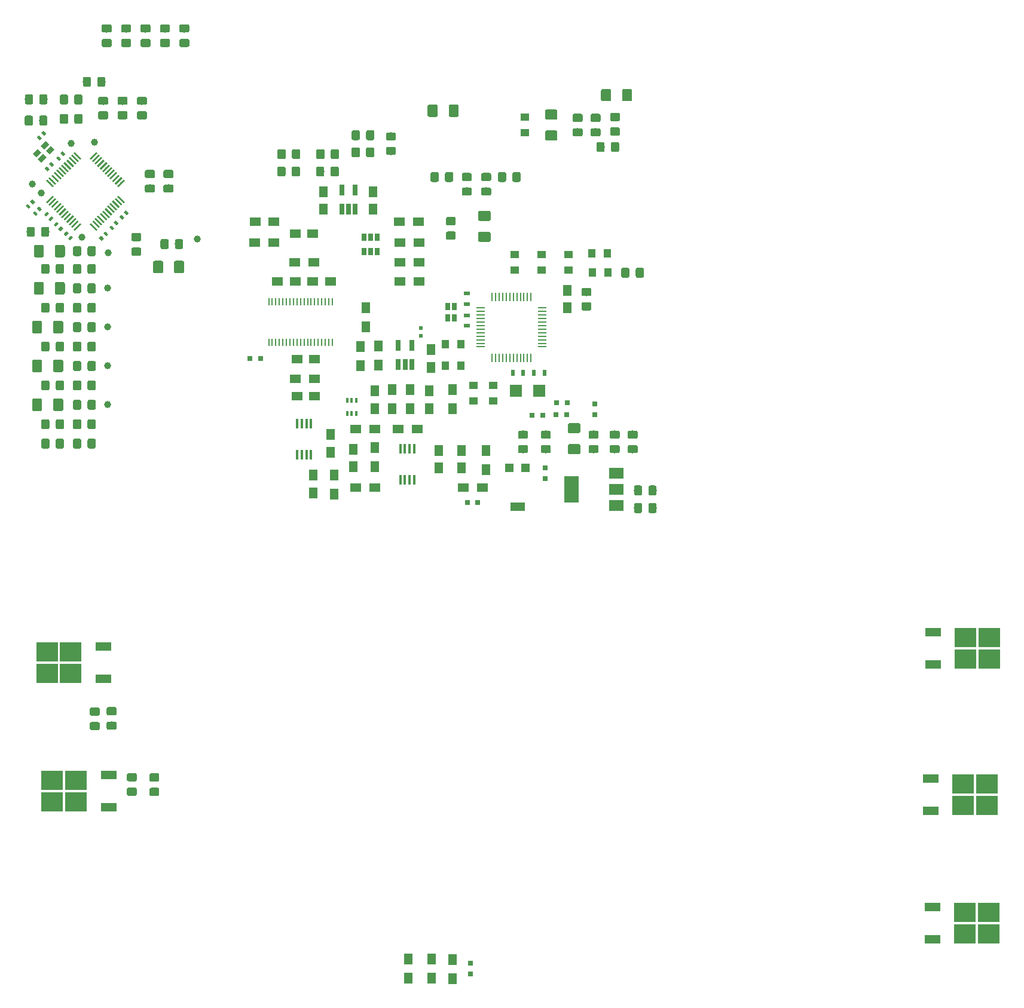
<source format=gbr>
G04 #@! TF.GenerationSoftware,KiCad,Pcbnew,(5.0.2)-1*
G04 #@! TF.CreationDate,2019-05-17T00:02:45-02:30*
G04 #@! TF.ProjectId,LVDC Distribution,4c564443-2044-4697-9374-726962757469,rev?*
G04 #@! TF.SameCoordinates,Original*
G04 #@! TF.FileFunction,Paste,Bot*
G04 #@! TF.FilePolarity,Positive*
%FSLAX46Y46*%
G04 Gerber Fmt 4.6, Leading zero omitted, Abs format (unit mm)*
G04 Created by KiCad (PCBNEW (5.0.2)-1) date 5/17/2019 12:02:45 AM*
%MOMM*%
%LPD*%
G01*
G04 APERTURE LIST*
%ADD10R,0.700000X1.000000*%
%ADD11C,1.000000*%
%ADD12R,1.500000X1.300000*%
%ADD13C,0.100000*%
%ADD14C,1.150000*%
%ADD15C,1.425000*%
%ADD16R,1.300000X0.250000*%
%ADD17R,0.250000X1.300000*%
%ADD18R,1.750000X1.800000*%
%ADD19C,0.700000*%
%ADD20R,1.250000X1.500000*%
%ADD21R,1.500000X1.250000*%
%ADD22R,1.300000X1.500000*%
%ADD23R,0.650000X1.560000*%
%ADD24R,0.285000X1.100000*%
%ADD25R,0.450000X1.450000*%
%ADD26R,0.900000X0.500000*%
%ADD27R,1.000000X1.250000*%
%ADD28R,0.400000X0.650000*%
%ADD29R,1.250000X1.000000*%
%ADD30R,0.500000X0.900000*%
%ADD31C,0.400000*%
%ADD32R,0.800000X0.750000*%
%ADD33R,3.050000X2.750000*%
%ADD34R,2.200000X1.200000*%
%ADD35R,0.750000X0.800000*%
%ADD36R,1.300000X1.300000*%
%ADD37R,2.000000X1.300000*%
%ADD38C,0.250000*%
%ADD39R,0.500000X0.600000*%
%ADD40R,2.000000X1.500000*%
%ADD41R,2.000000X3.800000*%
G04 APERTURE END LIST*
D10*
G04 #@! TO.C,Y1*
X111775000Y-41600000D03*
X110775000Y-43200000D03*
X110775000Y-41600000D03*
X111775000Y-43200000D03*
G04 #@! TD*
D11*
G04 #@! TO.C,TP601*
X52000000Y-24250000D03*
G04 #@! TD*
D12*
G04 #@! TO.C,R1006*
X103800000Y-59000000D03*
X106500000Y-59000000D03*
G04 #@! TD*
D13*
G04 #@! TO.C,C501*
G36*
X137484505Y-61236204D02*
X137508773Y-61239804D01*
X137532572Y-61245765D01*
X137555671Y-61254030D01*
X137577850Y-61264520D01*
X137598893Y-61277132D01*
X137618599Y-61291747D01*
X137636777Y-61308223D01*
X137653253Y-61326401D01*
X137667868Y-61346107D01*
X137680480Y-61367150D01*
X137690970Y-61389329D01*
X137699235Y-61412428D01*
X137705196Y-61436227D01*
X137708796Y-61460495D01*
X137710000Y-61484999D01*
X137710000Y-62135001D01*
X137708796Y-62159505D01*
X137705196Y-62183773D01*
X137699235Y-62207572D01*
X137690970Y-62230671D01*
X137680480Y-62252850D01*
X137667868Y-62273893D01*
X137653253Y-62293599D01*
X137636777Y-62311777D01*
X137618599Y-62328253D01*
X137598893Y-62342868D01*
X137577850Y-62355480D01*
X137555671Y-62365970D01*
X137532572Y-62374235D01*
X137508773Y-62380196D01*
X137484505Y-62383796D01*
X137460001Y-62385000D01*
X136559999Y-62385000D01*
X136535495Y-62383796D01*
X136511227Y-62380196D01*
X136487428Y-62374235D01*
X136464329Y-62365970D01*
X136442150Y-62355480D01*
X136421107Y-62342868D01*
X136401401Y-62328253D01*
X136383223Y-62311777D01*
X136366747Y-62293599D01*
X136352132Y-62273893D01*
X136339520Y-62252850D01*
X136329030Y-62230671D01*
X136320765Y-62207572D01*
X136314804Y-62183773D01*
X136311204Y-62159505D01*
X136310000Y-62135001D01*
X136310000Y-61484999D01*
X136311204Y-61460495D01*
X136314804Y-61436227D01*
X136320765Y-61412428D01*
X136329030Y-61389329D01*
X136339520Y-61367150D01*
X136352132Y-61346107D01*
X136366747Y-61326401D01*
X136383223Y-61308223D01*
X136401401Y-61291747D01*
X136421107Y-61277132D01*
X136442150Y-61264520D01*
X136464329Y-61254030D01*
X136487428Y-61245765D01*
X136511227Y-61239804D01*
X136535495Y-61236204D01*
X136559999Y-61235000D01*
X137460001Y-61235000D01*
X137484505Y-61236204D01*
X137484505Y-61236204D01*
G37*
D14*
X137010000Y-61810000D03*
D13*
G36*
X137484505Y-59186204D02*
X137508773Y-59189804D01*
X137532572Y-59195765D01*
X137555671Y-59204030D01*
X137577850Y-59214520D01*
X137598893Y-59227132D01*
X137618599Y-59241747D01*
X137636777Y-59258223D01*
X137653253Y-59276401D01*
X137667868Y-59296107D01*
X137680480Y-59317150D01*
X137690970Y-59339329D01*
X137699235Y-59362428D01*
X137705196Y-59386227D01*
X137708796Y-59410495D01*
X137710000Y-59434999D01*
X137710000Y-60085001D01*
X137708796Y-60109505D01*
X137705196Y-60133773D01*
X137699235Y-60157572D01*
X137690970Y-60180671D01*
X137680480Y-60202850D01*
X137667868Y-60223893D01*
X137653253Y-60243599D01*
X137636777Y-60261777D01*
X137618599Y-60278253D01*
X137598893Y-60292868D01*
X137577850Y-60305480D01*
X137555671Y-60315970D01*
X137532572Y-60324235D01*
X137508773Y-60330196D01*
X137484505Y-60333796D01*
X137460001Y-60335000D01*
X136559999Y-60335000D01*
X136535495Y-60333796D01*
X136511227Y-60330196D01*
X136487428Y-60324235D01*
X136464329Y-60315970D01*
X136442150Y-60305480D01*
X136421107Y-60292868D01*
X136401401Y-60278253D01*
X136383223Y-60261777D01*
X136366747Y-60243599D01*
X136352132Y-60223893D01*
X136339520Y-60202850D01*
X136329030Y-60180671D01*
X136320765Y-60157572D01*
X136314804Y-60133773D01*
X136311204Y-60109505D01*
X136310000Y-60085001D01*
X136310000Y-59434999D01*
X136311204Y-59410495D01*
X136314804Y-59386227D01*
X136320765Y-59362428D01*
X136329030Y-59339329D01*
X136339520Y-59317150D01*
X136352132Y-59296107D01*
X136366747Y-59276401D01*
X136383223Y-59258223D01*
X136401401Y-59241747D01*
X136421107Y-59227132D01*
X136442150Y-59214520D01*
X136464329Y-59204030D01*
X136487428Y-59195765D01*
X136511227Y-59189804D01*
X136535495Y-59186204D01*
X136559999Y-59185000D01*
X137460001Y-59185000D01*
X137484505Y-59186204D01*
X137484505Y-59186204D01*
G37*
D14*
X137010000Y-59760000D03*
G04 #@! TD*
D13*
G04 #@! TO.C,C502*
G36*
X134934505Y-59186204D02*
X134958773Y-59189804D01*
X134982572Y-59195765D01*
X135005671Y-59204030D01*
X135027850Y-59214520D01*
X135048893Y-59227132D01*
X135068599Y-59241747D01*
X135086777Y-59258223D01*
X135103253Y-59276401D01*
X135117868Y-59296107D01*
X135130480Y-59317150D01*
X135140970Y-59339329D01*
X135149235Y-59362428D01*
X135155196Y-59386227D01*
X135158796Y-59410495D01*
X135160000Y-59434999D01*
X135160000Y-60085001D01*
X135158796Y-60109505D01*
X135155196Y-60133773D01*
X135149235Y-60157572D01*
X135140970Y-60180671D01*
X135130480Y-60202850D01*
X135117868Y-60223893D01*
X135103253Y-60243599D01*
X135086777Y-60261777D01*
X135068599Y-60278253D01*
X135048893Y-60292868D01*
X135027850Y-60305480D01*
X135005671Y-60315970D01*
X134982572Y-60324235D01*
X134958773Y-60330196D01*
X134934505Y-60333796D01*
X134910001Y-60335000D01*
X134009999Y-60335000D01*
X133985495Y-60333796D01*
X133961227Y-60330196D01*
X133937428Y-60324235D01*
X133914329Y-60315970D01*
X133892150Y-60305480D01*
X133871107Y-60292868D01*
X133851401Y-60278253D01*
X133833223Y-60261777D01*
X133816747Y-60243599D01*
X133802132Y-60223893D01*
X133789520Y-60202850D01*
X133779030Y-60180671D01*
X133770765Y-60157572D01*
X133764804Y-60133773D01*
X133761204Y-60109505D01*
X133760000Y-60085001D01*
X133760000Y-59434999D01*
X133761204Y-59410495D01*
X133764804Y-59386227D01*
X133770765Y-59362428D01*
X133779030Y-59339329D01*
X133789520Y-59317150D01*
X133802132Y-59296107D01*
X133816747Y-59276401D01*
X133833223Y-59258223D01*
X133851401Y-59241747D01*
X133871107Y-59227132D01*
X133892150Y-59214520D01*
X133914329Y-59204030D01*
X133937428Y-59195765D01*
X133961227Y-59189804D01*
X133985495Y-59186204D01*
X134009999Y-59185000D01*
X134910001Y-59185000D01*
X134934505Y-59186204D01*
X134934505Y-59186204D01*
G37*
D14*
X134460000Y-59760000D03*
D13*
G36*
X134934505Y-61236204D02*
X134958773Y-61239804D01*
X134982572Y-61245765D01*
X135005671Y-61254030D01*
X135027850Y-61264520D01*
X135048893Y-61277132D01*
X135068599Y-61291747D01*
X135086777Y-61308223D01*
X135103253Y-61326401D01*
X135117868Y-61346107D01*
X135130480Y-61367150D01*
X135140970Y-61389329D01*
X135149235Y-61412428D01*
X135155196Y-61436227D01*
X135158796Y-61460495D01*
X135160000Y-61484999D01*
X135160000Y-62135001D01*
X135158796Y-62159505D01*
X135155196Y-62183773D01*
X135149235Y-62207572D01*
X135140970Y-62230671D01*
X135130480Y-62252850D01*
X135117868Y-62273893D01*
X135103253Y-62293599D01*
X135086777Y-62311777D01*
X135068599Y-62328253D01*
X135048893Y-62342868D01*
X135027850Y-62355480D01*
X135005671Y-62365970D01*
X134982572Y-62374235D01*
X134958773Y-62380196D01*
X134934505Y-62383796D01*
X134910001Y-62385000D01*
X134009999Y-62385000D01*
X133985495Y-62383796D01*
X133961227Y-62380196D01*
X133937428Y-62374235D01*
X133914329Y-62365970D01*
X133892150Y-62355480D01*
X133871107Y-62342868D01*
X133851401Y-62328253D01*
X133833223Y-62311777D01*
X133816747Y-62293599D01*
X133802132Y-62273893D01*
X133789520Y-62252850D01*
X133779030Y-62230671D01*
X133770765Y-62207572D01*
X133764804Y-62183773D01*
X133761204Y-62159505D01*
X133760000Y-62135001D01*
X133760000Y-61484999D01*
X133761204Y-61460495D01*
X133764804Y-61436227D01*
X133770765Y-61412428D01*
X133779030Y-61389329D01*
X133789520Y-61367150D01*
X133802132Y-61346107D01*
X133816747Y-61326401D01*
X133833223Y-61308223D01*
X133851401Y-61291747D01*
X133871107Y-61277132D01*
X133892150Y-61264520D01*
X133914329Y-61254030D01*
X133937428Y-61245765D01*
X133961227Y-61239804D01*
X133985495Y-61236204D01*
X134009999Y-61235000D01*
X134910001Y-61235000D01*
X134934505Y-61236204D01*
X134934505Y-61236204D01*
G37*
D14*
X134460000Y-61810000D03*
G04 #@! TD*
D13*
G04 #@! TO.C,C503*
G36*
X131934505Y-61236204D02*
X131958773Y-61239804D01*
X131982572Y-61245765D01*
X132005671Y-61254030D01*
X132027850Y-61264520D01*
X132048893Y-61277132D01*
X132068599Y-61291747D01*
X132086777Y-61308223D01*
X132103253Y-61326401D01*
X132117868Y-61346107D01*
X132130480Y-61367150D01*
X132140970Y-61389329D01*
X132149235Y-61412428D01*
X132155196Y-61436227D01*
X132158796Y-61460495D01*
X132160000Y-61484999D01*
X132160000Y-62135001D01*
X132158796Y-62159505D01*
X132155196Y-62183773D01*
X132149235Y-62207572D01*
X132140970Y-62230671D01*
X132130480Y-62252850D01*
X132117868Y-62273893D01*
X132103253Y-62293599D01*
X132086777Y-62311777D01*
X132068599Y-62328253D01*
X132048893Y-62342868D01*
X132027850Y-62355480D01*
X132005671Y-62365970D01*
X131982572Y-62374235D01*
X131958773Y-62380196D01*
X131934505Y-62383796D01*
X131910001Y-62385000D01*
X131009999Y-62385000D01*
X130985495Y-62383796D01*
X130961227Y-62380196D01*
X130937428Y-62374235D01*
X130914329Y-62365970D01*
X130892150Y-62355480D01*
X130871107Y-62342868D01*
X130851401Y-62328253D01*
X130833223Y-62311777D01*
X130816747Y-62293599D01*
X130802132Y-62273893D01*
X130789520Y-62252850D01*
X130779030Y-62230671D01*
X130770765Y-62207572D01*
X130764804Y-62183773D01*
X130761204Y-62159505D01*
X130760000Y-62135001D01*
X130760000Y-61484999D01*
X130761204Y-61460495D01*
X130764804Y-61436227D01*
X130770765Y-61412428D01*
X130779030Y-61389329D01*
X130789520Y-61367150D01*
X130802132Y-61346107D01*
X130816747Y-61326401D01*
X130833223Y-61308223D01*
X130851401Y-61291747D01*
X130871107Y-61277132D01*
X130892150Y-61264520D01*
X130914329Y-61254030D01*
X130937428Y-61245765D01*
X130961227Y-61239804D01*
X130985495Y-61236204D01*
X131009999Y-61235000D01*
X131910001Y-61235000D01*
X131934505Y-61236204D01*
X131934505Y-61236204D01*
G37*
D14*
X131460000Y-61810000D03*
D13*
G36*
X131934505Y-59186204D02*
X131958773Y-59189804D01*
X131982572Y-59195765D01*
X132005671Y-59204030D01*
X132027850Y-59214520D01*
X132048893Y-59227132D01*
X132068599Y-59241747D01*
X132086777Y-59258223D01*
X132103253Y-59276401D01*
X132117868Y-59296107D01*
X132130480Y-59317150D01*
X132140970Y-59339329D01*
X132149235Y-59362428D01*
X132155196Y-59386227D01*
X132158796Y-59410495D01*
X132160000Y-59434999D01*
X132160000Y-60085001D01*
X132158796Y-60109505D01*
X132155196Y-60133773D01*
X132149235Y-60157572D01*
X132140970Y-60180671D01*
X132130480Y-60202850D01*
X132117868Y-60223893D01*
X132103253Y-60243599D01*
X132086777Y-60261777D01*
X132068599Y-60278253D01*
X132048893Y-60292868D01*
X132027850Y-60305480D01*
X132005671Y-60315970D01*
X131982572Y-60324235D01*
X131958773Y-60330196D01*
X131934505Y-60333796D01*
X131910001Y-60335000D01*
X131009999Y-60335000D01*
X130985495Y-60333796D01*
X130961227Y-60330196D01*
X130937428Y-60324235D01*
X130914329Y-60315970D01*
X130892150Y-60305480D01*
X130871107Y-60292868D01*
X130851401Y-60278253D01*
X130833223Y-60261777D01*
X130816747Y-60243599D01*
X130802132Y-60223893D01*
X130789520Y-60202850D01*
X130779030Y-60180671D01*
X130770765Y-60157572D01*
X130764804Y-60133773D01*
X130761204Y-60109505D01*
X130760000Y-60085001D01*
X130760000Y-59434999D01*
X130761204Y-59410495D01*
X130764804Y-59386227D01*
X130770765Y-59362428D01*
X130779030Y-59339329D01*
X130789520Y-59317150D01*
X130802132Y-59296107D01*
X130816747Y-59276401D01*
X130833223Y-59258223D01*
X130851401Y-59241747D01*
X130871107Y-59227132D01*
X130892150Y-59214520D01*
X130914329Y-59204030D01*
X130937428Y-59195765D01*
X130961227Y-59189804D01*
X130985495Y-59186204D01*
X131009999Y-59185000D01*
X131910001Y-59185000D01*
X131934505Y-59186204D01*
X131934505Y-59186204D01*
G37*
D14*
X131460000Y-59760000D03*
G04 #@! TD*
D13*
G04 #@! TO.C,C504*
G36*
X129688160Y-16342601D02*
X129712428Y-16346201D01*
X129736227Y-16352162D01*
X129759326Y-16360427D01*
X129781505Y-16370917D01*
X129802548Y-16383529D01*
X129822254Y-16398144D01*
X129840432Y-16414620D01*
X129856908Y-16432798D01*
X129871523Y-16452504D01*
X129884135Y-16473547D01*
X129894625Y-16495726D01*
X129902890Y-16518825D01*
X129908851Y-16542624D01*
X129912451Y-16566892D01*
X129913655Y-16591396D01*
X129913655Y-17241398D01*
X129912451Y-17265902D01*
X129908851Y-17290170D01*
X129902890Y-17313969D01*
X129894625Y-17337068D01*
X129884135Y-17359247D01*
X129871523Y-17380290D01*
X129856908Y-17399996D01*
X129840432Y-17418174D01*
X129822254Y-17434650D01*
X129802548Y-17449265D01*
X129781505Y-17461877D01*
X129759326Y-17472367D01*
X129736227Y-17480632D01*
X129712428Y-17486593D01*
X129688160Y-17490193D01*
X129663656Y-17491397D01*
X128763654Y-17491397D01*
X128739150Y-17490193D01*
X128714882Y-17486593D01*
X128691083Y-17480632D01*
X128667984Y-17472367D01*
X128645805Y-17461877D01*
X128624762Y-17449265D01*
X128605056Y-17434650D01*
X128586878Y-17418174D01*
X128570402Y-17399996D01*
X128555787Y-17380290D01*
X128543175Y-17359247D01*
X128532685Y-17337068D01*
X128524420Y-17313969D01*
X128518459Y-17290170D01*
X128514859Y-17265902D01*
X128513655Y-17241398D01*
X128513655Y-16591396D01*
X128514859Y-16566892D01*
X128518459Y-16542624D01*
X128524420Y-16518825D01*
X128532685Y-16495726D01*
X128543175Y-16473547D01*
X128555787Y-16452504D01*
X128570402Y-16432798D01*
X128586878Y-16414620D01*
X128605056Y-16398144D01*
X128624762Y-16383529D01*
X128645805Y-16370917D01*
X128667984Y-16360427D01*
X128691083Y-16352162D01*
X128714882Y-16346201D01*
X128739150Y-16342601D01*
X128763654Y-16341397D01*
X129663656Y-16341397D01*
X129688160Y-16342601D01*
X129688160Y-16342601D01*
G37*
D14*
X129213655Y-16916397D03*
D13*
G36*
X129688160Y-14292601D02*
X129712428Y-14296201D01*
X129736227Y-14302162D01*
X129759326Y-14310427D01*
X129781505Y-14320917D01*
X129802548Y-14333529D01*
X129822254Y-14348144D01*
X129840432Y-14364620D01*
X129856908Y-14382798D01*
X129871523Y-14402504D01*
X129884135Y-14423547D01*
X129894625Y-14445726D01*
X129902890Y-14468825D01*
X129908851Y-14492624D01*
X129912451Y-14516892D01*
X129913655Y-14541396D01*
X129913655Y-15191398D01*
X129912451Y-15215902D01*
X129908851Y-15240170D01*
X129902890Y-15263969D01*
X129894625Y-15287068D01*
X129884135Y-15309247D01*
X129871523Y-15330290D01*
X129856908Y-15349996D01*
X129840432Y-15368174D01*
X129822254Y-15384650D01*
X129802548Y-15399265D01*
X129781505Y-15411877D01*
X129759326Y-15422367D01*
X129736227Y-15430632D01*
X129712428Y-15436593D01*
X129688160Y-15440193D01*
X129663656Y-15441397D01*
X128763654Y-15441397D01*
X128739150Y-15440193D01*
X128714882Y-15436593D01*
X128691083Y-15430632D01*
X128667984Y-15422367D01*
X128645805Y-15411877D01*
X128624762Y-15399265D01*
X128605056Y-15384650D01*
X128586878Y-15368174D01*
X128570402Y-15349996D01*
X128555787Y-15330290D01*
X128543175Y-15309247D01*
X128532685Y-15287068D01*
X128524420Y-15263969D01*
X128518459Y-15240170D01*
X128514859Y-15215902D01*
X128513655Y-15191398D01*
X128513655Y-14541396D01*
X128514859Y-14516892D01*
X128518459Y-14492624D01*
X128524420Y-14468825D01*
X128532685Y-14445726D01*
X128543175Y-14423547D01*
X128555787Y-14402504D01*
X128570402Y-14382798D01*
X128586878Y-14364620D01*
X128605056Y-14348144D01*
X128624762Y-14333529D01*
X128645805Y-14320917D01*
X128667984Y-14310427D01*
X128691083Y-14302162D01*
X128714882Y-14296201D01*
X128739150Y-14292601D01*
X128763654Y-14291397D01*
X129663656Y-14291397D01*
X129688160Y-14292601D01*
X129688160Y-14292601D01*
G37*
D14*
X129213655Y-14866397D03*
G04 #@! TD*
D13*
G04 #@! TO.C,C505*
G36*
X132224505Y-14292601D02*
X132248773Y-14296201D01*
X132272572Y-14302162D01*
X132295671Y-14310427D01*
X132317850Y-14320917D01*
X132338893Y-14333529D01*
X132358599Y-14348144D01*
X132376777Y-14364620D01*
X132393253Y-14382798D01*
X132407868Y-14402504D01*
X132420480Y-14423547D01*
X132430970Y-14445726D01*
X132439235Y-14468825D01*
X132445196Y-14492624D01*
X132448796Y-14516892D01*
X132450000Y-14541396D01*
X132450000Y-15191398D01*
X132448796Y-15215902D01*
X132445196Y-15240170D01*
X132439235Y-15263969D01*
X132430970Y-15287068D01*
X132420480Y-15309247D01*
X132407868Y-15330290D01*
X132393253Y-15349996D01*
X132376777Y-15368174D01*
X132358599Y-15384650D01*
X132338893Y-15399265D01*
X132317850Y-15411877D01*
X132295671Y-15422367D01*
X132272572Y-15430632D01*
X132248773Y-15436593D01*
X132224505Y-15440193D01*
X132200001Y-15441397D01*
X131299999Y-15441397D01*
X131275495Y-15440193D01*
X131251227Y-15436593D01*
X131227428Y-15430632D01*
X131204329Y-15422367D01*
X131182150Y-15411877D01*
X131161107Y-15399265D01*
X131141401Y-15384650D01*
X131123223Y-15368174D01*
X131106747Y-15349996D01*
X131092132Y-15330290D01*
X131079520Y-15309247D01*
X131069030Y-15287068D01*
X131060765Y-15263969D01*
X131054804Y-15240170D01*
X131051204Y-15215902D01*
X131050000Y-15191398D01*
X131050000Y-14541396D01*
X131051204Y-14516892D01*
X131054804Y-14492624D01*
X131060765Y-14468825D01*
X131069030Y-14445726D01*
X131079520Y-14423547D01*
X131092132Y-14402504D01*
X131106747Y-14382798D01*
X131123223Y-14364620D01*
X131141401Y-14348144D01*
X131161107Y-14333529D01*
X131182150Y-14320917D01*
X131204329Y-14310427D01*
X131227428Y-14302162D01*
X131251227Y-14296201D01*
X131275495Y-14292601D01*
X131299999Y-14291397D01*
X132200001Y-14291397D01*
X132224505Y-14292601D01*
X132224505Y-14292601D01*
G37*
D14*
X131750000Y-14866397D03*
D13*
G36*
X132224505Y-16342601D02*
X132248773Y-16346201D01*
X132272572Y-16352162D01*
X132295671Y-16360427D01*
X132317850Y-16370917D01*
X132338893Y-16383529D01*
X132358599Y-16398144D01*
X132376777Y-16414620D01*
X132393253Y-16432798D01*
X132407868Y-16452504D01*
X132420480Y-16473547D01*
X132430970Y-16495726D01*
X132439235Y-16518825D01*
X132445196Y-16542624D01*
X132448796Y-16566892D01*
X132450000Y-16591396D01*
X132450000Y-17241398D01*
X132448796Y-17265902D01*
X132445196Y-17290170D01*
X132439235Y-17313969D01*
X132430970Y-17337068D01*
X132420480Y-17359247D01*
X132407868Y-17380290D01*
X132393253Y-17399996D01*
X132376777Y-17418174D01*
X132358599Y-17434650D01*
X132338893Y-17449265D01*
X132317850Y-17461877D01*
X132295671Y-17472367D01*
X132272572Y-17480632D01*
X132248773Y-17486593D01*
X132224505Y-17490193D01*
X132200001Y-17491397D01*
X131299999Y-17491397D01*
X131275495Y-17490193D01*
X131251227Y-17486593D01*
X131227428Y-17480632D01*
X131204329Y-17472367D01*
X131182150Y-17461877D01*
X131161107Y-17449265D01*
X131141401Y-17434650D01*
X131123223Y-17418174D01*
X131106747Y-17399996D01*
X131092132Y-17380290D01*
X131079520Y-17359247D01*
X131069030Y-17337068D01*
X131060765Y-17313969D01*
X131054804Y-17290170D01*
X131051204Y-17265902D01*
X131050000Y-17241398D01*
X131050000Y-16591396D01*
X131051204Y-16566892D01*
X131054804Y-16542624D01*
X131060765Y-16518825D01*
X131069030Y-16495726D01*
X131079520Y-16473547D01*
X131092132Y-16452504D01*
X131106747Y-16432798D01*
X131123223Y-16414620D01*
X131141401Y-16398144D01*
X131161107Y-16383529D01*
X131182150Y-16370917D01*
X131204329Y-16360427D01*
X131227428Y-16352162D01*
X131251227Y-16346201D01*
X131275495Y-16342601D01*
X131299999Y-16341397D01*
X132200001Y-16341397D01*
X132224505Y-16342601D01*
X132224505Y-16342601D01*
G37*
D14*
X131750000Y-16916397D03*
G04 #@! TD*
D13*
G04 #@! TO.C,C506*
G36*
X125184505Y-61236204D02*
X125208773Y-61239804D01*
X125232572Y-61245765D01*
X125255671Y-61254030D01*
X125277850Y-61264520D01*
X125298893Y-61277132D01*
X125318599Y-61291747D01*
X125336777Y-61308223D01*
X125353253Y-61326401D01*
X125367868Y-61346107D01*
X125380480Y-61367150D01*
X125390970Y-61389329D01*
X125399235Y-61412428D01*
X125405196Y-61436227D01*
X125408796Y-61460495D01*
X125410000Y-61484999D01*
X125410000Y-62135001D01*
X125408796Y-62159505D01*
X125405196Y-62183773D01*
X125399235Y-62207572D01*
X125390970Y-62230671D01*
X125380480Y-62252850D01*
X125367868Y-62273893D01*
X125353253Y-62293599D01*
X125336777Y-62311777D01*
X125318599Y-62328253D01*
X125298893Y-62342868D01*
X125277850Y-62355480D01*
X125255671Y-62365970D01*
X125232572Y-62374235D01*
X125208773Y-62380196D01*
X125184505Y-62383796D01*
X125160001Y-62385000D01*
X124259999Y-62385000D01*
X124235495Y-62383796D01*
X124211227Y-62380196D01*
X124187428Y-62374235D01*
X124164329Y-62365970D01*
X124142150Y-62355480D01*
X124121107Y-62342868D01*
X124101401Y-62328253D01*
X124083223Y-62311777D01*
X124066747Y-62293599D01*
X124052132Y-62273893D01*
X124039520Y-62252850D01*
X124029030Y-62230671D01*
X124020765Y-62207572D01*
X124014804Y-62183773D01*
X124011204Y-62159505D01*
X124010000Y-62135001D01*
X124010000Y-61484999D01*
X124011204Y-61460495D01*
X124014804Y-61436227D01*
X124020765Y-61412428D01*
X124029030Y-61389329D01*
X124039520Y-61367150D01*
X124052132Y-61346107D01*
X124066747Y-61326401D01*
X124083223Y-61308223D01*
X124101401Y-61291747D01*
X124121107Y-61277132D01*
X124142150Y-61264520D01*
X124164329Y-61254030D01*
X124187428Y-61245765D01*
X124211227Y-61239804D01*
X124235495Y-61236204D01*
X124259999Y-61235000D01*
X125160001Y-61235000D01*
X125184505Y-61236204D01*
X125184505Y-61236204D01*
G37*
D14*
X124710000Y-61810000D03*
D13*
G36*
X125184505Y-59186204D02*
X125208773Y-59189804D01*
X125232572Y-59195765D01*
X125255671Y-59204030D01*
X125277850Y-59214520D01*
X125298893Y-59227132D01*
X125318599Y-59241747D01*
X125336777Y-59258223D01*
X125353253Y-59276401D01*
X125367868Y-59296107D01*
X125380480Y-59317150D01*
X125390970Y-59339329D01*
X125399235Y-59362428D01*
X125405196Y-59386227D01*
X125408796Y-59410495D01*
X125410000Y-59434999D01*
X125410000Y-60085001D01*
X125408796Y-60109505D01*
X125405196Y-60133773D01*
X125399235Y-60157572D01*
X125390970Y-60180671D01*
X125380480Y-60202850D01*
X125367868Y-60223893D01*
X125353253Y-60243599D01*
X125336777Y-60261777D01*
X125318599Y-60278253D01*
X125298893Y-60292868D01*
X125277850Y-60305480D01*
X125255671Y-60315970D01*
X125232572Y-60324235D01*
X125208773Y-60330196D01*
X125184505Y-60333796D01*
X125160001Y-60335000D01*
X124259999Y-60335000D01*
X124235495Y-60333796D01*
X124211227Y-60330196D01*
X124187428Y-60324235D01*
X124164329Y-60315970D01*
X124142150Y-60305480D01*
X124121107Y-60292868D01*
X124101401Y-60278253D01*
X124083223Y-60261777D01*
X124066747Y-60243599D01*
X124052132Y-60223893D01*
X124039520Y-60202850D01*
X124029030Y-60180671D01*
X124020765Y-60157572D01*
X124014804Y-60133773D01*
X124011204Y-60109505D01*
X124010000Y-60085001D01*
X124010000Y-59434999D01*
X124011204Y-59410495D01*
X124014804Y-59386227D01*
X124020765Y-59362428D01*
X124029030Y-59339329D01*
X124039520Y-59317150D01*
X124052132Y-59296107D01*
X124066747Y-59276401D01*
X124083223Y-59258223D01*
X124101401Y-59241747D01*
X124121107Y-59227132D01*
X124142150Y-59214520D01*
X124164329Y-59204030D01*
X124187428Y-59195765D01*
X124211227Y-59189804D01*
X124235495Y-59186204D01*
X124259999Y-59185000D01*
X125160001Y-59185000D01*
X125184505Y-59186204D01*
X125184505Y-59186204D01*
G37*
D14*
X124710000Y-59760000D03*
G04 #@! TD*
D13*
G04 #@! TO.C,C507*
G36*
X121934505Y-59186204D02*
X121958773Y-59189804D01*
X121982572Y-59195765D01*
X122005671Y-59204030D01*
X122027850Y-59214520D01*
X122048893Y-59227132D01*
X122068599Y-59241747D01*
X122086777Y-59258223D01*
X122103253Y-59276401D01*
X122117868Y-59296107D01*
X122130480Y-59317150D01*
X122140970Y-59339329D01*
X122149235Y-59362428D01*
X122155196Y-59386227D01*
X122158796Y-59410495D01*
X122160000Y-59434999D01*
X122160000Y-60085001D01*
X122158796Y-60109505D01*
X122155196Y-60133773D01*
X122149235Y-60157572D01*
X122140970Y-60180671D01*
X122130480Y-60202850D01*
X122117868Y-60223893D01*
X122103253Y-60243599D01*
X122086777Y-60261777D01*
X122068599Y-60278253D01*
X122048893Y-60292868D01*
X122027850Y-60305480D01*
X122005671Y-60315970D01*
X121982572Y-60324235D01*
X121958773Y-60330196D01*
X121934505Y-60333796D01*
X121910001Y-60335000D01*
X121009999Y-60335000D01*
X120985495Y-60333796D01*
X120961227Y-60330196D01*
X120937428Y-60324235D01*
X120914329Y-60315970D01*
X120892150Y-60305480D01*
X120871107Y-60292868D01*
X120851401Y-60278253D01*
X120833223Y-60261777D01*
X120816747Y-60243599D01*
X120802132Y-60223893D01*
X120789520Y-60202850D01*
X120779030Y-60180671D01*
X120770765Y-60157572D01*
X120764804Y-60133773D01*
X120761204Y-60109505D01*
X120760000Y-60085001D01*
X120760000Y-59434999D01*
X120761204Y-59410495D01*
X120764804Y-59386227D01*
X120770765Y-59362428D01*
X120779030Y-59339329D01*
X120789520Y-59317150D01*
X120802132Y-59296107D01*
X120816747Y-59276401D01*
X120833223Y-59258223D01*
X120851401Y-59241747D01*
X120871107Y-59227132D01*
X120892150Y-59214520D01*
X120914329Y-59204030D01*
X120937428Y-59195765D01*
X120961227Y-59189804D01*
X120985495Y-59186204D01*
X121009999Y-59185000D01*
X121910001Y-59185000D01*
X121934505Y-59186204D01*
X121934505Y-59186204D01*
G37*
D14*
X121460000Y-59760000D03*
D13*
G36*
X121934505Y-61236204D02*
X121958773Y-61239804D01*
X121982572Y-61245765D01*
X122005671Y-61254030D01*
X122027850Y-61264520D01*
X122048893Y-61277132D01*
X122068599Y-61291747D01*
X122086777Y-61308223D01*
X122103253Y-61326401D01*
X122117868Y-61346107D01*
X122130480Y-61367150D01*
X122140970Y-61389329D01*
X122149235Y-61412428D01*
X122155196Y-61436227D01*
X122158796Y-61460495D01*
X122160000Y-61484999D01*
X122160000Y-62135001D01*
X122158796Y-62159505D01*
X122155196Y-62183773D01*
X122149235Y-62207572D01*
X122140970Y-62230671D01*
X122130480Y-62252850D01*
X122117868Y-62273893D01*
X122103253Y-62293599D01*
X122086777Y-62311777D01*
X122068599Y-62328253D01*
X122048893Y-62342868D01*
X122027850Y-62355480D01*
X122005671Y-62365970D01*
X121982572Y-62374235D01*
X121958773Y-62380196D01*
X121934505Y-62383796D01*
X121910001Y-62385000D01*
X121009999Y-62385000D01*
X120985495Y-62383796D01*
X120961227Y-62380196D01*
X120937428Y-62374235D01*
X120914329Y-62365970D01*
X120892150Y-62355480D01*
X120871107Y-62342868D01*
X120851401Y-62328253D01*
X120833223Y-62311777D01*
X120816747Y-62293599D01*
X120802132Y-62273893D01*
X120789520Y-62252850D01*
X120779030Y-62230671D01*
X120770765Y-62207572D01*
X120764804Y-62183773D01*
X120761204Y-62159505D01*
X120760000Y-62135001D01*
X120760000Y-61484999D01*
X120761204Y-61460495D01*
X120764804Y-61436227D01*
X120770765Y-61412428D01*
X120779030Y-61389329D01*
X120789520Y-61367150D01*
X120802132Y-61346107D01*
X120816747Y-61326401D01*
X120833223Y-61308223D01*
X120851401Y-61291747D01*
X120871107Y-61277132D01*
X120892150Y-61264520D01*
X120914329Y-61254030D01*
X120937428Y-61245765D01*
X120961227Y-61239804D01*
X120985495Y-61236204D01*
X121009999Y-61235000D01*
X121910001Y-61235000D01*
X121934505Y-61236204D01*
X121934505Y-61236204D01*
G37*
D14*
X121460000Y-61810000D03*
G04 #@! TD*
D13*
G04 #@! TO.C,C510*
G36*
X130934505Y-41011204D02*
X130958773Y-41014804D01*
X130982572Y-41020765D01*
X131005671Y-41029030D01*
X131027850Y-41039520D01*
X131048893Y-41052132D01*
X131068599Y-41066747D01*
X131086777Y-41083223D01*
X131103253Y-41101401D01*
X131117868Y-41121107D01*
X131130480Y-41142150D01*
X131140970Y-41164329D01*
X131149235Y-41187428D01*
X131155196Y-41211227D01*
X131158796Y-41235495D01*
X131160000Y-41259999D01*
X131160000Y-41910001D01*
X131158796Y-41934505D01*
X131155196Y-41958773D01*
X131149235Y-41982572D01*
X131140970Y-42005671D01*
X131130480Y-42027850D01*
X131117868Y-42048893D01*
X131103253Y-42068599D01*
X131086777Y-42086777D01*
X131068599Y-42103253D01*
X131048893Y-42117868D01*
X131027850Y-42130480D01*
X131005671Y-42140970D01*
X130982572Y-42149235D01*
X130958773Y-42155196D01*
X130934505Y-42158796D01*
X130910001Y-42160000D01*
X130009999Y-42160000D01*
X129985495Y-42158796D01*
X129961227Y-42155196D01*
X129937428Y-42149235D01*
X129914329Y-42140970D01*
X129892150Y-42130480D01*
X129871107Y-42117868D01*
X129851401Y-42103253D01*
X129833223Y-42086777D01*
X129816747Y-42068599D01*
X129802132Y-42048893D01*
X129789520Y-42027850D01*
X129779030Y-42005671D01*
X129770765Y-41982572D01*
X129764804Y-41958773D01*
X129761204Y-41934505D01*
X129760000Y-41910001D01*
X129760000Y-41259999D01*
X129761204Y-41235495D01*
X129764804Y-41211227D01*
X129770765Y-41187428D01*
X129779030Y-41164329D01*
X129789520Y-41142150D01*
X129802132Y-41121107D01*
X129816747Y-41101401D01*
X129833223Y-41083223D01*
X129851401Y-41066747D01*
X129871107Y-41052132D01*
X129892150Y-41039520D01*
X129914329Y-41029030D01*
X129937428Y-41020765D01*
X129961227Y-41014804D01*
X129985495Y-41011204D01*
X130009999Y-41010000D01*
X130910001Y-41010000D01*
X130934505Y-41011204D01*
X130934505Y-41011204D01*
G37*
D14*
X130460000Y-41585000D03*
D13*
G36*
X130934505Y-38961204D02*
X130958773Y-38964804D01*
X130982572Y-38970765D01*
X131005671Y-38979030D01*
X131027850Y-38989520D01*
X131048893Y-39002132D01*
X131068599Y-39016747D01*
X131086777Y-39033223D01*
X131103253Y-39051401D01*
X131117868Y-39071107D01*
X131130480Y-39092150D01*
X131140970Y-39114329D01*
X131149235Y-39137428D01*
X131155196Y-39161227D01*
X131158796Y-39185495D01*
X131160000Y-39209999D01*
X131160000Y-39860001D01*
X131158796Y-39884505D01*
X131155196Y-39908773D01*
X131149235Y-39932572D01*
X131140970Y-39955671D01*
X131130480Y-39977850D01*
X131117868Y-39998893D01*
X131103253Y-40018599D01*
X131086777Y-40036777D01*
X131068599Y-40053253D01*
X131048893Y-40067868D01*
X131027850Y-40080480D01*
X131005671Y-40090970D01*
X130982572Y-40099235D01*
X130958773Y-40105196D01*
X130934505Y-40108796D01*
X130910001Y-40110000D01*
X130009999Y-40110000D01*
X129985495Y-40108796D01*
X129961227Y-40105196D01*
X129937428Y-40099235D01*
X129914329Y-40090970D01*
X129892150Y-40080480D01*
X129871107Y-40067868D01*
X129851401Y-40053253D01*
X129833223Y-40036777D01*
X129816747Y-40018599D01*
X129802132Y-39998893D01*
X129789520Y-39977850D01*
X129779030Y-39955671D01*
X129770765Y-39932572D01*
X129764804Y-39908773D01*
X129761204Y-39884505D01*
X129760000Y-39860001D01*
X129760000Y-39209999D01*
X129761204Y-39185495D01*
X129764804Y-39161227D01*
X129770765Y-39137428D01*
X129779030Y-39114329D01*
X129789520Y-39092150D01*
X129802132Y-39071107D01*
X129816747Y-39051401D01*
X129833223Y-39033223D01*
X129851401Y-39016747D01*
X129871107Y-39002132D01*
X129892150Y-38989520D01*
X129914329Y-38979030D01*
X129937428Y-38970765D01*
X129961227Y-38964804D01*
X129985495Y-38961204D01*
X130009999Y-38960000D01*
X130910001Y-38960000D01*
X130934505Y-38961204D01*
X130934505Y-38961204D01*
G37*
D14*
X130460000Y-39535000D03*
G04 #@! TD*
D13*
G04 #@! TO.C,C27*
G36*
X54149505Y-30301204D02*
X54173773Y-30304804D01*
X54197572Y-30310765D01*
X54220671Y-30319030D01*
X54242850Y-30329520D01*
X54263893Y-30342132D01*
X54283599Y-30356747D01*
X54301777Y-30373223D01*
X54318253Y-30391401D01*
X54332868Y-30411107D01*
X54345480Y-30432150D01*
X54355970Y-30454329D01*
X54364235Y-30477428D01*
X54370196Y-30501227D01*
X54373796Y-30525495D01*
X54375000Y-30549999D01*
X54375000Y-31450001D01*
X54373796Y-31474505D01*
X54370196Y-31498773D01*
X54364235Y-31522572D01*
X54355970Y-31545671D01*
X54345480Y-31567850D01*
X54332868Y-31588893D01*
X54318253Y-31608599D01*
X54301777Y-31626777D01*
X54283599Y-31643253D01*
X54263893Y-31657868D01*
X54242850Y-31670480D01*
X54220671Y-31680970D01*
X54197572Y-31689235D01*
X54173773Y-31695196D01*
X54149505Y-31698796D01*
X54125001Y-31700000D01*
X53474999Y-31700000D01*
X53450495Y-31698796D01*
X53426227Y-31695196D01*
X53402428Y-31689235D01*
X53379329Y-31680970D01*
X53357150Y-31670480D01*
X53336107Y-31657868D01*
X53316401Y-31643253D01*
X53298223Y-31626777D01*
X53281747Y-31608599D01*
X53267132Y-31588893D01*
X53254520Y-31567850D01*
X53244030Y-31545671D01*
X53235765Y-31522572D01*
X53229804Y-31498773D01*
X53226204Y-31474505D01*
X53225000Y-31450001D01*
X53225000Y-30549999D01*
X53226204Y-30525495D01*
X53229804Y-30501227D01*
X53235765Y-30477428D01*
X53244030Y-30454329D01*
X53254520Y-30432150D01*
X53267132Y-30411107D01*
X53281747Y-30391401D01*
X53298223Y-30373223D01*
X53316401Y-30356747D01*
X53336107Y-30342132D01*
X53357150Y-30329520D01*
X53379329Y-30319030D01*
X53402428Y-30310765D01*
X53426227Y-30304804D01*
X53450495Y-30301204D01*
X53474999Y-30300000D01*
X54125001Y-30300000D01*
X54149505Y-30301204D01*
X54149505Y-30301204D01*
G37*
D14*
X53800000Y-31000000D03*
D13*
G36*
X52099505Y-30301204D02*
X52123773Y-30304804D01*
X52147572Y-30310765D01*
X52170671Y-30319030D01*
X52192850Y-30329520D01*
X52213893Y-30342132D01*
X52233599Y-30356747D01*
X52251777Y-30373223D01*
X52268253Y-30391401D01*
X52282868Y-30411107D01*
X52295480Y-30432150D01*
X52305970Y-30454329D01*
X52314235Y-30477428D01*
X52320196Y-30501227D01*
X52323796Y-30525495D01*
X52325000Y-30549999D01*
X52325000Y-31450001D01*
X52323796Y-31474505D01*
X52320196Y-31498773D01*
X52314235Y-31522572D01*
X52305970Y-31545671D01*
X52295480Y-31567850D01*
X52282868Y-31588893D01*
X52268253Y-31608599D01*
X52251777Y-31626777D01*
X52233599Y-31643253D01*
X52213893Y-31657868D01*
X52192850Y-31670480D01*
X52170671Y-31680970D01*
X52147572Y-31689235D01*
X52123773Y-31695196D01*
X52099505Y-31698796D01*
X52075001Y-31700000D01*
X51424999Y-31700000D01*
X51400495Y-31698796D01*
X51376227Y-31695196D01*
X51352428Y-31689235D01*
X51329329Y-31680970D01*
X51307150Y-31670480D01*
X51286107Y-31657868D01*
X51266401Y-31643253D01*
X51248223Y-31626777D01*
X51231747Y-31608599D01*
X51217132Y-31588893D01*
X51204520Y-31567850D01*
X51194030Y-31545671D01*
X51185765Y-31522572D01*
X51179804Y-31498773D01*
X51176204Y-31474505D01*
X51175000Y-31450001D01*
X51175000Y-30549999D01*
X51176204Y-30525495D01*
X51179804Y-30501227D01*
X51185765Y-30477428D01*
X51194030Y-30454329D01*
X51204520Y-30432150D01*
X51217132Y-30411107D01*
X51231747Y-30391401D01*
X51248223Y-30373223D01*
X51266401Y-30356747D01*
X51286107Y-30342132D01*
X51307150Y-30329520D01*
X51329329Y-30319030D01*
X51352428Y-30310765D01*
X51376227Y-30304804D01*
X51400495Y-30301204D01*
X51424999Y-30300000D01*
X52075001Y-30300000D01*
X52099505Y-30301204D01*
X52099505Y-30301204D01*
G37*
D14*
X51750000Y-31000000D03*
G04 #@! TD*
D13*
G04 #@! TO.C,C605*
G36*
X95174505Y-19301204D02*
X95198773Y-19304804D01*
X95222572Y-19310765D01*
X95245671Y-19319030D01*
X95267850Y-19329520D01*
X95288893Y-19342132D01*
X95308599Y-19356747D01*
X95326777Y-19373223D01*
X95343253Y-19391401D01*
X95357868Y-19411107D01*
X95370480Y-19432150D01*
X95380970Y-19454329D01*
X95389235Y-19477428D01*
X95395196Y-19501227D01*
X95398796Y-19525495D01*
X95400000Y-19549999D01*
X95400000Y-20450001D01*
X95398796Y-20474505D01*
X95395196Y-20498773D01*
X95389235Y-20522572D01*
X95380970Y-20545671D01*
X95370480Y-20567850D01*
X95357868Y-20588893D01*
X95343253Y-20608599D01*
X95326777Y-20626777D01*
X95308599Y-20643253D01*
X95288893Y-20657868D01*
X95267850Y-20670480D01*
X95245671Y-20680970D01*
X95222572Y-20689235D01*
X95198773Y-20695196D01*
X95174505Y-20698796D01*
X95150001Y-20700000D01*
X94499999Y-20700000D01*
X94475495Y-20698796D01*
X94451227Y-20695196D01*
X94427428Y-20689235D01*
X94404329Y-20680970D01*
X94382150Y-20670480D01*
X94361107Y-20657868D01*
X94341401Y-20643253D01*
X94323223Y-20626777D01*
X94306747Y-20608599D01*
X94292132Y-20588893D01*
X94279520Y-20567850D01*
X94269030Y-20545671D01*
X94260765Y-20522572D01*
X94254804Y-20498773D01*
X94251204Y-20474505D01*
X94250000Y-20450001D01*
X94250000Y-19549999D01*
X94251204Y-19525495D01*
X94254804Y-19501227D01*
X94260765Y-19477428D01*
X94269030Y-19454329D01*
X94279520Y-19432150D01*
X94292132Y-19411107D01*
X94306747Y-19391401D01*
X94323223Y-19373223D01*
X94341401Y-19356747D01*
X94361107Y-19342132D01*
X94382150Y-19329520D01*
X94404329Y-19319030D01*
X94427428Y-19310765D01*
X94451227Y-19304804D01*
X94475495Y-19301204D01*
X94499999Y-19300000D01*
X95150001Y-19300000D01*
X95174505Y-19301204D01*
X95174505Y-19301204D01*
G37*
D14*
X94825000Y-20000000D03*
D13*
G36*
X93124505Y-19301204D02*
X93148773Y-19304804D01*
X93172572Y-19310765D01*
X93195671Y-19319030D01*
X93217850Y-19329520D01*
X93238893Y-19342132D01*
X93258599Y-19356747D01*
X93276777Y-19373223D01*
X93293253Y-19391401D01*
X93307868Y-19411107D01*
X93320480Y-19432150D01*
X93330970Y-19454329D01*
X93339235Y-19477428D01*
X93345196Y-19501227D01*
X93348796Y-19525495D01*
X93350000Y-19549999D01*
X93350000Y-20450001D01*
X93348796Y-20474505D01*
X93345196Y-20498773D01*
X93339235Y-20522572D01*
X93330970Y-20545671D01*
X93320480Y-20567850D01*
X93307868Y-20588893D01*
X93293253Y-20608599D01*
X93276777Y-20626777D01*
X93258599Y-20643253D01*
X93238893Y-20657868D01*
X93217850Y-20670480D01*
X93195671Y-20680970D01*
X93172572Y-20689235D01*
X93148773Y-20695196D01*
X93124505Y-20698796D01*
X93100001Y-20700000D01*
X92449999Y-20700000D01*
X92425495Y-20698796D01*
X92401227Y-20695196D01*
X92377428Y-20689235D01*
X92354329Y-20680970D01*
X92332150Y-20670480D01*
X92311107Y-20657868D01*
X92291401Y-20643253D01*
X92273223Y-20626777D01*
X92256747Y-20608599D01*
X92242132Y-20588893D01*
X92229520Y-20567850D01*
X92219030Y-20545671D01*
X92210765Y-20522572D01*
X92204804Y-20498773D01*
X92201204Y-20474505D01*
X92200000Y-20450001D01*
X92200000Y-19549999D01*
X92201204Y-19525495D01*
X92204804Y-19501227D01*
X92210765Y-19477428D01*
X92219030Y-19454329D01*
X92229520Y-19432150D01*
X92242132Y-19411107D01*
X92256747Y-19391401D01*
X92273223Y-19373223D01*
X92291401Y-19356747D01*
X92311107Y-19342132D01*
X92332150Y-19329520D01*
X92354329Y-19319030D01*
X92377428Y-19310765D01*
X92401227Y-19304804D01*
X92425495Y-19301204D01*
X92449999Y-19300000D01*
X93100001Y-19300000D01*
X93124505Y-19301204D01*
X93124505Y-19301204D01*
G37*
D14*
X92775000Y-20000000D03*
G04 #@! TD*
D13*
G04 #@! TO.C,C606*
G36*
X93099505Y-21776204D02*
X93123773Y-21779804D01*
X93147572Y-21785765D01*
X93170671Y-21794030D01*
X93192850Y-21804520D01*
X93213893Y-21817132D01*
X93233599Y-21831747D01*
X93251777Y-21848223D01*
X93268253Y-21866401D01*
X93282868Y-21886107D01*
X93295480Y-21907150D01*
X93305970Y-21929329D01*
X93314235Y-21952428D01*
X93320196Y-21976227D01*
X93323796Y-22000495D01*
X93325000Y-22024999D01*
X93325000Y-22925001D01*
X93323796Y-22949505D01*
X93320196Y-22973773D01*
X93314235Y-22997572D01*
X93305970Y-23020671D01*
X93295480Y-23042850D01*
X93282868Y-23063893D01*
X93268253Y-23083599D01*
X93251777Y-23101777D01*
X93233599Y-23118253D01*
X93213893Y-23132868D01*
X93192850Y-23145480D01*
X93170671Y-23155970D01*
X93147572Y-23164235D01*
X93123773Y-23170196D01*
X93099505Y-23173796D01*
X93075001Y-23175000D01*
X92424999Y-23175000D01*
X92400495Y-23173796D01*
X92376227Y-23170196D01*
X92352428Y-23164235D01*
X92329329Y-23155970D01*
X92307150Y-23145480D01*
X92286107Y-23132868D01*
X92266401Y-23118253D01*
X92248223Y-23101777D01*
X92231747Y-23083599D01*
X92217132Y-23063893D01*
X92204520Y-23042850D01*
X92194030Y-23020671D01*
X92185765Y-22997572D01*
X92179804Y-22973773D01*
X92176204Y-22949505D01*
X92175000Y-22925001D01*
X92175000Y-22024999D01*
X92176204Y-22000495D01*
X92179804Y-21976227D01*
X92185765Y-21952428D01*
X92194030Y-21929329D01*
X92204520Y-21907150D01*
X92217132Y-21886107D01*
X92231747Y-21866401D01*
X92248223Y-21848223D01*
X92266401Y-21831747D01*
X92286107Y-21817132D01*
X92307150Y-21804520D01*
X92329329Y-21794030D01*
X92352428Y-21785765D01*
X92376227Y-21779804D01*
X92400495Y-21776204D01*
X92424999Y-21775000D01*
X93075001Y-21775000D01*
X93099505Y-21776204D01*
X93099505Y-21776204D01*
G37*
D14*
X92750000Y-22475000D03*
D13*
G36*
X95149505Y-21776204D02*
X95173773Y-21779804D01*
X95197572Y-21785765D01*
X95220671Y-21794030D01*
X95242850Y-21804520D01*
X95263893Y-21817132D01*
X95283599Y-21831747D01*
X95301777Y-21848223D01*
X95318253Y-21866401D01*
X95332868Y-21886107D01*
X95345480Y-21907150D01*
X95355970Y-21929329D01*
X95364235Y-21952428D01*
X95370196Y-21976227D01*
X95373796Y-22000495D01*
X95375000Y-22024999D01*
X95375000Y-22925001D01*
X95373796Y-22949505D01*
X95370196Y-22973773D01*
X95364235Y-22997572D01*
X95355970Y-23020671D01*
X95345480Y-23042850D01*
X95332868Y-23063893D01*
X95318253Y-23083599D01*
X95301777Y-23101777D01*
X95283599Y-23118253D01*
X95263893Y-23132868D01*
X95242850Y-23145480D01*
X95220671Y-23155970D01*
X95197572Y-23164235D01*
X95173773Y-23170196D01*
X95149505Y-23173796D01*
X95125001Y-23175000D01*
X94474999Y-23175000D01*
X94450495Y-23173796D01*
X94426227Y-23170196D01*
X94402428Y-23164235D01*
X94379329Y-23155970D01*
X94357150Y-23145480D01*
X94336107Y-23132868D01*
X94316401Y-23118253D01*
X94298223Y-23101777D01*
X94281747Y-23083599D01*
X94267132Y-23063893D01*
X94254520Y-23042850D01*
X94244030Y-23020671D01*
X94235765Y-22997572D01*
X94229804Y-22973773D01*
X94226204Y-22949505D01*
X94225000Y-22925001D01*
X94225000Y-22024999D01*
X94226204Y-22000495D01*
X94229804Y-21976227D01*
X94235765Y-21952428D01*
X94244030Y-21929329D01*
X94254520Y-21907150D01*
X94267132Y-21886107D01*
X94281747Y-21866401D01*
X94298223Y-21848223D01*
X94316401Y-21831747D01*
X94336107Y-21817132D01*
X94357150Y-21804520D01*
X94379329Y-21794030D01*
X94402428Y-21785765D01*
X94426227Y-21779804D01*
X94450495Y-21776204D01*
X94474999Y-21775000D01*
X95125001Y-21775000D01*
X95149505Y-21776204D01*
X95149505Y-21776204D01*
G37*
D14*
X94800000Y-22475000D03*
G04 #@! TD*
D13*
G04 #@! TO.C,C607*
G36*
X103249505Y-16926204D02*
X103273773Y-16929804D01*
X103297572Y-16935765D01*
X103320671Y-16944030D01*
X103342850Y-16954520D01*
X103363893Y-16967132D01*
X103383599Y-16981747D01*
X103401777Y-16998223D01*
X103418253Y-17016401D01*
X103432868Y-17036107D01*
X103445480Y-17057150D01*
X103455970Y-17079329D01*
X103464235Y-17102428D01*
X103470196Y-17126227D01*
X103473796Y-17150495D01*
X103475000Y-17174999D01*
X103475000Y-17825001D01*
X103473796Y-17849505D01*
X103470196Y-17873773D01*
X103464235Y-17897572D01*
X103455970Y-17920671D01*
X103445480Y-17942850D01*
X103432868Y-17963893D01*
X103418253Y-17983599D01*
X103401777Y-18001777D01*
X103383599Y-18018253D01*
X103363893Y-18032868D01*
X103342850Y-18045480D01*
X103320671Y-18055970D01*
X103297572Y-18064235D01*
X103273773Y-18070196D01*
X103249505Y-18073796D01*
X103225001Y-18075000D01*
X102324999Y-18075000D01*
X102300495Y-18073796D01*
X102276227Y-18070196D01*
X102252428Y-18064235D01*
X102229329Y-18055970D01*
X102207150Y-18045480D01*
X102186107Y-18032868D01*
X102166401Y-18018253D01*
X102148223Y-18001777D01*
X102131747Y-17983599D01*
X102117132Y-17963893D01*
X102104520Y-17942850D01*
X102094030Y-17920671D01*
X102085765Y-17897572D01*
X102079804Y-17873773D01*
X102076204Y-17849505D01*
X102075000Y-17825001D01*
X102075000Y-17174999D01*
X102076204Y-17150495D01*
X102079804Y-17126227D01*
X102085765Y-17102428D01*
X102094030Y-17079329D01*
X102104520Y-17057150D01*
X102117132Y-17036107D01*
X102131747Y-17016401D01*
X102148223Y-16998223D01*
X102166401Y-16981747D01*
X102186107Y-16967132D01*
X102207150Y-16954520D01*
X102229329Y-16944030D01*
X102252428Y-16935765D01*
X102276227Y-16929804D01*
X102300495Y-16926204D01*
X102324999Y-16925000D01*
X103225001Y-16925000D01*
X103249505Y-16926204D01*
X103249505Y-16926204D01*
G37*
D14*
X102775000Y-17500000D03*
D13*
G36*
X103249505Y-18976204D02*
X103273773Y-18979804D01*
X103297572Y-18985765D01*
X103320671Y-18994030D01*
X103342850Y-19004520D01*
X103363893Y-19017132D01*
X103383599Y-19031747D01*
X103401777Y-19048223D01*
X103418253Y-19066401D01*
X103432868Y-19086107D01*
X103445480Y-19107150D01*
X103455970Y-19129329D01*
X103464235Y-19152428D01*
X103470196Y-19176227D01*
X103473796Y-19200495D01*
X103475000Y-19224999D01*
X103475000Y-19875001D01*
X103473796Y-19899505D01*
X103470196Y-19923773D01*
X103464235Y-19947572D01*
X103455970Y-19970671D01*
X103445480Y-19992850D01*
X103432868Y-20013893D01*
X103418253Y-20033599D01*
X103401777Y-20051777D01*
X103383599Y-20068253D01*
X103363893Y-20082868D01*
X103342850Y-20095480D01*
X103320671Y-20105970D01*
X103297572Y-20114235D01*
X103273773Y-20120196D01*
X103249505Y-20123796D01*
X103225001Y-20125000D01*
X102324999Y-20125000D01*
X102300495Y-20123796D01*
X102276227Y-20120196D01*
X102252428Y-20114235D01*
X102229329Y-20105970D01*
X102207150Y-20095480D01*
X102186107Y-20082868D01*
X102166401Y-20068253D01*
X102148223Y-20051777D01*
X102131747Y-20033599D01*
X102117132Y-20013893D01*
X102104520Y-19992850D01*
X102094030Y-19970671D01*
X102085765Y-19947572D01*
X102079804Y-19923773D01*
X102076204Y-19899505D01*
X102075000Y-19875001D01*
X102075000Y-19224999D01*
X102076204Y-19200495D01*
X102079804Y-19176227D01*
X102085765Y-19152428D01*
X102094030Y-19129329D01*
X102104520Y-19107150D01*
X102117132Y-19086107D01*
X102131747Y-19066401D01*
X102148223Y-19048223D01*
X102166401Y-19031747D01*
X102186107Y-19017132D01*
X102207150Y-19004520D01*
X102229329Y-18994030D01*
X102252428Y-18985765D01*
X102276227Y-18979804D01*
X102300495Y-18976204D01*
X102324999Y-18975000D01*
X103225001Y-18975000D01*
X103249505Y-18976204D01*
X103249505Y-18976204D01*
G37*
D14*
X102775000Y-19550000D03*
G04 #@! TD*
D13*
G04 #@! TO.C,C608*
G36*
X71724505Y-22251204D02*
X71748773Y-22254804D01*
X71772572Y-22260765D01*
X71795671Y-22269030D01*
X71817850Y-22279520D01*
X71838893Y-22292132D01*
X71858599Y-22306747D01*
X71876777Y-22323223D01*
X71893253Y-22341401D01*
X71907868Y-22361107D01*
X71920480Y-22382150D01*
X71930970Y-22404329D01*
X71939235Y-22427428D01*
X71945196Y-22451227D01*
X71948796Y-22475495D01*
X71950000Y-22499999D01*
X71950000Y-23150001D01*
X71948796Y-23174505D01*
X71945196Y-23198773D01*
X71939235Y-23222572D01*
X71930970Y-23245671D01*
X71920480Y-23267850D01*
X71907868Y-23288893D01*
X71893253Y-23308599D01*
X71876777Y-23326777D01*
X71858599Y-23343253D01*
X71838893Y-23357868D01*
X71817850Y-23370480D01*
X71795671Y-23380970D01*
X71772572Y-23389235D01*
X71748773Y-23395196D01*
X71724505Y-23398796D01*
X71700001Y-23400000D01*
X70799999Y-23400000D01*
X70775495Y-23398796D01*
X70751227Y-23395196D01*
X70727428Y-23389235D01*
X70704329Y-23380970D01*
X70682150Y-23370480D01*
X70661107Y-23357868D01*
X70641401Y-23343253D01*
X70623223Y-23326777D01*
X70606747Y-23308599D01*
X70592132Y-23288893D01*
X70579520Y-23267850D01*
X70569030Y-23245671D01*
X70560765Y-23222572D01*
X70554804Y-23198773D01*
X70551204Y-23174505D01*
X70550000Y-23150001D01*
X70550000Y-22499999D01*
X70551204Y-22475495D01*
X70554804Y-22451227D01*
X70560765Y-22427428D01*
X70569030Y-22404329D01*
X70579520Y-22382150D01*
X70592132Y-22361107D01*
X70606747Y-22341401D01*
X70623223Y-22323223D01*
X70641401Y-22306747D01*
X70661107Y-22292132D01*
X70682150Y-22279520D01*
X70704329Y-22269030D01*
X70727428Y-22260765D01*
X70751227Y-22254804D01*
X70775495Y-22251204D01*
X70799999Y-22250000D01*
X71700001Y-22250000D01*
X71724505Y-22251204D01*
X71724505Y-22251204D01*
G37*
D14*
X71250000Y-22825000D03*
D13*
G36*
X71724505Y-24301204D02*
X71748773Y-24304804D01*
X71772572Y-24310765D01*
X71795671Y-24319030D01*
X71817850Y-24329520D01*
X71838893Y-24342132D01*
X71858599Y-24356747D01*
X71876777Y-24373223D01*
X71893253Y-24391401D01*
X71907868Y-24411107D01*
X71920480Y-24432150D01*
X71930970Y-24454329D01*
X71939235Y-24477428D01*
X71945196Y-24501227D01*
X71948796Y-24525495D01*
X71950000Y-24549999D01*
X71950000Y-25200001D01*
X71948796Y-25224505D01*
X71945196Y-25248773D01*
X71939235Y-25272572D01*
X71930970Y-25295671D01*
X71920480Y-25317850D01*
X71907868Y-25338893D01*
X71893253Y-25358599D01*
X71876777Y-25376777D01*
X71858599Y-25393253D01*
X71838893Y-25407868D01*
X71817850Y-25420480D01*
X71795671Y-25430970D01*
X71772572Y-25439235D01*
X71748773Y-25445196D01*
X71724505Y-25448796D01*
X71700001Y-25450000D01*
X70799999Y-25450000D01*
X70775495Y-25448796D01*
X70751227Y-25445196D01*
X70727428Y-25439235D01*
X70704329Y-25430970D01*
X70682150Y-25420480D01*
X70661107Y-25407868D01*
X70641401Y-25393253D01*
X70623223Y-25376777D01*
X70606747Y-25358599D01*
X70592132Y-25338893D01*
X70579520Y-25317850D01*
X70569030Y-25295671D01*
X70560765Y-25272572D01*
X70554804Y-25248773D01*
X70551204Y-25224505D01*
X70550000Y-25200001D01*
X70550000Y-24549999D01*
X70551204Y-24525495D01*
X70554804Y-24501227D01*
X70560765Y-24477428D01*
X70569030Y-24454329D01*
X70579520Y-24432150D01*
X70592132Y-24411107D01*
X70606747Y-24391401D01*
X70623223Y-24373223D01*
X70641401Y-24356747D01*
X70661107Y-24342132D01*
X70682150Y-24329520D01*
X70704329Y-24319030D01*
X70727428Y-24310765D01*
X70751227Y-24304804D01*
X70775495Y-24301204D01*
X70799999Y-24300000D01*
X71700001Y-24300000D01*
X71724505Y-24301204D01*
X71724505Y-24301204D01*
G37*
D14*
X71250000Y-24875000D03*
G04 #@! TD*
D13*
G04 #@! TO.C,C609*
G36*
X73099505Y-32051204D02*
X73123773Y-32054804D01*
X73147572Y-32060765D01*
X73170671Y-32069030D01*
X73192850Y-32079520D01*
X73213893Y-32092132D01*
X73233599Y-32106747D01*
X73251777Y-32123223D01*
X73268253Y-32141401D01*
X73282868Y-32161107D01*
X73295480Y-32182150D01*
X73305970Y-32204329D01*
X73314235Y-32227428D01*
X73320196Y-32251227D01*
X73323796Y-32275495D01*
X73325000Y-32299999D01*
X73325000Y-33200001D01*
X73323796Y-33224505D01*
X73320196Y-33248773D01*
X73314235Y-33272572D01*
X73305970Y-33295671D01*
X73295480Y-33317850D01*
X73282868Y-33338893D01*
X73268253Y-33358599D01*
X73251777Y-33376777D01*
X73233599Y-33393253D01*
X73213893Y-33407868D01*
X73192850Y-33420480D01*
X73170671Y-33430970D01*
X73147572Y-33439235D01*
X73123773Y-33445196D01*
X73099505Y-33448796D01*
X73075001Y-33450000D01*
X72424999Y-33450000D01*
X72400495Y-33448796D01*
X72376227Y-33445196D01*
X72352428Y-33439235D01*
X72329329Y-33430970D01*
X72307150Y-33420480D01*
X72286107Y-33407868D01*
X72266401Y-33393253D01*
X72248223Y-33376777D01*
X72231747Y-33358599D01*
X72217132Y-33338893D01*
X72204520Y-33317850D01*
X72194030Y-33295671D01*
X72185765Y-33272572D01*
X72179804Y-33248773D01*
X72176204Y-33224505D01*
X72175000Y-33200001D01*
X72175000Y-32299999D01*
X72176204Y-32275495D01*
X72179804Y-32251227D01*
X72185765Y-32227428D01*
X72194030Y-32204329D01*
X72204520Y-32182150D01*
X72217132Y-32161107D01*
X72231747Y-32141401D01*
X72248223Y-32123223D01*
X72266401Y-32106747D01*
X72286107Y-32092132D01*
X72307150Y-32079520D01*
X72329329Y-32069030D01*
X72352428Y-32060765D01*
X72376227Y-32054804D01*
X72400495Y-32051204D01*
X72424999Y-32050000D01*
X73075001Y-32050000D01*
X73099505Y-32051204D01*
X73099505Y-32051204D01*
G37*
D14*
X72750000Y-32750000D03*
D13*
G36*
X71049505Y-32051204D02*
X71073773Y-32054804D01*
X71097572Y-32060765D01*
X71120671Y-32069030D01*
X71142850Y-32079520D01*
X71163893Y-32092132D01*
X71183599Y-32106747D01*
X71201777Y-32123223D01*
X71218253Y-32141401D01*
X71232868Y-32161107D01*
X71245480Y-32182150D01*
X71255970Y-32204329D01*
X71264235Y-32227428D01*
X71270196Y-32251227D01*
X71273796Y-32275495D01*
X71275000Y-32299999D01*
X71275000Y-33200001D01*
X71273796Y-33224505D01*
X71270196Y-33248773D01*
X71264235Y-33272572D01*
X71255970Y-33295671D01*
X71245480Y-33317850D01*
X71232868Y-33338893D01*
X71218253Y-33358599D01*
X71201777Y-33376777D01*
X71183599Y-33393253D01*
X71163893Y-33407868D01*
X71142850Y-33420480D01*
X71120671Y-33430970D01*
X71097572Y-33439235D01*
X71073773Y-33445196D01*
X71049505Y-33448796D01*
X71025001Y-33450000D01*
X70374999Y-33450000D01*
X70350495Y-33448796D01*
X70326227Y-33445196D01*
X70302428Y-33439235D01*
X70279329Y-33430970D01*
X70257150Y-33420480D01*
X70236107Y-33407868D01*
X70216401Y-33393253D01*
X70198223Y-33376777D01*
X70181747Y-33358599D01*
X70167132Y-33338893D01*
X70154520Y-33317850D01*
X70144030Y-33295671D01*
X70135765Y-33272572D01*
X70129804Y-33248773D01*
X70126204Y-33224505D01*
X70125000Y-33200001D01*
X70125000Y-32299999D01*
X70126204Y-32275495D01*
X70129804Y-32251227D01*
X70135765Y-32227428D01*
X70144030Y-32204329D01*
X70154520Y-32182150D01*
X70167132Y-32161107D01*
X70181747Y-32141401D01*
X70198223Y-32123223D01*
X70216401Y-32106747D01*
X70236107Y-32092132D01*
X70257150Y-32079520D01*
X70279329Y-32069030D01*
X70302428Y-32060765D01*
X70326227Y-32054804D01*
X70350495Y-32051204D01*
X70374999Y-32050000D01*
X71025001Y-32050000D01*
X71049505Y-32051204D01*
X71049505Y-32051204D01*
G37*
D14*
X70700000Y-32750000D03*
G04 #@! TD*
D13*
G04 #@! TO.C,C741*
G36*
X140159505Y-69461204D02*
X140183773Y-69464804D01*
X140207572Y-69470765D01*
X140230671Y-69479030D01*
X140252850Y-69489520D01*
X140273893Y-69502132D01*
X140293599Y-69516747D01*
X140311777Y-69533223D01*
X140328253Y-69551401D01*
X140342868Y-69571107D01*
X140355480Y-69592150D01*
X140365970Y-69614329D01*
X140374235Y-69637428D01*
X140380196Y-69661227D01*
X140383796Y-69685495D01*
X140385000Y-69709999D01*
X140385000Y-70610001D01*
X140383796Y-70634505D01*
X140380196Y-70658773D01*
X140374235Y-70682572D01*
X140365970Y-70705671D01*
X140355480Y-70727850D01*
X140342868Y-70748893D01*
X140328253Y-70768599D01*
X140311777Y-70786777D01*
X140293599Y-70803253D01*
X140273893Y-70817868D01*
X140252850Y-70830480D01*
X140230671Y-70840970D01*
X140207572Y-70849235D01*
X140183773Y-70855196D01*
X140159505Y-70858796D01*
X140135001Y-70860000D01*
X139484999Y-70860000D01*
X139460495Y-70858796D01*
X139436227Y-70855196D01*
X139412428Y-70849235D01*
X139389329Y-70840970D01*
X139367150Y-70830480D01*
X139346107Y-70817868D01*
X139326401Y-70803253D01*
X139308223Y-70786777D01*
X139291747Y-70768599D01*
X139277132Y-70748893D01*
X139264520Y-70727850D01*
X139254030Y-70705671D01*
X139245765Y-70682572D01*
X139239804Y-70658773D01*
X139236204Y-70634505D01*
X139235000Y-70610001D01*
X139235000Y-69709999D01*
X139236204Y-69685495D01*
X139239804Y-69661227D01*
X139245765Y-69637428D01*
X139254030Y-69614329D01*
X139264520Y-69592150D01*
X139277132Y-69571107D01*
X139291747Y-69551401D01*
X139308223Y-69533223D01*
X139326401Y-69516747D01*
X139346107Y-69502132D01*
X139367150Y-69489520D01*
X139389329Y-69479030D01*
X139412428Y-69470765D01*
X139436227Y-69464804D01*
X139460495Y-69461204D01*
X139484999Y-69460000D01*
X140135001Y-69460000D01*
X140159505Y-69461204D01*
X140159505Y-69461204D01*
G37*
D14*
X139810000Y-70160000D03*
D13*
G36*
X138109505Y-69461204D02*
X138133773Y-69464804D01*
X138157572Y-69470765D01*
X138180671Y-69479030D01*
X138202850Y-69489520D01*
X138223893Y-69502132D01*
X138243599Y-69516747D01*
X138261777Y-69533223D01*
X138278253Y-69551401D01*
X138292868Y-69571107D01*
X138305480Y-69592150D01*
X138315970Y-69614329D01*
X138324235Y-69637428D01*
X138330196Y-69661227D01*
X138333796Y-69685495D01*
X138335000Y-69709999D01*
X138335000Y-70610001D01*
X138333796Y-70634505D01*
X138330196Y-70658773D01*
X138324235Y-70682572D01*
X138315970Y-70705671D01*
X138305480Y-70727850D01*
X138292868Y-70748893D01*
X138278253Y-70768599D01*
X138261777Y-70786777D01*
X138243599Y-70803253D01*
X138223893Y-70817868D01*
X138202850Y-70830480D01*
X138180671Y-70840970D01*
X138157572Y-70849235D01*
X138133773Y-70855196D01*
X138109505Y-70858796D01*
X138085001Y-70860000D01*
X137434999Y-70860000D01*
X137410495Y-70858796D01*
X137386227Y-70855196D01*
X137362428Y-70849235D01*
X137339329Y-70840970D01*
X137317150Y-70830480D01*
X137296107Y-70817868D01*
X137276401Y-70803253D01*
X137258223Y-70786777D01*
X137241747Y-70768599D01*
X137227132Y-70748893D01*
X137214520Y-70727850D01*
X137204030Y-70705671D01*
X137195765Y-70682572D01*
X137189804Y-70658773D01*
X137186204Y-70634505D01*
X137185000Y-70610001D01*
X137185000Y-69709999D01*
X137186204Y-69685495D01*
X137189804Y-69661227D01*
X137195765Y-69637428D01*
X137204030Y-69614329D01*
X137214520Y-69592150D01*
X137227132Y-69571107D01*
X137241747Y-69551401D01*
X137258223Y-69533223D01*
X137276401Y-69516747D01*
X137296107Y-69502132D01*
X137317150Y-69489520D01*
X137339329Y-69479030D01*
X137362428Y-69470765D01*
X137386227Y-69464804D01*
X137410495Y-69461204D01*
X137434999Y-69460000D01*
X138085001Y-69460000D01*
X138109505Y-69461204D01*
X138109505Y-69461204D01*
G37*
D14*
X137760000Y-70160000D03*
G04 #@! TD*
D13*
G04 #@! TO.C,C750*
G36*
X138109505Y-66961204D02*
X138133773Y-66964804D01*
X138157572Y-66970765D01*
X138180671Y-66979030D01*
X138202850Y-66989520D01*
X138223893Y-67002132D01*
X138243599Y-67016747D01*
X138261777Y-67033223D01*
X138278253Y-67051401D01*
X138292868Y-67071107D01*
X138305480Y-67092150D01*
X138315970Y-67114329D01*
X138324235Y-67137428D01*
X138330196Y-67161227D01*
X138333796Y-67185495D01*
X138335000Y-67209999D01*
X138335000Y-68110001D01*
X138333796Y-68134505D01*
X138330196Y-68158773D01*
X138324235Y-68182572D01*
X138315970Y-68205671D01*
X138305480Y-68227850D01*
X138292868Y-68248893D01*
X138278253Y-68268599D01*
X138261777Y-68286777D01*
X138243599Y-68303253D01*
X138223893Y-68317868D01*
X138202850Y-68330480D01*
X138180671Y-68340970D01*
X138157572Y-68349235D01*
X138133773Y-68355196D01*
X138109505Y-68358796D01*
X138085001Y-68360000D01*
X137434999Y-68360000D01*
X137410495Y-68358796D01*
X137386227Y-68355196D01*
X137362428Y-68349235D01*
X137339329Y-68340970D01*
X137317150Y-68330480D01*
X137296107Y-68317868D01*
X137276401Y-68303253D01*
X137258223Y-68286777D01*
X137241747Y-68268599D01*
X137227132Y-68248893D01*
X137214520Y-68227850D01*
X137204030Y-68205671D01*
X137195765Y-68182572D01*
X137189804Y-68158773D01*
X137186204Y-68134505D01*
X137185000Y-68110001D01*
X137185000Y-67209999D01*
X137186204Y-67185495D01*
X137189804Y-67161227D01*
X137195765Y-67137428D01*
X137204030Y-67114329D01*
X137214520Y-67092150D01*
X137227132Y-67071107D01*
X137241747Y-67051401D01*
X137258223Y-67033223D01*
X137276401Y-67016747D01*
X137296107Y-67002132D01*
X137317150Y-66989520D01*
X137339329Y-66979030D01*
X137362428Y-66970765D01*
X137386227Y-66964804D01*
X137410495Y-66961204D01*
X137434999Y-66960000D01*
X138085001Y-66960000D01*
X138109505Y-66961204D01*
X138109505Y-66961204D01*
G37*
D14*
X137760000Y-67660000D03*
D13*
G36*
X140159505Y-66961204D02*
X140183773Y-66964804D01*
X140207572Y-66970765D01*
X140230671Y-66979030D01*
X140252850Y-66989520D01*
X140273893Y-67002132D01*
X140293599Y-67016747D01*
X140311777Y-67033223D01*
X140328253Y-67051401D01*
X140342868Y-67071107D01*
X140355480Y-67092150D01*
X140365970Y-67114329D01*
X140374235Y-67137428D01*
X140380196Y-67161227D01*
X140383796Y-67185495D01*
X140385000Y-67209999D01*
X140385000Y-68110001D01*
X140383796Y-68134505D01*
X140380196Y-68158773D01*
X140374235Y-68182572D01*
X140365970Y-68205671D01*
X140355480Y-68227850D01*
X140342868Y-68248893D01*
X140328253Y-68268599D01*
X140311777Y-68286777D01*
X140293599Y-68303253D01*
X140273893Y-68317868D01*
X140252850Y-68330480D01*
X140230671Y-68340970D01*
X140207572Y-68349235D01*
X140183773Y-68355196D01*
X140159505Y-68358796D01*
X140135001Y-68360000D01*
X139484999Y-68360000D01*
X139460495Y-68358796D01*
X139436227Y-68355196D01*
X139412428Y-68349235D01*
X139389329Y-68340970D01*
X139367150Y-68330480D01*
X139346107Y-68317868D01*
X139326401Y-68303253D01*
X139308223Y-68286777D01*
X139291747Y-68268599D01*
X139277132Y-68248893D01*
X139264520Y-68227850D01*
X139254030Y-68205671D01*
X139245765Y-68182572D01*
X139239804Y-68158773D01*
X139236204Y-68134505D01*
X139235000Y-68110001D01*
X139235000Y-67209999D01*
X139236204Y-67185495D01*
X139239804Y-67161227D01*
X139245765Y-67137428D01*
X139254030Y-67114329D01*
X139264520Y-67092150D01*
X139277132Y-67071107D01*
X139291747Y-67051401D01*
X139308223Y-67033223D01*
X139326401Y-67016747D01*
X139346107Y-67002132D01*
X139367150Y-66989520D01*
X139389329Y-66979030D01*
X139412428Y-66970765D01*
X139436227Y-66964804D01*
X139460495Y-66961204D01*
X139484999Y-66960000D01*
X140135001Y-66960000D01*
X140159505Y-66961204D01*
X140159505Y-66961204D01*
G37*
D14*
X139810000Y-67660000D03*
G04 #@! TD*
D13*
G04 #@! TO.C,D501*
G36*
X136700659Y-10767601D02*
X136724928Y-10771201D01*
X136748726Y-10777162D01*
X136771826Y-10785427D01*
X136794004Y-10795917D01*
X136815048Y-10808530D01*
X136834753Y-10823144D01*
X136852932Y-10839620D01*
X136869408Y-10857799D01*
X136884022Y-10877504D01*
X136896635Y-10898548D01*
X136907125Y-10920726D01*
X136915390Y-10943826D01*
X136921351Y-10967624D01*
X136924951Y-10991893D01*
X136926155Y-11016397D01*
X136926155Y-12266397D01*
X136924951Y-12290901D01*
X136921351Y-12315170D01*
X136915390Y-12338968D01*
X136907125Y-12362068D01*
X136896635Y-12384246D01*
X136884022Y-12405290D01*
X136869408Y-12424995D01*
X136852932Y-12443174D01*
X136834753Y-12459650D01*
X136815048Y-12474264D01*
X136794004Y-12486877D01*
X136771826Y-12497367D01*
X136748726Y-12505632D01*
X136724928Y-12511593D01*
X136700659Y-12515193D01*
X136676155Y-12516397D01*
X135751155Y-12516397D01*
X135726651Y-12515193D01*
X135702382Y-12511593D01*
X135678584Y-12505632D01*
X135655484Y-12497367D01*
X135633306Y-12486877D01*
X135612262Y-12474264D01*
X135592557Y-12459650D01*
X135574378Y-12443174D01*
X135557902Y-12424995D01*
X135543288Y-12405290D01*
X135530675Y-12384246D01*
X135520185Y-12362068D01*
X135511920Y-12338968D01*
X135505959Y-12315170D01*
X135502359Y-12290901D01*
X135501155Y-12266397D01*
X135501155Y-11016397D01*
X135502359Y-10991893D01*
X135505959Y-10967624D01*
X135511920Y-10943826D01*
X135520185Y-10920726D01*
X135530675Y-10898548D01*
X135543288Y-10877504D01*
X135557902Y-10857799D01*
X135574378Y-10839620D01*
X135592557Y-10823144D01*
X135612262Y-10808530D01*
X135633306Y-10795917D01*
X135655484Y-10785427D01*
X135678584Y-10777162D01*
X135702382Y-10771201D01*
X135726651Y-10767601D01*
X135751155Y-10766397D01*
X136676155Y-10766397D01*
X136700659Y-10767601D01*
X136700659Y-10767601D01*
G37*
D15*
X136213655Y-11641397D03*
D13*
G36*
X133725659Y-10767601D02*
X133749928Y-10771201D01*
X133773726Y-10777162D01*
X133796826Y-10785427D01*
X133819004Y-10795917D01*
X133840048Y-10808530D01*
X133859753Y-10823144D01*
X133877932Y-10839620D01*
X133894408Y-10857799D01*
X133909022Y-10877504D01*
X133921635Y-10898548D01*
X133932125Y-10920726D01*
X133940390Y-10943826D01*
X133946351Y-10967624D01*
X133949951Y-10991893D01*
X133951155Y-11016397D01*
X133951155Y-12266397D01*
X133949951Y-12290901D01*
X133946351Y-12315170D01*
X133940390Y-12338968D01*
X133932125Y-12362068D01*
X133921635Y-12384246D01*
X133909022Y-12405290D01*
X133894408Y-12424995D01*
X133877932Y-12443174D01*
X133859753Y-12459650D01*
X133840048Y-12474264D01*
X133819004Y-12486877D01*
X133796826Y-12497367D01*
X133773726Y-12505632D01*
X133749928Y-12511593D01*
X133725659Y-12515193D01*
X133701155Y-12516397D01*
X132776155Y-12516397D01*
X132751651Y-12515193D01*
X132727382Y-12511593D01*
X132703584Y-12505632D01*
X132680484Y-12497367D01*
X132658306Y-12486877D01*
X132637262Y-12474264D01*
X132617557Y-12459650D01*
X132599378Y-12443174D01*
X132582902Y-12424995D01*
X132568288Y-12405290D01*
X132555675Y-12384246D01*
X132545185Y-12362068D01*
X132536920Y-12338968D01*
X132530959Y-12315170D01*
X132527359Y-12290901D01*
X132526155Y-12266397D01*
X132526155Y-11016397D01*
X132527359Y-10991893D01*
X132530959Y-10967624D01*
X132536920Y-10943826D01*
X132545185Y-10920726D01*
X132555675Y-10898548D01*
X132568288Y-10877504D01*
X132582902Y-10857799D01*
X132599378Y-10839620D01*
X132617557Y-10823144D01*
X132637262Y-10808530D01*
X132658306Y-10795917D01*
X132680484Y-10785427D01*
X132703584Y-10777162D01*
X132727382Y-10771201D01*
X132751651Y-10767601D01*
X132776155Y-10766397D01*
X133701155Y-10766397D01*
X133725659Y-10767601D01*
X133725659Y-10767601D01*
G37*
D15*
X133238655Y-11641397D03*
G04 #@! TD*
D13*
G04 #@! TO.C,D502*
G36*
X116649504Y-28038704D02*
X116673773Y-28042304D01*
X116697571Y-28048265D01*
X116720671Y-28056530D01*
X116742849Y-28067020D01*
X116763893Y-28079633D01*
X116783598Y-28094247D01*
X116801777Y-28110723D01*
X116818253Y-28128902D01*
X116832867Y-28148607D01*
X116845480Y-28169651D01*
X116855970Y-28191829D01*
X116864235Y-28214929D01*
X116870196Y-28238727D01*
X116873796Y-28262996D01*
X116875000Y-28287500D01*
X116875000Y-29212500D01*
X116873796Y-29237004D01*
X116870196Y-29261273D01*
X116864235Y-29285071D01*
X116855970Y-29308171D01*
X116845480Y-29330349D01*
X116832867Y-29351393D01*
X116818253Y-29371098D01*
X116801777Y-29389277D01*
X116783598Y-29405753D01*
X116763893Y-29420367D01*
X116742849Y-29432980D01*
X116720671Y-29443470D01*
X116697571Y-29451735D01*
X116673773Y-29457696D01*
X116649504Y-29461296D01*
X116625000Y-29462500D01*
X115375000Y-29462500D01*
X115350496Y-29461296D01*
X115326227Y-29457696D01*
X115302429Y-29451735D01*
X115279329Y-29443470D01*
X115257151Y-29432980D01*
X115236107Y-29420367D01*
X115216402Y-29405753D01*
X115198223Y-29389277D01*
X115181747Y-29371098D01*
X115167133Y-29351393D01*
X115154520Y-29330349D01*
X115144030Y-29308171D01*
X115135765Y-29285071D01*
X115129804Y-29261273D01*
X115126204Y-29237004D01*
X115125000Y-29212500D01*
X115125000Y-28287500D01*
X115126204Y-28262996D01*
X115129804Y-28238727D01*
X115135765Y-28214929D01*
X115144030Y-28191829D01*
X115154520Y-28169651D01*
X115167133Y-28148607D01*
X115181747Y-28128902D01*
X115198223Y-28110723D01*
X115216402Y-28094247D01*
X115236107Y-28079633D01*
X115257151Y-28067020D01*
X115279329Y-28056530D01*
X115302429Y-28048265D01*
X115326227Y-28042304D01*
X115350496Y-28038704D01*
X115375000Y-28037500D01*
X116625000Y-28037500D01*
X116649504Y-28038704D01*
X116649504Y-28038704D01*
G37*
D15*
X116000000Y-28750000D03*
D13*
G36*
X116649504Y-31013704D02*
X116673773Y-31017304D01*
X116697571Y-31023265D01*
X116720671Y-31031530D01*
X116742849Y-31042020D01*
X116763893Y-31054633D01*
X116783598Y-31069247D01*
X116801777Y-31085723D01*
X116818253Y-31103902D01*
X116832867Y-31123607D01*
X116845480Y-31144651D01*
X116855970Y-31166829D01*
X116864235Y-31189929D01*
X116870196Y-31213727D01*
X116873796Y-31237996D01*
X116875000Y-31262500D01*
X116875000Y-32187500D01*
X116873796Y-32212004D01*
X116870196Y-32236273D01*
X116864235Y-32260071D01*
X116855970Y-32283171D01*
X116845480Y-32305349D01*
X116832867Y-32326393D01*
X116818253Y-32346098D01*
X116801777Y-32364277D01*
X116783598Y-32380753D01*
X116763893Y-32395367D01*
X116742849Y-32407980D01*
X116720671Y-32418470D01*
X116697571Y-32426735D01*
X116673773Y-32432696D01*
X116649504Y-32436296D01*
X116625000Y-32437500D01*
X115375000Y-32437500D01*
X115350496Y-32436296D01*
X115326227Y-32432696D01*
X115302429Y-32426735D01*
X115279329Y-32418470D01*
X115257151Y-32407980D01*
X115236107Y-32395367D01*
X115216402Y-32380753D01*
X115198223Y-32364277D01*
X115181747Y-32346098D01*
X115167133Y-32326393D01*
X115154520Y-32305349D01*
X115144030Y-32283171D01*
X115135765Y-32260071D01*
X115129804Y-32236273D01*
X115126204Y-32212004D01*
X115125000Y-32187500D01*
X115125000Y-31262500D01*
X115126204Y-31237996D01*
X115129804Y-31213727D01*
X115135765Y-31189929D01*
X115144030Y-31166829D01*
X115154520Y-31144651D01*
X115167133Y-31123607D01*
X115181747Y-31103902D01*
X115198223Y-31085723D01*
X115216402Y-31069247D01*
X115236107Y-31054633D01*
X115257151Y-31042020D01*
X115279329Y-31031530D01*
X115302429Y-31023265D01*
X115326227Y-31017304D01*
X115350496Y-31013704D01*
X115375000Y-31012500D01*
X116625000Y-31012500D01*
X116649504Y-31013704D01*
X116649504Y-31013704D01*
G37*
D15*
X116000000Y-31725000D03*
G04 #@! TD*
D13*
G04 #@! TO.C,D701*
G36*
X53133310Y-43643745D02*
X53157579Y-43647345D01*
X53181377Y-43653306D01*
X53204477Y-43661571D01*
X53226655Y-43672061D01*
X53247699Y-43684674D01*
X53267404Y-43699288D01*
X53285583Y-43715764D01*
X53302059Y-43733943D01*
X53316673Y-43753648D01*
X53329286Y-43774692D01*
X53339776Y-43796870D01*
X53348041Y-43819970D01*
X53354002Y-43843768D01*
X53357602Y-43868037D01*
X53358806Y-43892541D01*
X53358806Y-45142541D01*
X53357602Y-45167045D01*
X53354002Y-45191314D01*
X53348041Y-45215112D01*
X53339776Y-45238212D01*
X53329286Y-45260390D01*
X53316673Y-45281434D01*
X53302059Y-45301139D01*
X53285583Y-45319318D01*
X53267404Y-45335794D01*
X53247699Y-45350408D01*
X53226655Y-45363021D01*
X53204477Y-45373511D01*
X53181377Y-45381776D01*
X53157579Y-45387737D01*
X53133310Y-45391337D01*
X53108806Y-45392541D01*
X52183806Y-45392541D01*
X52159302Y-45391337D01*
X52135033Y-45387737D01*
X52111235Y-45381776D01*
X52088135Y-45373511D01*
X52065957Y-45363021D01*
X52044913Y-45350408D01*
X52025208Y-45335794D01*
X52007029Y-45319318D01*
X51990553Y-45301139D01*
X51975939Y-45281434D01*
X51963326Y-45260390D01*
X51952836Y-45238212D01*
X51944571Y-45215112D01*
X51938610Y-45191314D01*
X51935010Y-45167045D01*
X51933806Y-45142541D01*
X51933806Y-43892541D01*
X51935010Y-43868037D01*
X51938610Y-43843768D01*
X51944571Y-43819970D01*
X51952836Y-43796870D01*
X51963326Y-43774692D01*
X51975939Y-43753648D01*
X51990553Y-43733943D01*
X52007029Y-43715764D01*
X52025208Y-43699288D01*
X52044913Y-43684674D01*
X52065957Y-43672061D01*
X52088135Y-43661571D01*
X52111235Y-43653306D01*
X52135033Y-43647345D01*
X52159302Y-43643745D01*
X52183806Y-43642541D01*
X53108806Y-43642541D01*
X53133310Y-43643745D01*
X53133310Y-43643745D01*
G37*
D15*
X52646306Y-44517541D03*
D13*
G36*
X56108310Y-43643745D02*
X56132579Y-43647345D01*
X56156377Y-43653306D01*
X56179477Y-43661571D01*
X56201655Y-43672061D01*
X56222699Y-43684674D01*
X56242404Y-43699288D01*
X56260583Y-43715764D01*
X56277059Y-43733943D01*
X56291673Y-43753648D01*
X56304286Y-43774692D01*
X56314776Y-43796870D01*
X56323041Y-43819970D01*
X56329002Y-43843768D01*
X56332602Y-43868037D01*
X56333806Y-43892541D01*
X56333806Y-45142541D01*
X56332602Y-45167045D01*
X56329002Y-45191314D01*
X56323041Y-45215112D01*
X56314776Y-45238212D01*
X56304286Y-45260390D01*
X56291673Y-45281434D01*
X56277059Y-45301139D01*
X56260583Y-45319318D01*
X56242404Y-45335794D01*
X56222699Y-45350408D01*
X56201655Y-45363021D01*
X56179477Y-45373511D01*
X56156377Y-45381776D01*
X56132579Y-45387737D01*
X56108310Y-45391337D01*
X56083806Y-45392541D01*
X55158806Y-45392541D01*
X55134302Y-45391337D01*
X55110033Y-45387737D01*
X55086235Y-45381776D01*
X55063135Y-45373511D01*
X55040957Y-45363021D01*
X55019913Y-45350408D01*
X55000208Y-45335794D01*
X54982029Y-45319318D01*
X54965553Y-45301139D01*
X54950939Y-45281434D01*
X54938326Y-45260390D01*
X54927836Y-45238212D01*
X54919571Y-45215112D01*
X54913610Y-45191314D01*
X54910010Y-45167045D01*
X54908806Y-45142541D01*
X54908806Y-43892541D01*
X54910010Y-43868037D01*
X54913610Y-43843768D01*
X54919571Y-43819970D01*
X54927836Y-43796870D01*
X54938326Y-43774692D01*
X54950939Y-43753648D01*
X54965553Y-43733943D01*
X54982029Y-43715764D01*
X55000208Y-43699288D01*
X55019913Y-43684674D01*
X55040957Y-43672061D01*
X55063135Y-43661571D01*
X55086235Y-43653306D01*
X55110033Y-43647345D01*
X55134302Y-43643745D01*
X55158806Y-43642541D01*
X56083806Y-43642541D01*
X56108310Y-43643745D01*
X56108310Y-43643745D01*
G37*
D15*
X55621306Y-44517541D03*
G04 #@! TD*
D13*
G04 #@! TO.C,D702*
G36*
X53133310Y-54643745D02*
X53157579Y-54647345D01*
X53181377Y-54653306D01*
X53204477Y-54661571D01*
X53226655Y-54672061D01*
X53247699Y-54684674D01*
X53267404Y-54699288D01*
X53285583Y-54715764D01*
X53302059Y-54733943D01*
X53316673Y-54753648D01*
X53329286Y-54774692D01*
X53339776Y-54796870D01*
X53348041Y-54819970D01*
X53354002Y-54843768D01*
X53357602Y-54868037D01*
X53358806Y-54892541D01*
X53358806Y-56142541D01*
X53357602Y-56167045D01*
X53354002Y-56191314D01*
X53348041Y-56215112D01*
X53339776Y-56238212D01*
X53329286Y-56260390D01*
X53316673Y-56281434D01*
X53302059Y-56301139D01*
X53285583Y-56319318D01*
X53267404Y-56335794D01*
X53247699Y-56350408D01*
X53226655Y-56363021D01*
X53204477Y-56373511D01*
X53181377Y-56381776D01*
X53157579Y-56387737D01*
X53133310Y-56391337D01*
X53108806Y-56392541D01*
X52183806Y-56392541D01*
X52159302Y-56391337D01*
X52135033Y-56387737D01*
X52111235Y-56381776D01*
X52088135Y-56373511D01*
X52065957Y-56363021D01*
X52044913Y-56350408D01*
X52025208Y-56335794D01*
X52007029Y-56319318D01*
X51990553Y-56301139D01*
X51975939Y-56281434D01*
X51963326Y-56260390D01*
X51952836Y-56238212D01*
X51944571Y-56215112D01*
X51938610Y-56191314D01*
X51935010Y-56167045D01*
X51933806Y-56142541D01*
X51933806Y-54892541D01*
X51935010Y-54868037D01*
X51938610Y-54843768D01*
X51944571Y-54819970D01*
X51952836Y-54796870D01*
X51963326Y-54774692D01*
X51975939Y-54753648D01*
X51990553Y-54733943D01*
X52007029Y-54715764D01*
X52025208Y-54699288D01*
X52044913Y-54684674D01*
X52065957Y-54672061D01*
X52088135Y-54661571D01*
X52111235Y-54653306D01*
X52135033Y-54647345D01*
X52159302Y-54643745D01*
X52183806Y-54642541D01*
X53108806Y-54642541D01*
X53133310Y-54643745D01*
X53133310Y-54643745D01*
G37*
D15*
X52646306Y-55517541D03*
D13*
G36*
X56108310Y-54643745D02*
X56132579Y-54647345D01*
X56156377Y-54653306D01*
X56179477Y-54661571D01*
X56201655Y-54672061D01*
X56222699Y-54684674D01*
X56242404Y-54699288D01*
X56260583Y-54715764D01*
X56277059Y-54733943D01*
X56291673Y-54753648D01*
X56304286Y-54774692D01*
X56314776Y-54796870D01*
X56323041Y-54819970D01*
X56329002Y-54843768D01*
X56332602Y-54868037D01*
X56333806Y-54892541D01*
X56333806Y-56142541D01*
X56332602Y-56167045D01*
X56329002Y-56191314D01*
X56323041Y-56215112D01*
X56314776Y-56238212D01*
X56304286Y-56260390D01*
X56291673Y-56281434D01*
X56277059Y-56301139D01*
X56260583Y-56319318D01*
X56242404Y-56335794D01*
X56222699Y-56350408D01*
X56201655Y-56363021D01*
X56179477Y-56373511D01*
X56156377Y-56381776D01*
X56132579Y-56387737D01*
X56108310Y-56391337D01*
X56083806Y-56392541D01*
X55158806Y-56392541D01*
X55134302Y-56391337D01*
X55110033Y-56387737D01*
X55086235Y-56381776D01*
X55063135Y-56373511D01*
X55040957Y-56363021D01*
X55019913Y-56350408D01*
X55000208Y-56335794D01*
X54982029Y-56319318D01*
X54965553Y-56301139D01*
X54950939Y-56281434D01*
X54938326Y-56260390D01*
X54927836Y-56238212D01*
X54919571Y-56215112D01*
X54913610Y-56191314D01*
X54910010Y-56167045D01*
X54908806Y-56142541D01*
X54908806Y-54892541D01*
X54910010Y-54868037D01*
X54913610Y-54843768D01*
X54919571Y-54819970D01*
X54927836Y-54796870D01*
X54938326Y-54774692D01*
X54950939Y-54753648D01*
X54965553Y-54733943D01*
X54982029Y-54715764D01*
X55000208Y-54699288D01*
X55019913Y-54684674D01*
X55040957Y-54672061D01*
X55063135Y-54661571D01*
X55086235Y-54653306D01*
X55110033Y-54647345D01*
X55134302Y-54643745D01*
X55158806Y-54642541D01*
X56083806Y-54642541D01*
X56108310Y-54643745D01*
X56108310Y-54643745D01*
G37*
D15*
X55621306Y-55517541D03*
G04 #@! TD*
D13*
G04 #@! TO.C,D703*
G36*
X56108310Y-49143745D02*
X56132579Y-49147345D01*
X56156377Y-49153306D01*
X56179477Y-49161571D01*
X56201655Y-49172061D01*
X56222699Y-49184674D01*
X56242404Y-49199288D01*
X56260583Y-49215764D01*
X56277059Y-49233943D01*
X56291673Y-49253648D01*
X56304286Y-49274692D01*
X56314776Y-49296870D01*
X56323041Y-49319970D01*
X56329002Y-49343768D01*
X56332602Y-49368037D01*
X56333806Y-49392541D01*
X56333806Y-50642541D01*
X56332602Y-50667045D01*
X56329002Y-50691314D01*
X56323041Y-50715112D01*
X56314776Y-50738212D01*
X56304286Y-50760390D01*
X56291673Y-50781434D01*
X56277059Y-50801139D01*
X56260583Y-50819318D01*
X56242404Y-50835794D01*
X56222699Y-50850408D01*
X56201655Y-50863021D01*
X56179477Y-50873511D01*
X56156377Y-50881776D01*
X56132579Y-50887737D01*
X56108310Y-50891337D01*
X56083806Y-50892541D01*
X55158806Y-50892541D01*
X55134302Y-50891337D01*
X55110033Y-50887737D01*
X55086235Y-50881776D01*
X55063135Y-50873511D01*
X55040957Y-50863021D01*
X55019913Y-50850408D01*
X55000208Y-50835794D01*
X54982029Y-50819318D01*
X54965553Y-50801139D01*
X54950939Y-50781434D01*
X54938326Y-50760390D01*
X54927836Y-50738212D01*
X54919571Y-50715112D01*
X54913610Y-50691314D01*
X54910010Y-50667045D01*
X54908806Y-50642541D01*
X54908806Y-49392541D01*
X54910010Y-49368037D01*
X54913610Y-49343768D01*
X54919571Y-49319970D01*
X54927836Y-49296870D01*
X54938326Y-49274692D01*
X54950939Y-49253648D01*
X54965553Y-49233943D01*
X54982029Y-49215764D01*
X55000208Y-49199288D01*
X55019913Y-49184674D01*
X55040957Y-49172061D01*
X55063135Y-49161571D01*
X55086235Y-49153306D01*
X55110033Y-49147345D01*
X55134302Y-49143745D01*
X55158806Y-49142541D01*
X56083806Y-49142541D01*
X56108310Y-49143745D01*
X56108310Y-49143745D01*
G37*
D15*
X55621306Y-50017541D03*
D13*
G36*
X53133310Y-49143745D02*
X53157579Y-49147345D01*
X53181377Y-49153306D01*
X53204477Y-49161571D01*
X53226655Y-49172061D01*
X53247699Y-49184674D01*
X53267404Y-49199288D01*
X53285583Y-49215764D01*
X53302059Y-49233943D01*
X53316673Y-49253648D01*
X53329286Y-49274692D01*
X53339776Y-49296870D01*
X53348041Y-49319970D01*
X53354002Y-49343768D01*
X53357602Y-49368037D01*
X53358806Y-49392541D01*
X53358806Y-50642541D01*
X53357602Y-50667045D01*
X53354002Y-50691314D01*
X53348041Y-50715112D01*
X53339776Y-50738212D01*
X53329286Y-50760390D01*
X53316673Y-50781434D01*
X53302059Y-50801139D01*
X53285583Y-50819318D01*
X53267404Y-50835794D01*
X53247699Y-50850408D01*
X53226655Y-50863021D01*
X53204477Y-50873511D01*
X53181377Y-50881776D01*
X53157579Y-50887737D01*
X53133310Y-50891337D01*
X53108806Y-50892541D01*
X52183806Y-50892541D01*
X52159302Y-50891337D01*
X52135033Y-50887737D01*
X52111235Y-50881776D01*
X52088135Y-50873511D01*
X52065957Y-50863021D01*
X52044913Y-50850408D01*
X52025208Y-50835794D01*
X52007029Y-50819318D01*
X51990553Y-50801139D01*
X51975939Y-50781434D01*
X51963326Y-50760390D01*
X51952836Y-50738212D01*
X51944571Y-50715112D01*
X51938610Y-50691314D01*
X51935010Y-50667045D01*
X51933806Y-50642541D01*
X51933806Y-49392541D01*
X51935010Y-49368037D01*
X51938610Y-49343768D01*
X51944571Y-49319970D01*
X51952836Y-49296870D01*
X51963326Y-49274692D01*
X51975939Y-49253648D01*
X51990553Y-49233943D01*
X52007029Y-49215764D01*
X52025208Y-49199288D01*
X52044913Y-49184674D01*
X52065957Y-49172061D01*
X52088135Y-49161571D01*
X52111235Y-49153306D01*
X52135033Y-49147345D01*
X52159302Y-49143745D01*
X52183806Y-49142541D01*
X53108806Y-49142541D01*
X53133310Y-49143745D01*
X53133310Y-49143745D01*
G37*
D15*
X52646306Y-50017541D03*
G04 #@! TD*
D13*
G04 #@! TO.C,D704*
G36*
X56358310Y-32876204D02*
X56382579Y-32879804D01*
X56406377Y-32885765D01*
X56429477Y-32894030D01*
X56451655Y-32904520D01*
X56472699Y-32917133D01*
X56492404Y-32931747D01*
X56510583Y-32948223D01*
X56527059Y-32966402D01*
X56541673Y-32986107D01*
X56554286Y-33007151D01*
X56564776Y-33029329D01*
X56573041Y-33052429D01*
X56579002Y-33076227D01*
X56582602Y-33100496D01*
X56583806Y-33125000D01*
X56583806Y-34375000D01*
X56582602Y-34399504D01*
X56579002Y-34423773D01*
X56573041Y-34447571D01*
X56564776Y-34470671D01*
X56554286Y-34492849D01*
X56541673Y-34513893D01*
X56527059Y-34533598D01*
X56510583Y-34551777D01*
X56492404Y-34568253D01*
X56472699Y-34582867D01*
X56451655Y-34595480D01*
X56429477Y-34605970D01*
X56406377Y-34614235D01*
X56382579Y-34620196D01*
X56358310Y-34623796D01*
X56333806Y-34625000D01*
X55408806Y-34625000D01*
X55384302Y-34623796D01*
X55360033Y-34620196D01*
X55336235Y-34614235D01*
X55313135Y-34605970D01*
X55290957Y-34595480D01*
X55269913Y-34582867D01*
X55250208Y-34568253D01*
X55232029Y-34551777D01*
X55215553Y-34533598D01*
X55200939Y-34513893D01*
X55188326Y-34492849D01*
X55177836Y-34470671D01*
X55169571Y-34447571D01*
X55163610Y-34423773D01*
X55160010Y-34399504D01*
X55158806Y-34375000D01*
X55158806Y-33125000D01*
X55160010Y-33100496D01*
X55163610Y-33076227D01*
X55169571Y-33052429D01*
X55177836Y-33029329D01*
X55188326Y-33007151D01*
X55200939Y-32986107D01*
X55215553Y-32966402D01*
X55232029Y-32948223D01*
X55250208Y-32931747D01*
X55269913Y-32917133D01*
X55290957Y-32904520D01*
X55313135Y-32894030D01*
X55336235Y-32885765D01*
X55360033Y-32879804D01*
X55384302Y-32876204D01*
X55408806Y-32875000D01*
X56333806Y-32875000D01*
X56358310Y-32876204D01*
X56358310Y-32876204D01*
G37*
D15*
X55871306Y-33750000D03*
D13*
G36*
X53383310Y-32876204D02*
X53407579Y-32879804D01*
X53431377Y-32885765D01*
X53454477Y-32894030D01*
X53476655Y-32904520D01*
X53497699Y-32917133D01*
X53517404Y-32931747D01*
X53535583Y-32948223D01*
X53552059Y-32966402D01*
X53566673Y-32986107D01*
X53579286Y-33007151D01*
X53589776Y-33029329D01*
X53598041Y-33052429D01*
X53604002Y-33076227D01*
X53607602Y-33100496D01*
X53608806Y-33125000D01*
X53608806Y-34375000D01*
X53607602Y-34399504D01*
X53604002Y-34423773D01*
X53598041Y-34447571D01*
X53589776Y-34470671D01*
X53579286Y-34492849D01*
X53566673Y-34513893D01*
X53552059Y-34533598D01*
X53535583Y-34551777D01*
X53517404Y-34568253D01*
X53497699Y-34582867D01*
X53476655Y-34595480D01*
X53454477Y-34605970D01*
X53431377Y-34614235D01*
X53407579Y-34620196D01*
X53383310Y-34623796D01*
X53358806Y-34625000D01*
X52433806Y-34625000D01*
X52409302Y-34623796D01*
X52385033Y-34620196D01*
X52361235Y-34614235D01*
X52338135Y-34605970D01*
X52315957Y-34595480D01*
X52294913Y-34582867D01*
X52275208Y-34568253D01*
X52257029Y-34551777D01*
X52240553Y-34533598D01*
X52225939Y-34513893D01*
X52213326Y-34492849D01*
X52202836Y-34470671D01*
X52194571Y-34447571D01*
X52188610Y-34423773D01*
X52185010Y-34399504D01*
X52183806Y-34375000D01*
X52183806Y-33125000D01*
X52185010Y-33100496D01*
X52188610Y-33076227D01*
X52194571Y-33052429D01*
X52202836Y-33029329D01*
X52213326Y-33007151D01*
X52225939Y-32986107D01*
X52240553Y-32966402D01*
X52257029Y-32948223D01*
X52275208Y-32931747D01*
X52294913Y-32917133D01*
X52315957Y-32904520D01*
X52338135Y-32894030D01*
X52361235Y-32885765D01*
X52385033Y-32879804D01*
X52409302Y-32876204D01*
X52433806Y-32875000D01*
X53358806Y-32875000D01*
X53383310Y-32876204D01*
X53383310Y-32876204D01*
G37*
D15*
X52896306Y-33750000D03*
G04 #@! TD*
D13*
G04 #@! TO.C,D705*
G36*
X53383310Y-38143745D02*
X53407579Y-38147345D01*
X53431377Y-38153306D01*
X53454477Y-38161571D01*
X53476655Y-38172061D01*
X53497699Y-38184674D01*
X53517404Y-38199288D01*
X53535583Y-38215764D01*
X53552059Y-38233943D01*
X53566673Y-38253648D01*
X53579286Y-38274692D01*
X53589776Y-38296870D01*
X53598041Y-38319970D01*
X53604002Y-38343768D01*
X53607602Y-38368037D01*
X53608806Y-38392541D01*
X53608806Y-39642541D01*
X53607602Y-39667045D01*
X53604002Y-39691314D01*
X53598041Y-39715112D01*
X53589776Y-39738212D01*
X53579286Y-39760390D01*
X53566673Y-39781434D01*
X53552059Y-39801139D01*
X53535583Y-39819318D01*
X53517404Y-39835794D01*
X53497699Y-39850408D01*
X53476655Y-39863021D01*
X53454477Y-39873511D01*
X53431377Y-39881776D01*
X53407579Y-39887737D01*
X53383310Y-39891337D01*
X53358806Y-39892541D01*
X52433806Y-39892541D01*
X52409302Y-39891337D01*
X52385033Y-39887737D01*
X52361235Y-39881776D01*
X52338135Y-39873511D01*
X52315957Y-39863021D01*
X52294913Y-39850408D01*
X52275208Y-39835794D01*
X52257029Y-39819318D01*
X52240553Y-39801139D01*
X52225939Y-39781434D01*
X52213326Y-39760390D01*
X52202836Y-39738212D01*
X52194571Y-39715112D01*
X52188610Y-39691314D01*
X52185010Y-39667045D01*
X52183806Y-39642541D01*
X52183806Y-38392541D01*
X52185010Y-38368037D01*
X52188610Y-38343768D01*
X52194571Y-38319970D01*
X52202836Y-38296870D01*
X52213326Y-38274692D01*
X52225939Y-38253648D01*
X52240553Y-38233943D01*
X52257029Y-38215764D01*
X52275208Y-38199288D01*
X52294913Y-38184674D01*
X52315957Y-38172061D01*
X52338135Y-38161571D01*
X52361235Y-38153306D01*
X52385033Y-38147345D01*
X52409302Y-38143745D01*
X52433806Y-38142541D01*
X53358806Y-38142541D01*
X53383310Y-38143745D01*
X53383310Y-38143745D01*
G37*
D15*
X52896306Y-39017541D03*
D13*
G36*
X56358310Y-38143745D02*
X56382579Y-38147345D01*
X56406377Y-38153306D01*
X56429477Y-38161571D01*
X56451655Y-38172061D01*
X56472699Y-38184674D01*
X56492404Y-38199288D01*
X56510583Y-38215764D01*
X56527059Y-38233943D01*
X56541673Y-38253648D01*
X56554286Y-38274692D01*
X56564776Y-38296870D01*
X56573041Y-38319970D01*
X56579002Y-38343768D01*
X56582602Y-38368037D01*
X56583806Y-38392541D01*
X56583806Y-39642541D01*
X56582602Y-39667045D01*
X56579002Y-39691314D01*
X56573041Y-39715112D01*
X56564776Y-39738212D01*
X56554286Y-39760390D01*
X56541673Y-39781434D01*
X56527059Y-39801139D01*
X56510583Y-39819318D01*
X56492404Y-39835794D01*
X56472699Y-39850408D01*
X56451655Y-39863021D01*
X56429477Y-39873511D01*
X56406377Y-39881776D01*
X56382579Y-39887737D01*
X56358310Y-39891337D01*
X56333806Y-39892541D01*
X55408806Y-39892541D01*
X55384302Y-39891337D01*
X55360033Y-39887737D01*
X55336235Y-39881776D01*
X55313135Y-39873511D01*
X55290957Y-39863021D01*
X55269913Y-39850408D01*
X55250208Y-39835794D01*
X55232029Y-39819318D01*
X55215553Y-39801139D01*
X55200939Y-39781434D01*
X55188326Y-39760390D01*
X55177836Y-39738212D01*
X55169571Y-39715112D01*
X55163610Y-39691314D01*
X55160010Y-39667045D01*
X55158806Y-39642541D01*
X55158806Y-38392541D01*
X55160010Y-38368037D01*
X55163610Y-38343768D01*
X55169571Y-38319970D01*
X55177836Y-38296870D01*
X55188326Y-38274692D01*
X55200939Y-38253648D01*
X55215553Y-38233943D01*
X55232029Y-38215764D01*
X55250208Y-38199288D01*
X55269913Y-38184674D01*
X55290957Y-38172061D01*
X55313135Y-38161571D01*
X55336235Y-38153306D01*
X55360033Y-38147345D01*
X55384302Y-38143745D01*
X55408806Y-38142541D01*
X56333806Y-38142541D01*
X56358310Y-38143745D01*
X56358310Y-38143745D01*
G37*
D15*
X55871306Y-39017541D03*
G04 #@! TD*
D13*
G04 #@! TO.C,L501*
G36*
X126113159Y-16667601D02*
X126137428Y-16671201D01*
X126161226Y-16677162D01*
X126184326Y-16685427D01*
X126206504Y-16695917D01*
X126227548Y-16708530D01*
X126247253Y-16723144D01*
X126265432Y-16739620D01*
X126281908Y-16757799D01*
X126296522Y-16777504D01*
X126309135Y-16798548D01*
X126319625Y-16820726D01*
X126327890Y-16843826D01*
X126333851Y-16867624D01*
X126337451Y-16891893D01*
X126338655Y-16916397D01*
X126338655Y-17841397D01*
X126337451Y-17865901D01*
X126333851Y-17890170D01*
X126327890Y-17913968D01*
X126319625Y-17937068D01*
X126309135Y-17959246D01*
X126296522Y-17980290D01*
X126281908Y-17999995D01*
X126265432Y-18018174D01*
X126247253Y-18034650D01*
X126227548Y-18049264D01*
X126206504Y-18061877D01*
X126184326Y-18072367D01*
X126161226Y-18080632D01*
X126137428Y-18086593D01*
X126113159Y-18090193D01*
X126088655Y-18091397D01*
X124838655Y-18091397D01*
X124814151Y-18090193D01*
X124789882Y-18086593D01*
X124766084Y-18080632D01*
X124742984Y-18072367D01*
X124720806Y-18061877D01*
X124699762Y-18049264D01*
X124680057Y-18034650D01*
X124661878Y-18018174D01*
X124645402Y-17999995D01*
X124630788Y-17980290D01*
X124618175Y-17959246D01*
X124607685Y-17937068D01*
X124599420Y-17913968D01*
X124593459Y-17890170D01*
X124589859Y-17865901D01*
X124588655Y-17841397D01*
X124588655Y-16916397D01*
X124589859Y-16891893D01*
X124593459Y-16867624D01*
X124599420Y-16843826D01*
X124607685Y-16820726D01*
X124618175Y-16798548D01*
X124630788Y-16777504D01*
X124645402Y-16757799D01*
X124661878Y-16739620D01*
X124680057Y-16723144D01*
X124699762Y-16708530D01*
X124720806Y-16695917D01*
X124742984Y-16685427D01*
X124766084Y-16677162D01*
X124789882Y-16671201D01*
X124814151Y-16667601D01*
X124838655Y-16666397D01*
X126088655Y-16666397D01*
X126113159Y-16667601D01*
X126113159Y-16667601D01*
G37*
D15*
X125463655Y-17378897D03*
D13*
G36*
X126113159Y-13692601D02*
X126137428Y-13696201D01*
X126161226Y-13702162D01*
X126184326Y-13710427D01*
X126206504Y-13720917D01*
X126227548Y-13733530D01*
X126247253Y-13748144D01*
X126265432Y-13764620D01*
X126281908Y-13782799D01*
X126296522Y-13802504D01*
X126309135Y-13823548D01*
X126319625Y-13845726D01*
X126327890Y-13868826D01*
X126333851Y-13892624D01*
X126337451Y-13916893D01*
X126338655Y-13941397D01*
X126338655Y-14866397D01*
X126337451Y-14890901D01*
X126333851Y-14915170D01*
X126327890Y-14938968D01*
X126319625Y-14962068D01*
X126309135Y-14984246D01*
X126296522Y-15005290D01*
X126281908Y-15024995D01*
X126265432Y-15043174D01*
X126247253Y-15059650D01*
X126227548Y-15074264D01*
X126206504Y-15086877D01*
X126184326Y-15097367D01*
X126161226Y-15105632D01*
X126137428Y-15111593D01*
X126113159Y-15115193D01*
X126088655Y-15116397D01*
X124838655Y-15116397D01*
X124814151Y-15115193D01*
X124789882Y-15111593D01*
X124766084Y-15105632D01*
X124742984Y-15097367D01*
X124720806Y-15086877D01*
X124699762Y-15074264D01*
X124680057Y-15059650D01*
X124661878Y-15043174D01*
X124645402Y-15024995D01*
X124630788Y-15005290D01*
X124618175Y-14984246D01*
X124607685Y-14962068D01*
X124599420Y-14938968D01*
X124593459Y-14915170D01*
X124589859Y-14890901D01*
X124588655Y-14866397D01*
X124588655Y-13941397D01*
X124589859Y-13916893D01*
X124593459Y-13892624D01*
X124599420Y-13868826D01*
X124607685Y-13845726D01*
X124618175Y-13823548D01*
X124630788Y-13802504D01*
X124645402Y-13782799D01*
X124661878Y-13764620D01*
X124680057Y-13748144D01*
X124699762Y-13733530D01*
X124720806Y-13720917D01*
X124742984Y-13710427D01*
X124766084Y-13702162D01*
X124789882Y-13696201D01*
X124814151Y-13692601D01*
X124838655Y-13691397D01*
X126088655Y-13691397D01*
X126113159Y-13692601D01*
X126113159Y-13692601D01*
G37*
D15*
X125463655Y-14403897D03*
G04 #@! TD*
D13*
G04 #@! TO.C,L502*
G36*
X129359504Y-61098704D02*
X129383773Y-61102304D01*
X129407571Y-61108265D01*
X129430671Y-61116530D01*
X129452849Y-61127020D01*
X129473893Y-61139633D01*
X129493598Y-61154247D01*
X129511777Y-61170723D01*
X129528253Y-61188902D01*
X129542867Y-61208607D01*
X129555480Y-61229651D01*
X129565970Y-61251829D01*
X129574235Y-61274929D01*
X129580196Y-61298727D01*
X129583796Y-61322996D01*
X129585000Y-61347500D01*
X129585000Y-62272500D01*
X129583796Y-62297004D01*
X129580196Y-62321273D01*
X129574235Y-62345071D01*
X129565970Y-62368171D01*
X129555480Y-62390349D01*
X129542867Y-62411393D01*
X129528253Y-62431098D01*
X129511777Y-62449277D01*
X129493598Y-62465753D01*
X129473893Y-62480367D01*
X129452849Y-62492980D01*
X129430671Y-62503470D01*
X129407571Y-62511735D01*
X129383773Y-62517696D01*
X129359504Y-62521296D01*
X129335000Y-62522500D01*
X128085000Y-62522500D01*
X128060496Y-62521296D01*
X128036227Y-62517696D01*
X128012429Y-62511735D01*
X127989329Y-62503470D01*
X127967151Y-62492980D01*
X127946107Y-62480367D01*
X127926402Y-62465753D01*
X127908223Y-62449277D01*
X127891747Y-62431098D01*
X127877133Y-62411393D01*
X127864520Y-62390349D01*
X127854030Y-62368171D01*
X127845765Y-62345071D01*
X127839804Y-62321273D01*
X127836204Y-62297004D01*
X127835000Y-62272500D01*
X127835000Y-61347500D01*
X127836204Y-61322996D01*
X127839804Y-61298727D01*
X127845765Y-61274929D01*
X127854030Y-61251829D01*
X127864520Y-61229651D01*
X127877133Y-61208607D01*
X127891747Y-61188902D01*
X127908223Y-61170723D01*
X127926402Y-61154247D01*
X127946107Y-61139633D01*
X127967151Y-61127020D01*
X127989329Y-61116530D01*
X128012429Y-61108265D01*
X128036227Y-61102304D01*
X128060496Y-61098704D01*
X128085000Y-61097500D01*
X129335000Y-61097500D01*
X129359504Y-61098704D01*
X129359504Y-61098704D01*
G37*
D15*
X128710000Y-61810000D03*
D13*
G36*
X129359504Y-58123704D02*
X129383773Y-58127304D01*
X129407571Y-58133265D01*
X129430671Y-58141530D01*
X129452849Y-58152020D01*
X129473893Y-58164633D01*
X129493598Y-58179247D01*
X129511777Y-58195723D01*
X129528253Y-58213902D01*
X129542867Y-58233607D01*
X129555480Y-58254651D01*
X129565970Y-58276829D01*
X129574235Y-58299929D01*
X129580196Y-58323727D01*
X129583796Y-58347996D01*
X129585000Y-58372500D01*
X129585000Y-59297500D01*
X129583796Y-59322004D01*
X129580196Y-59346273D01*
X129574235Y-59370071D01*
X129565970Y-59393171D01*
X129555480Y-59415349D01*
X129542867Y-59436393D01*
X129528253Y-59456098D01*
X129511777Y-59474277D01*
X129493598Y-59490753D01*
X129473893Y-59505367D01*
X129452849Y-59517980D01*
X129430671Y-59528470D01*
X129407571Y-59536735D01*
X129383773Y-59542696D01*
X129359504Y-59546296D01*
X129335000Y-59547500D01*
X128085000Y-59547500D01*
X128060496Y-59546296D01*
X128036227Y-59542696D01*
X128012429Y-59536735D01*
X127989329Y-59528470D01*
X127967151Y-59517980D01*
X127946107Y-59505367D01*
X127926402Y-59490753D01*
X127908223Y-59474277D01*
X127891747Y-59456098D01*
X127877133Y-59436393D01*
X127864520Y-59415349D01*
X127854030Y-59393171D01*
X127845765Y-59370071D01*
X127839804Y-59346273D01*
X127836204Y-59322004D01*
X127835000Y-59297500D01*
X127835000Y-58372500D01*
X127836204Y-58347996D01*
X127839804Y-58323727D01*
X127845765Y-58299929D01*
X127854030Y-58276829D01*
X127864520Y-58254651D01*
X127877133Y-58233607D01*
X127891747Y-58213902D01*
X127908223Y-58195723D01*
X127926402Y-58179247D01*
X127946107Y-58164633D01*
X127967151Y-58152020D01*
X127989329Y-58141530D01*
X128012429Y-58133265D01*
X128036227Y-58127304D01*
X128060496Y-58123704D01*
X128085000Y-58122500D01*
X129335000Y-58122500D01*
X129359504Y-58123704D01*
X129359504Y-58123704D01*
G37*
D15*
X128710000Y-58835000D03*
G04 #@! TD*
D13*
G04 #@! TO.C,L601*
G36*
X112137004Y-12976204D02*
X112161273Y-12979804D01*
X112185071Y-12985765D01*
X112208171Y-12994030D01*
X112230349Y-13004520D01*
X112251393Y-13017133D01*
X112271098Y-13031747D01*
X112289277Y-13048223D01*
X112305753Y-13066402D01*
X112320367Y-13086107D01*
X112332980Y-13107151D01*
X112343470Y-13129329D01*
X112351735Y-13152429D01*
X112357696Y-13176227D01*
X112361296Y-13200496D01*
X112362500Y-13225000D01*
X112362500Y-14475000D01*
X112361296Y-14499504D01*
X112357696Y-14523773D01*
X112351735Y-14547571D01*
X112343470Y-14570671D01*
X112332980Y-14592849D01*
X112320367Y-14613893D01*
X112305753Y-14633598D01*
X112289277Y-14651777D01*
X112271098Y-14668253D01*
X112251393Y-14682867D01*
X112230349Y-14695480D01*
X112208171Y-14705970D01*
X112185071Y-14714235D01*
X112161273Y-14720196D01*
X112137004Y-14723796D01*
X112112500Y-14725000D01*
X111187500Y-14725000D01*
X111162996Y-14723796D01*
X111138727Y-14720196D01*
X111114929Y-14714235D01*
X111091829Y-14705970D01*
X111069651Y-14695480D01*
X111048607Y-14682867D01*
X111028902Y-14668253D01*
X111010723Y-14651777D01*
X110994247Y-14633598D01*
X110979633Y-14613893D01*
X110967020Y-14592849D01*
X110956530Y-14570671D01*
X110948265Y-14547571D01*
X110942304Y-14523773D01*
X110938704Y-14499504D01*
X110937500Y-14475000D01*
X110937500Y-13225000D01*
X110938704Y-13200496D01*
X110942304Y-13176227D01*
X110948265Y-13152429D01*
X110956530Y-13129329D01*
X110967020Y-13107151D01*
X110979633Y-13086107D01*
X110994247Y-13066402D01*
X111010723Y-13048223D01*
X111028902Y-13031747D01*
X111048607Y-13017133D01*
X111069651Y-13004520D01*
X111091829Y-12994030D01*
X111114929Y-12985765D01*
X111138727Y-12979804D01*
X111162996Y-12976204D01*
X111187500Y-12975000D01*
X112112500Y-12975000D01*
X112137004Y-12976204D01*
X112137004Y-12976204D01*
G37*
D15*
X111650000Y-13850000D03*
D13*
G36*
X109162004Y-12976204D02*
X109186273Y-12979804D01*
X109210071Y-12985765D01*
X109233171Y-12994030D01*
X109255349Y-13004520D01*
X109276393Y-13017133D01*
X109296098Y-13031747D01*
X109314277Y-13048223D01*
X109330753Y-13066402D01*
X109345367Y-13086107D01*
X109357980Y-13107151D01*
X109368470Y-13129329D01*
X109376735Y-13152429D01*
X109382696Y-13176227D01*
X109386296Y-13200496D01*
X109387500Y-13225000D01*
X109387500Y-14475000D01*
X109386296Y-14499504D01*
X109382696Y-14523773D01*
X109376735Y-14547571D01*
X109368470Y-14570671D01*
X109357980Y-14592849D01*
X109345367Y-14613893D01*
X109330753Y-14633598D01*
X109314277Y-14651777D01*
X109296098Y-14668253D01*
X109276393Y-14682867D01*
X109255349Y-14695480D01*
X109233171Y-14705970D01*
X109210071Y-14714235D01*
X109186273Y-14720196D01*
X109162004Y-14723796D01*
X109137500Y-14725000D01*
X108212500Y-14725000D01*
X108187996Y-14723796D01*
X108163727Y-14720196D01*
X108139929Y-14714235D01*
X108116829Y-14705970D01*
X108094651Y-14695480D01*
X108073607Y-14682867D01*
X108053902Y-14668253D01*
X108035723Y-14651777D01*
X108019247Y-14633598D01*
X108004633Y-14613893D01*
X107992020Y-14592849D01*
X107981530Y-14570671D01*
X107973265Y-14547571D01*
X107967304Y-14523773D01*
X107963704Y-14499504D01*
X107962500Y-14475000D01*
X107962500Y-13225000D01*
X107963704Y-13200496D01*
X107967304Y-13176227D01*
X107973265Y-13152429D01*
X107981530Y-13129329D01*
X107992020Y-13107151D01*
X108004633Y-13086107D01*
X108019247Y-13066402D01*
X108035723Y-13048223D01*
X108053902Y-13031747D01*
X108073607Y-13017133D01*
X108094651Y-13004520D01*
X108116829Y-12994030D01*
X108139929Y-12985765D01*
X108163727Y-12979804D01*
X108187996Y-12976204D01*
X108212500Y-12975000D01*
X109137500Y-12975000D01*
X109162004Y-12976204D01*
X109162004Y-12976204D01*
G37*
D15*
X108675000Y-13850000D03*
G04 #@! TD*
D13*
G04 #@! TO.C,L602*
G36*
X73237004Y-35126204D02*
X73261273Y-35129804D01*
X73285071Y-35135765D01*
X73308171Y-35144030D01*
X73330349Y-35154520D01*
X73351393Y-35167133D01*
X73371098Y-35181747D01*
X73389277Y-35198223D01*
X73405753Y-35216402D01*
X73420367Y-35236107D01*
X73432980Y-35257151D01*
X73443470Y-35279329D01*
X73451735Y-35302429D01*
X73457696Y-35326227D01*
X73461296Y-35350496D01*
X73462500Y-35375000D01*
X73462500Y-36625000D01*
X73461296Y-36649504D01*
X73457696Y-36673773D01*
X73451735Y-36697571D01*
X73443470Y-36720671D01*
X73432980Y-36742849D01*
X73420367Y-36763893D01*
X73405753Y-36783598D01*
X73389277Y-36801777D01*
X73371098Y-36818253D01*
X73351393Y-36832867D01*
X73330349Y-36845480D01*
X73308171Y-36855970D01*
X73285071Y-36864235D01*
X73261273Y-36870196D01*
X73237004Y-36873796D01*
X73212500Y-36875000D01*
X72287500Y-36875000D01*
X72262996Y-36873796D01*
X72238727Y-36870196D01*
X72214929Y-36864235D01*
X72191829Y-36855970D01*
X72169651Y-36845480D01*
X72148607Y-36832867D01*
X72128902Y-36818253D01*
X72110723Y-36801777D01*
X72094247Y-36783598D01*
X72079633Y-36763893D01*
X72067020Y-36742849D01*
X72056530Y-36720671D01*
X72048265Y-36697571D01*
X72042304Y-36673773D01*
X72038704Y-36649504D01*
X72037500Y-36625000D01*
X72037500Y-35375000D01*
X72038704Y-35350496D01*
X72042304Y-35326227D01*
X72048265Y-35302429D01*
X72056530Y-35279329D01*
X72067020Y-35257151D01*
X72079633Y-35236107D01*
X72094247Y-35216402D01*
X72110723Y-35198223D01*
X72128902Y-35181747D01*
X72148607Y-35167133D01*
X72169651Y-35154520D01*
X72191829Y-35144030D01*
X72214929Y-35135765D01*
X72238727Y-35129804D01*
X72262996Y-35126204D01*
X72287500Y-35125000D01*
X73212500Y-35125000D01*
X73237004Y-35126204D01*
X73237004Y-35126204D01*
G37*
D15*
X72750000Y-36000000D03*
D13*
G36*
X70262004Y-35126204D02*
X70286273Y-35129804D01*
X70310071Y-35135765D01*
X70333171Y-35144030D01*
X70355349Y-35154520D01*
X70376393Y-35167133D01*
X70396098Y-35181747D01*
X70414277Y-35198223D01*
X70430753Y-35216402D01*
X70445367Y-35236107D01*
X70457980Y-35257151D01*
X70468470Y-35279329D01*
X70476735Y-35302429D01*
X70482696Y-35326227D01*
X70486296Y-35350496D01*
X70487500Y-35375000D01*
X70487500Y-36625000D01*
X70486296Y-36649504D01*
X70482696Y-36673773D01*
X70476735Y-36697571D01*
X70468470Y-36720671D01*
X70457980Y-36742849D01*
X70445367Y-36763893D01*
X70430753Y-36783598D01*
X70414277Y-36801777D01*
X70396098Y-36818253D01*
X70376393Y-36832867D01*
X70355349Y-36845480D01*
X70333171Y-36855970D01*
X70310071Y-36864235D01*
X70286273Y-36870196D01*
X70262004Y-36873796D01*
X70237500Y-36875000D01*
X69312500Y-36875000D01*
X69287996Y-36873796D01*
X69263727Y-36870196D01*
X69239929Y-36864235D01*
X69216829Y-36855970D01*
X69194651Y-36845480D01*
X69173607Y-36832867D01*
X69153902Y-36818253D01*
X69135723Y-36801777D01*
X69119247Y-36783598D01*
X69104633Y-36763893D01*
X69092020Y-36742849D01*
X69081530Y-36720671D01*
X69073265Y-36697571D01*
X69067304Y-36673773D01*
X69063704Y-36649504D01*
X69062500Y-36625000D01*
X69062500Y-35375000D01*
X69063704Y-35350496D01*
X69067304Y-35326227D01*
X69073265Y-35302429D01*
X69081530Y-35279329D01*
X69092020Y-35257151D01*
X69104633Y-35236107D01*
X69119247Y-35216402D01*
X69135723Y-35198223D01*
X69153902Y-35181747D01*
X69173607Y-35167133D01*
X69194651Y-35154520D01*
X69216829Y-35144030D01*
X69239929Y-35135765D01*
X69263727Y-35129804D01*
X69287996Y-35126204D01*
X69312500Y-35125000D01*
X70237500Y-35125000D01*
X70262004Y-35126204D01*
X70262004Y-35126204D01*
G37*
D15*
X69775000Y-36000000D03*
G04 #@! TD*
D13*
G04 #@! TO.C,R203*
G36*
X60720811Y-57568745D02*
X60745079Y-57572345D01*
X60768878Y-57578306D01*
X60791977Y-57586571D01*
X60814156Y-57597061D01*
X60835199Y-57609673D01*
X60854905Y-57624288D01*
X60873083Y-57640764D01*
X60889559Y-57658942D01*
X60904174Y-57678648D01*
X60916786Y-57699691D01*
X60927276Y-57721870D01*
X60935541Y-57744969D01*
X60941502Y-57768768D01*
X60945102Y-57793036D01*
X60946306Y-57817540D01*
X60946306Y-58717542D01*
X60945102Y-58742046D01*
X60941502Y-58766314D01*
X60935541Y-58790113D01*
X60927276Y-58813212D01*
X60916786Y-58835391D01*
X60904174Y-58856434D01*
X60889559Y-58876140D01*
X60873083Y-58894318D01*
X60854905Y-58910794D01*
X60835199Y-58925409D01*
X60814156Y-58938021D01*
X60791977Y-58948511D01*
X60768878Y-58956776D01*
X60745079Y-58962737D01*
X60720811Y-58966337D01*
X60696307Y-58967541D01*
X60046305Y-58967541D01*
X60021801Y-58966337D01*
X59997533Y-58962737D01*
X59973734Y-58956776D01*
X59950635Y-58948511D01*
X59928456Y-58938021D01*
X59907413Y-58925409D01*
X59887707Y-58910794D01*
X59869529Y-58894318D01*
X59853053Y-58876140D01*
X59838438Y-58856434D01*
X59825826Y-58835391D01*
X59815336Y-58813212D01*
X59807071Y-58790113D01*
X59801110Y-58766314D01*
X59797510Y-58742046D01*
X59796306Y-58717542D01*
X59796306Y-57817540D01*
X59797510Y-57793036D01*
X59801110Y-57768768D01*
X59807071Y-57744969D01*
X59815336Y-57721870D01*
X59825826Y-57699691D01*
X59838438Y-57678648D01*
X59853053Y-57658942D01*
X59869529Y-57640764D01*
X59887707Y-57624288D01*
X59907413Y-57609673D01*
X59928456Y-57597061D01*
X59950635Y-57586571D01*
X59973734Y-57578306D01*
X59997533Y-57572345D01*
X60021801Y-57568745D01*
X60046305Y-57567541D01*
X60696307Y-57567541D01*
X60720811Y-57568745D01*
X60720811Y-57568745D01*
G37*
D14*
X60371306Y-58267541D03*
D13*
G36*
X58670811Y-57568745D02*
X58695079Y-57572345D01*
X58718878Y-57578306D01*
X58741977Y-57586571D01*
X58764156Y-57597061D01*
X58785199Y-57609673D01*
X58804905Y-57624288D01*
X58823083Y-57640764D01*
X58839559Y-57658942D01*
X58854174Y-57678648D01*
X58866786Y-57699691D01*
X58877276Y-57721870D01*
X58885541Y-57744969D01*
X58891502Y-57768768D01*
X58895102Y-57793036D01*
X58896306Y-57817540D01*
X58896306Y-58717542D01*
X58895102Y-58742046D01*
X58891502Y-58766314D01*
X58885541Y-58790113D01*
X58877276Y-58813212D01*
X58866786Y-58835391D01*
X58854174Y-58856434D01*
X58839559Y-58876140D01*
X58823083Y-58894318D01*
X58804905Y-58910794D01*
X58785199Y-58925409D01*
X58764156Y-58938021D01*
X58741977Y-58948511D01*
X58718878Y-58956776D01*
X58695079Y-58962737D01*
X58670811Y-58966337D01*
X58646307Y-58967541D01*
X57996305Y-58967541D01*
X57971801Y-58966337D01*
X57947533Y-58962737D01*
X57923734Y-58956776D01*
X57900635Y-58948511D01*
X57878456Y-58938021D01*
X57857413Y-58925409D01*
X57837707Y-58910794D01*
X57819529Y-58894318D01*
X57803053Y-58876140D01*
X57788438Y-58856434D01*
X57775826Y-58835391D01*
X57765336Y-58813212D01*
X57757071Y-58790113D01*
X57751110Y-58766314D01*
X57747510Y-58742046D01*
X57746306Y-58717542D01*
X57746306Y-57817540D01*
X57747510Y-57793036D01*
X57751110Y-57768768D01*
X57757071Y-57744969D01*
X57765336Y-57721870D01*
X57775826Y-57699691D01*
X57788438Y-57678648D01*
X57803053Y-57658942D01*
X57819529Y-57640764D01*
X57837707Y-57624288D01*
X57857413Y-57609673D01*
X57878456Y-57597061D01*
X57900635Y-57586571D01*
X57923734Y-57578306D01*
X57947533Y-57572345D01*
X57971801Y-57568745D01*
X57996305Y-57567541D01*
X58646307Y-57567541D01*
X58670811Y-57568745D01*
X58670811Y-57568745D01*
G37*
D14*
X58321306Y-58267541D03*
G04 #@! TD*
D13*
G04 #@! TO.C,R204*
G36*
X54170811Y-57568745D02*
X54195079Y-57572345D01*
X54218878Y-57578306D01*
X54241977Y-57586571D01*
X54264156Y-57597061D01*
X54285199Y-57609673D01*
X54304905Y-57624288D01*
X54323083Y-57640764D01*
X54339559Y-57658942D01*
X54354174Y-57678648D01*
X54366786Y-57699691D01*
X54377276Y-57721870D01*
X54385541Y-57744969D01*
X54391502Y-57768768D01*
X54395102Y-57793036D01*
X54396306Y-57817540D01*
X54396306Y-58717542D01*
X54395102Y-58742046D01*
X54391502Y-58766314D01*
X54385541Y-58790113D01*
X54377276Y-58813212D01*
X54366786Y-58835391D01*
X54354174Y-58856434D01*
X54339559Y-58876140D01*
X54323083Y-58894318D01*
X54304905Y-58910794D01*
X54285199Y-58925409D01*
X54264156Y-58938021D01*
X54241977Y-58948511D01*
X54218878Y-58956776D01*
X54195079Y-58962737D01*
X54170811Y-58966337D01*
X54146307Y-58967541D01*
X53496305Y-58967541D01*
X53471801Y-58966337D01*
X53447533Y-58962737D01*
X53423734Y-58956776D01*
X53400635Y-58948511D01*
X53378456Y-58938021D01*
X53357413Y-58925409D01*
X53337707Y-58910794D01*
X53319529Y-58894318D01*
X53303053Y-58876140D01*
X53288438Y-58856434D01*
X53275826Y-58835391D01*
X53265336Y-58813212D01*
X53257071Y-58790113D01*
X53251110Y-58766314D01*
X53247510Y-58742046D01*
X53246306Y-58717542D01*
X53246306Y-57817540D01*
X53247510Y-57793036D01*
X53251110Y-57768768D01*
X53257071Y-57744969D01*
X53265336Y-57721870D01*
X53275826Y-57699691D01*
X53288438Y-57678648D01*
X53303053Y-57658942D01*
X53319529Y-57640764D01*
X53337707Y-57624288D01*
X53357413Y-57609673D01*
X53378456Y-57597061D01*
X53400635Y-57586571D01*
X53423734Y-57578306D01*
X53447533Y-57572345D01*
X53471801Y-57568745D01*
X53496305Y-57567541D01*
X54146307Y-57567541D01*
X54170811Y-57568745D01*
X54170811Y-57568745D01*
G37*
D14*
X53821306Y-58267541D03*
D13*
G36*
X56220811Y-57568745D02*
X56245079Y-57572345D01*
X56268878Y-57578306D01*
X56291977Y-57586571D01*
X56314156Y-57597061D01*
X56335199Y-57609673D01*
X56354905Y-57624288D01*
X56373083Y-57640764D01*
X56389559Y-57658942D01*
X56404174Y-57678648D01*
X56416786Y-57699691D01*
X56427276Y-57721870D01*
X56435541Y-57744969D01*
X56441502Y-57768768D01*
X56445102Y-57793036D01*
X56446306Y-57817540D01*
X56446306Y-58717542D01*
X56445102Y-58742046D01*
X56441502Y-58766314D01*
X56435541Y-58790113D01*
X56427276Y-58813212D01*
X56416786Y-58835391D01*
X56404174Y-58856434D01*
X56389559Y-58876140D01*
X56373083Y-58894318D01*
X56354905Y-58910794D01*
X56335199Y-58925409D01*
X56314156Y-58938021D01*
X56291977Y-58948511D01*
X56268878Y-58956776D01*
X56245079Y-58962737D01*
X56220811Y-58966337D01*
X56196307Y-58967541D01*
X55546305Y-58967541D01*
X55521801Y-58966337D01*
X55497533Y-58962737D01*
X55473734Y-58956776D01*
X55450635Y-58948511D01*
X55428456Y-58938021D01*
X55407413Y-58925409D01*
X55387707Y-58910794D01*
X55369529Y-58894318D01*
X55353053Y-58876140D01*
X55338438Y-58856434D01*
X55325826Y-58835391D01*
X55315336Y-58813212D01*
X55307071Y-58790113D01*
X55301110Y-58766314D01*
X55297510Y-58742046D01*
X55296306Y-58717542D01*
X55296306Y-57817540D01*
X55297510Y-57793036D01*
X55301110Y-57768768D01*
X55307071Y-57744969D01*
X55315336Y-57721870D01*
X55325826Y-57699691D01*
X55338438Y-57678648D01*
X55353053Y-57658942D01*
X55369529Y-57640764D01*
X55387707Y-57624288D01*
X55407413Y-57609673D01*
X55428456Y-57597061D01*
X55450635Y-57586571D01*
X55473734Y-57578306D01*
X55497533Y-57572345D01*
X55521801Y-57568745D01*
X55546305Y-57567541D01*
X56196307Y-57567541D01*
X56220811Y-57568745D01*
X56220811Y-57568745D01*
G37*
D14*
X55871306Y-58267541D03*
G04 #@! TD*
D13*
G04 #@! TO.C,R205*
G36*
X60720811Y-60318745D02*
X60745079Y-60322345D01*
X60768878Y-60328306D01*
X60791977Y-60336571D01*
X60814156Y-60347061D01*
X60835199Y-60359673D01*
X60854905Y-60374288D01*
X60873083Y-60390764D01*
X60889559Y-60408942D01*
X60904174Y-60428648D01*
X60916786Y-60449691D01*
X60927276Y-60471870D01*
X60935541Y-60494969D01*
X60941502Y-60518768D01*
X60945102Y-60543036D01*
X60946306Y-60567540D01*
X60946306Y-61467542D01*
X60945102Y-61492046D01*
X60941502Y-61516314D01*
X60935541Y-61540113D01*
X60927276Y-61563212D01*
X60916786Y-61585391D01*
X60904174Y-61606434D01*
X60889559Y-61626140D01*
X60873083Y-61644318D01*
X60854905Y-61660794D01*
X60835199Y-61675409D01*
X60814156Y-61688021D01*
X60791977Y-61698511D01*
X60768878Y-61706776D01*
X60745079Y-61712737D01*
X60720811Y-61716337D01*
X60696307Y-61717541D01*
X60046305Y-61717541D01*
X60021801Y-61716337D01*
X59997533Y-61712737D01*
X59973734Y-61706776D01*
X59950635Y-61698511D01*
X59928456Y-61688021D01*
X59907413Y-61675409D01*
X59887707Y-61660794D01*
X59869529Y-61644318D01*
X59853053Y-61626140D01*
X59838438Y-61606434D01*
X59825826Y-61585391D01*
X59815336Y-61563212D01*
X59807071Y-61540113D01*
X59801110Y-61516314D01*
X59797510Y-61492046D01*
X59796306Y-61467542D01*
X59796306Y-60567540D01*
X59797510Y-60543036D01*
X59801110Y-60518768D01*
X59807071Y-60494969D01*
X59815336Y-60471870D01*
X59825826Y-60449691D01*
X59838438Y-60428648D01*
X59853053Y-60408942D01*
X59869529Y-60390764D01*
X59887707Y-60374288D01*
X59907413Y-60359673D01*
X59928456Y-60347061D01*
X59950635Y-60336571D01*
X59973734Y-60328306D01*
X59997533Y-60322345D01*
X60021801Y-60318745D01*
X60046305Y-60317541D01*
X60696307Y-60317541D01*
X60720811Y-60318745D01*
X60720811Y-60318745D01*
G37*
D14*
X60371306Y-61017541D03*
D13*
G36*
X58670811Y-60318745D02*
X58695079Y-60322345D01*
X58718878Y-60328306D01*
X58741977Y-60336571D01*
X58764156Y-60347061D01*
X58785199Y-60359673D01*
X58804905Y-60374288D01*
X58823083Y-60390764D01*
X58839559Y-60408942D01*
X58854174Y-60428648D01*
X58866786Y-60449691D01*
X58877276Y-60471870D01*
X58885541Y-60494969D01*
X58891502Y-60518768D01*
X58895102Y-60543036D01*
X58896306Y-60567540D01*
X58896306Y-61467542D01*
X58895102Y-61492046D01*
X58891502Y-61516314D01*
X58885541Y-61540113D01*
X58877276Y-61563212D01*
X58866786Y-61585391D01*
X58854174Y-61606434D01*
X58839559Y-61626140D01*
X58823083Y-61644318D01*
X58804905Y-61660794D01*
X58785199Y-61675409D01*
X58764156Y-61688021D01*
X58741977Y-61698511D01*
X58718878Y-61706776D01*
X58695079Y-61712737D01*
X58670811Y-61716337D01*
X58646307Y-61717541D01*
X57996305Y-61717541D01*
X57971801Y-61716337D01*
X57947533Y-61712737D01*
X57923734Y-61706776D01*
X57900635Y-61698511D01*
X57878456Y-61688021D01*
X57857413Y-61675409D01*
X57837707Y-61660794D01*
X57819529Y-61644318D01*
X57803053Y-61626140D01*
X57788438Y-61606434D01*
X57775826Y-61585391D01*
X57765336Y-61563212D01*
X57757071Y-61540113D01*
X57751110Y-61516314D01*
X57747510Y-61492046D01*
X57746306Y-61467542D01*
X57746306Y-60567540D01*
X57747510Y-60543036D01*
X57751110Y-60518768D01*
X57757071Y-60494969D01*
X57765336Y-60471870D01*
X57775826Y-60449691D01*
X57788438Y-60428648D01*
X57803053Y-60408942D01*
X57819529Y-60390764D01*
X57837707Y-60374288D01*
X57857413Y-60359673D01*
X57878456Y-60347061D01*
X57900635Y-60336571D01*
X57923734Y-60328306D01*
X57947533Y-60322345D01*
X57971801Y-60318745D01*
X57996305Y-60317541D01*
X58646307Y-60317541D01*
X58670811Y-60318745D01*
X58670811Y-60318745D01*
G37*
D14*
X58321306Y-61017541D03*
G04 #@! TD*
D13*
G04 #@! TO.C,R206*
G36*
X54170811Y-60318745D02*
X54195079Y-60322345D01*
X54218878Y-60328306D01*
X54241977Y-60336571D01*
X54264156Y-60347061D01*
X54285199Y-60359673D01*
X54304905Y-60374288D01*
X54323083Y-60390764D01*
X54339559Y-60408942D01*
X54354174Y-60428648D01*
X54366786Y-60449691D01*
X54377276Y-60471870D01*
X54385541Y-60494969D01*
X54391502Y-60518768D01*
X54395102Y-60543036D01*
X54396306Y-60567540D01*
X54396306Y-61467542D01*
X54395102Y-61492046D01*
X54391502Y-61516314D01*
X54385541Y-61540113D01*
X54377276Y-61563212D01*
X54366786Y-61585391D01*
X54354174Y-61606434D01*
X54339559Y-61626140D01*
X54323083Y-61644318D01*
X54304905Y-61660794D01*
X54285199Y-61675409D01*
X54264156Y-61688021D01*
X54241977Y-61698511D01*
X54218878Y-61706776D01*
X54195079Y-61712737D01*
X54170811Y-61716337D01*
X54146307Y-61717541D01*
X53496305Y-61717541D01*
X53471801Y-61716337D01*
X53447533Y-61712737D01*
X53423734Y-61706776D01*
X53400635Y-61698511D01*
X53378456Y-61688021D01*
X53357413Y-61675409D01*
X53337707Y-61660794D01*
X53319529Y-61644318D01*
X53303053Y-61626140D01*
X53288438Y-61606434D01*
X53275826Y-61585391D01*
X53265336Y-61563212D01*
X53257071Y-61540113D01*
X53251110Y-61516314D01*
X53247510Y-61492046D01*
X53246306Y-61467542D01*
X53246306Y-60567540D01*
X53247510Y-60543036D01*
X53251110Y-60518768D01*
X53257071Y-60494969D01*
X53265336Y-60471870D01*
X53275826Y-60449691D01*
X53288438Y-60428648D01*
X53303053Y-60408942D01*
X53319529Y-60390764D01*
X53337707Y-60374288D01*
X53357413Y-60359673D01*
X53378456Y-60347061D01*
X53400635Y-60336571D01*
X53423734Y-60328306D01*
X53447533Y-60322345D01*
X53471801Y-60318745D01*
X53496305Y-60317541D01*
X54146307Y-60317541D01*
X54170811Y-60318745D01*
X54170811Y-60318745D01*
G37*
D14*
X53821306Y-61017541D03*
D13*
G36*
X56220811Y-60318745D02*
X56245079Y-60322345D01*
X56268878Y-60328306D01*
X56291977Y-60336571D01*
X56314156Y-60347061D01*
X56335199Y-60359673D01*
X56354905Y-60374288D01*
X56373083Y-60390764D01*
X56389559Y-60408942D01*
X56404174Y-60428648D01*
X56416786Y-60449691D01*
X56427276Y-60471870D01*
X56435541Y-60494969D01*
X56441502Y-60518768D01*
X56445102Y-60543036D01*
X56446306Y-60567540D01*
X56446306Y-61467542D01*
X56445102Y-61492046D01*
X56441502Y-61516314D01*
X56435541Y-61540113D01*
X56427276Y-61563212D01*
X56416786Y-61585391D01*
X56404174Y-61606434D01*
X56389559Y-61626140D01*
X56373083Y-61644318D01*
X56354905Y-61660794D01*
X56335199Y-61675409D01*
X56314156Y-61688021D01*
X56291977Y-61698511D01*
X56268878Y-61706776D01*
X56245079Y-61712737D01*
X56220811Y-61716337D01*
X56196307Y-61717541D01*
X55546305Y-61717541D01*
X55521801Y-61716337D01*
X55497533Y-61712737D01*
X55473734Y-61706776D01*
X55450635Y-61698511D01*
X55428456Y-61688021D01*
X55407413Y-61675409D01*
X55387707Y-61660794D01*
X55369529Y-61644318D01*
X55353053Y-61626140D01*
X55338438Y-61606434D01*
X55325826Y-61585391D01*
X55315336Y-61563212D01*
X55307071Y-61540113D01*
X55301110Y-61516314D01*
X55297510Y-61492046D01*
X55296306Y-61467542D01*
X55296306Y-60567540D01*
X55297510Y-60543036D01*
X55301110Y-60518768D01*
X55307071Y-60494969D01*
X55315336Y-60471870D01*
X55325826Y-60449691D01*
X55338438Y-60428648D01*
X55353053Y-60408942D01*
X55369529Y-60390764D01*
X55387707Y-60374288D01*
X55407413Y-60359673D01*
X55428456Y-60347061D01*
X55450635Y-60336571D01*
X55473734Y-60328306D01*
X55497533Y-60322345D01*
X55521801Y-60318745D01*
X55546305Y-60317541D01*
X56196307Y-60317541D01*
X56220811Y-60318745D01*
X56220811Y-60318745D01*
G37*
D14*
X55871306Y-61017541D03*
G04 #@! TD*
D13*
G04 #@! TO.C,R209*
G36*
X69724505Y-107751204D02*
X69748773Y-107754804D01*
X69772572Y-107760765D01*
X69795671Y-107769030D01*
X69817850Y-107779520D01*
X69838893Y-107792132D01*
X69858599Y-107806747D01*
X69876777Y-107823223D01*
X69893253Y-107841401D01*
X69907868Y-107861107D01*
X69920480Y-107882150D01*
X69930970Y-107904329D01*
X69939235Y-107927428D01*
X69945196Y-107951227D01*
X69948796Y-107975495D01*
X69950000Y-107999999D01*
X69950000Y-108650001D01*
X69948796Y-108674505D01*
X69945196Y-108698773D01*
X69939235Y-108722572D01*
X69930970Y-108745671D01*
X69920480Y-108767850D01*
X69907868Y-108788893D01*
X69893253Y-108808599D01*
X69876777Y-108826777D01*
X69858599Y-108843253D01*
X69838893Y-108857868D01*
X69817850Y-108870480D01*
X69795671Y-108880970D01*
X69772572Y-108889235D01*
X69748773Y-108895196D01*
X69724505Y-108898796D01*
X69700001Y-108900000D01*
X68799999Y-108900000D01*
X68775495Y-108898796D01*
X68751227Y-108895196D01*
X68727428Y-108889235D01*
X68704329Y-108880970D01*
X68682150Y-108870480D01*
X68661107Y-108857868D01*
X68641401Y-108843253D01*
X68623223Y-108826777D01*
X68606747Y-108808599D01*
X68592132Y-108788893D01*
X68579520Y-108767850D01*
X68569030Y-108745671D01*
X68560765Y-108722572D01*
X68554804Y-108698773D01*
X68551204Y-108674505D01*
X68550000Y-108650001D01*
X68550000Y-107999999D01*
X68551204Y-107975495D01*
X68554804Y-107951227D01*
X68560765Y-107927428D01*
X68569030Y-107904329D01*
X68579520Y-107882150D01*
X68592132Y-107861107D01*
X68606747Y-107841401D01*
X68623223Y-107823223D01*
X68641401Y-107806747D01*
X68661107Y-107792132D01*
X68682150Y-107779520D01*
X68704329Y-107769030D01*
X68727428Y-107760765D01*
X68751227Y-107754804D01*
X68775495Y-107751204D01*
X68799999Y-107750000D01*
X69700001Y-107750000D01*
X69724505Y-107751204D01*
X69724505Y-107751204D01*
G37*
D14*
X69250000Y-108325000D03*
D13*
G36*
X69724505Y-109801204D02*
X69748773Y-109804804D01*
X69772572Y-109810765D01*
X69795671Y-109819030D01*
X69817850Y-109829520D01*
X69838893Y-109842132D01*
X69858599Y-109856747D01*
X69876777Y-109873223D01*
X69893253Y-109891401D01*
X69907868Y-109911107D01*
X69920480Y-109932150D01*
X69930970Y-109954329D01*
X69939235Y-109977428D01*
X69945196Y-110001227D01*
X69948796Y-110025495D01*
X69950000Y-110049999D01*
X69950000Y-110700001D01*
X69948796Y-110724505D01*
X69945196Y-110748773D01*
X69939235Y-110772572D01*
X69930970Y-110795671D01*
X69920480Y-110817850D01*
X69907868Y-110838893D01*
X69893253Y-110858599D01*
X69876777Y-110876777D01*
X69858599Y-110893253D01*
X69838893Y-110907868D01*
X69817850Y-110920480D01*
X69795671Y-110930970D01*
X69772572Y-110939235D01*
X69748773Y-110945196D01*
X69724505Y-110948796D01*
X69700001Y-110950000D01*
X68799999Y-110950000D01*
X68775495Y-110948796D01*
X68751227Y-110945196D01*
X68727428Y-110939235D01*
X68704329Y-110930970D01*
X68682150Y-110920480D01*
X68661107Y-110907868D01*
X68641401Y-110893253D01*
X68623223Y-110876777D01*
X68606747Y-110858599D01*
X68592132Y-110838893D01*
X68579520Y-110817850D01*
X68569030Y-110795671D01*
X68560765Y-110772572D01*
X68554804Y-110748773D01*
X68551204Y-110724505D01*
X68550000Y-110700001D01*
X68550000Y-110049999D01*
X68551204Y-110025495D01*
X68554804Y-110001227D01*
X68560765Y-109977428D01*
X68569030Y-109954329D01*
X68579520Y-109932150D01*
X68592132Y-109911107D01*
X68606747Y-109891401D01*
X68623223Y-109873223D01*
X68641401Y-109856747D01*
X68661107Y-109842132D01*
X68682150Y-109829520D01*
X68704329Y-109819030D01*
X68727428Y-109810765D01*
X68751227Y-109804804D01*
X68775495Y-109801204D01*
X68799999Y-109800000D01*
X69700001Y-109800000D01*
X69724505Y-109801204D01*
X69724505Y-109801204D01*
G37*
D14*
X69250000Y-110375000D03*
G04 #@! TD*
D13*
G04 #@! TO.C,R210*
G36*
X66549505Y-109776204D02*
X66573773Y-109779804D01*
X66597572Y-109785765D01*
X66620671Y-109794030D01*
X66642850Y-109804520D01*
X66663893Y-109817132D01*
X66683599Y-109831747D01*
X66701777Y-109848223D01*
X66718253Y-109866401D01*
X66732868Y-109886107D01*
X66745480Y-109907150D01*
X66755970Y-109929329D01*
X66764235Y-109952428D01*
X66770196Y-109976227D01*
X66773796Y-110000495D01*
X66775000Y-110024999D01*
X66775000Y-110675001D01*
X66773796Y-110699505D01*
X66770196Y-110723773D01*
X66764235Y-110747572D01*
X66755970Y-110770671D01*
X66745480Y-110792850D01*
X66732868Y-110813893D01*
X66718253Y-110833599D01*
X66701777Y-110851777D01*
X66683599Y-110868253D01*
X66663893Y-110882868D01*
X66642850Y-110895480D01*
X66620671Y-110905970D01*
X66597572Y-110914235D01*
X66573773Y-110920196D01*
X66549505Y-110923796D01*
X66525001Y-110925000D01*
X65624999Y-110925000D01*
X65600495Y-110923796D01*
X65576227Y-110920196D01*
X65552428Y-110914235D01*
X65529329Y-110905970D01*
X65507150Y-110895480D01*
X65486107Y-110882868D01*
X65466401Y-110868253D01*
X65448223Y-110851777D01*
X65431747Y-110833599D01*
X65417132Y-110813893D01*
X65404520Y-110792850D01*
X65394030Y-110770671D01*
X65385765Y-110747572D01*
X65379804Y-110723773D01*
X65376204Y-110699505D01*
X65375000Y-110675001D01*
X65375000Y-110024999D01*
X65376204Y-110000495D01*
X65379804Y-109976227D01*
X65385765Y-109952428D01*
X65394030Y-109929329D01*
X65404520Y-109907150D01*
X65417132Y-109886107D01*
X65431747Y-109866401D01*
X65448223Y-109848223D01*
X65466401Y-109831747D01*
X65486107Y-109817132D01*
X65507150Y-109804520D01*
X65529329Y-109794030D01*
X65552428Y-109785765D01*
X65576227Y-109779804D01*
X65600495Y-109776204D01*
X65624999Y-109775000D01*
X66525001Y-109775000D01*
X66549505Y-109776204D01*
X66549505Y-109776204D01*
G37*
D14*
X66075000Y-110350000D03*
D13*
G36*
X66549505Y-107726204D02*
X66573773Y-107729804D01*
X66597572Y-107735765D01*
X66620671Y-107744030D01*
X66642850Y-107754520D01*
X66663893Y-107767132D01*
X66683599Y-107781747D01*
X66701777Y-107798223D01*
X66718253Y-107816401D01*
X66732868Y-107836107D01*
X66745480Y-107857150D01*
X66755970Y-107879329D01*
X66764235Y-107902428D01*
X66770196Y-107926227D01*
X66773796Y-107950495D01*
X66775000Y-107974999D01*
X66775000Y-108625001D01*
X66773796Y-108649505D01*
X66770196Y-108673773D01*
X66764235Y-108697572D01*
X66755970Y-108720671D01*
X66745480Y-108742850D01*
X66732868Y-108763893D01*
X66718253Y-108783599D01*
X66701777Y-108801777D01*
X66683599Y-108818253D01*
X66663893Y-108832868D01*
X66642850Y-108845480D01*
X66620671Y-108855970D01*
X66597572Y-108864235D01*
X66573773Y-108870196D01*
X66549505Y-108873796D01*
X66525001Y-108875000D01*
X65624999Y-108875000D01*
X65600495Y-108873796D01*
X65576227Y-108870196D01*
X65552428Y-108864235D01*
X65529329Y-108855970D01*
X65507150Y-108845480D01*
X65486107Y-108832868D01*
X65466401Y-108818253D01*
X65448223Y-108801777D01*
X65431747Y-108783599D01*
X65417132Y-108763893D01*
X65404520Y-108742850D01*
X65394030Y-108720671D01*
X65385765Y-108697572D01*
X65379804Y-108673773D01*
X65376204Y-108649505D01*
X65375000Y-108625001D01*
X65375000Y-107974999D01*
X65376204Y-107950495D01*
X65379804Y-107926227D01*
X65385765Y-107902428D01*
X65394030Y-107879329D01*
X65404520Y-107857150D01*
X65417132Y-107836107D01*
X65431747Y-107816401D01*
X65448223Y-107798223D01*
X65466401Y-107781747D01*
X65486107Y-107767132D01*
X65507150Y-107754520D01*
X65529329Y-107744030D01*
X65552428Y-107735765D01*
X65576227Y-107729804D01*
X65600495Y-107726204D01*
X65624999Y-107725000D01*
X66525001Y-107725000D01*
X66549505Y-107726204D01*
X66549505Y-107726204D01*
G37*
D14*
X66075000Y-108300000D03*
G04 #@! TD*
D13*
G04 #@! TO.C,R211*
G36*
X63674505Y-100416204D02*
X63698773Y-100419804D01*
X63722572Y-100425765D01*
X63745671Y-100434030D01*
X63767850Y-100444520D01*
X63788893Y-100457132D01*
X63808599Y-100471747D01*
X63826777Y-100488223D01*
X63843253Y-100506401D01*
X63857868Y-100526107D01*
X63870480Y-100547150D01*
X63880970Y-100569329D01*
X63889235Y-100592428D01*
X63895196Y-100616227D01*
X63898796Y-100640495D01*
X63900000Y-100664999D01*
X63900000Y-101315001D01*
X63898796Y-101339505D01*
X63895196Y-101363773D01*
X63889235Y-101387572D01*
X63880970Y-101410671D01*
X63870480Y-101432850D01*
X63857868Y-101453893D01*
X63843253Y-101473599D01*
X63826777Y-101491777D01*
X63808599Y-101508253D01*
X63788893Y-101522868D01*
X63767850Y-101535480D01*
X63745671Y-101545970D01*
X63722572Y-101554235D01*
X63698773Y-101560196D01*
X63674505Y-101563796D01*
X63650001Y-101565000D01*
X62749999Y-101565000D01*
X62725495Y-101563796D01*
X62701227Y-101560196D01*
X62677428Y-101554235D01*
X62654329Y-101545970D01*
X62632150Y-101535480D01*
X62611107Y-101522868D01*
X62591401Y-101508253D01*
X62573223Y-101491777D01*
X62556747Y-101473599D01*
X62542132Y-101453893D01*
X62529520Y-101432850D01*
X62519030Y-101410671D01*
X62510765Y-101387572D01*
X62504804Y-101363773D01*
X62501204Y-101339505D01*
X62500000Y-101315001D01*
X62500000Y-100664999D01*
X62501204Y-100640495D01*
X62504804Y-100616227D01*
X62510765Y-100592428D01*
X62519030Y-100569329D01*
X62529520Y-100547150D01*
X62542132Y-100526107D01*
X62556747Y-100506401D01*
X62573223Y-100488223D01*
X62591401Y-100471747D01*
X62611107Y-100457132D01*
X62632150Y-100444520D01*
X62654329Y-100434030D01*
X62677428Y-100425765D01*
X62701227Y-100419804D01*
X62725495Y-100416204D01*
X62749999Y-100415000D01*
X63650001Y-100415000D01*
X63674505Y-100416204D01*
X63674505Y-100416204D01*
G37*
D14*
X63200000Y-100990000D03*
D13*
G36*
X63674505Y-98366204D02*
X63698773Y-98369804D01*
X63722572Y-98375765D01*
X63745671Y-98384030D01*
X63767850Y-98394520D01*
X63788893Y-98407132D01*
X63808599Y-98421747D01*
X63826777Y-98438223D01*
X63843253Y-98456401D01*
X63857868Y-98476107D01*
X63870480Y-98497150D01*
X63880970Y-98519329D01*
X63889235Y-98542428D01*
X63895196Y-98566227D01*
X63898796Y-98590495D01*
X63900000Y-98614999D01*
X63900000Y-99265001D01*
X63898796Y-99289505D01*
X63895196Y-99313773D01*
X63889235Y-99337572D01*
X63880970Y-99360671D01*
X63870480Y-99382850D01*
X63857868Y-99403893D01*
X63843253Y-99423599D01*
X63826777Y-99441777D01*
X63808599Y-99458253D01*
X63788893Y-99472868D01*
X63767850Y-99485480D01*
X63745671Y-99495970D01*
X63722572Y-99504235D01*
X63698773Y-99510196D01*
X63674505Y-99513796D01*
X63650001Y-99515000D01*
X62749999Y-99515000D01*
X62725495Y-99513796D01*
X62701227Y-99510196D01*
X62677428Y-99504235D01*
X62654329Y-99495970D01*
X62632150Y-99485480D01*
X62611107Y-99472868D01*
X62591401Y-99458253D01*
X62573223Y-99441777D01*
X62556747Y-99423599D01*
X62542132Y-99403893D01*
X62529520Y-99382850D01*
X62519030Y-99360671D01*
X62510765Y-99337572D01*
X62504804Y-99313773D01*
X62501204Y-99289505D01*
X62500000Y-99265001D01*
X62500000Y-98614999D01*
X62501204Y-98590495D01*
X62504804Y-98566227D01*
X62510765Y-98542428D01*
X62519030Y-98519329D01*
X62529520Y-98497150D01*
X62542132Y-98476107D01*
X62556747Y-98456401D01*
X62573223Y-98438223D01*
X62591401Y-98421747D01*
X62611107Y-98407132D01*
X62632150Y-98394520D01*
X62654329Y-98384030D01*
X62677428Y-98375765D01*
X62701227Y-98369804D01*
X62725495Y-98366204D01*
X62749999Y-98365000D01*
X63650001Y-98365000D01*
X63674505Y-98366204D01*
X63674505Y-98366204D01*
G37*
D14*
X63200000Y-98940000D03*
G04 #@! TD*
D13*
G04 #@! TO.C,R212*
G36*
X61294505Y-100481204D02*
X61318773Y-100484804D01*
X61342572Y-100490765D01*
X61365671Y-100499030D01*
X61387850Y-100509520D01*
X61408893Y-100522132D01*
X61428599Y-100536747D01*
X61446777Y-100553223D01*
X61463253Y-100571401D01*
X61477868Y-100591107D01*
X61490480Y-100612150D01*
X61500970Y-100634329D01*
X61509235Y-100657428D01*
X61515196Y-100681227D01*
X61518796Y-100705495D01*
X61520000Y-100729999D01*
X61520000Y-101380001D01*
X61518796Y-101404505D01*
X61515196Y-101428773D01*
X61509235Y-101452572D01*
X61500970Y-101475671D01*
X61490480Y-101497850D01*
X61477868Y-101518893D01*
X61463253Y-101538599D01*
X61446777Y-101556777D01*
X61428599Y-101573253D01*
X61408893Y-101587868D01*
X61387850Y-101600480D01*
X61365671Y-101610970D01*
X61342572Y-101619235D01*
X61318773Y-101625196D01*
X61294505Y-101628796D01*
X61270001Y-101630000D01*
X60369999Y-101630000D01*
X60345495Y-101628796D01*
X60321227Y-101625196D01*
X60297428Y-101619235D01*
X60274329Y-101610970D01*
X60252150Y-101600480D01*
X60231107Y-101587868D01*
X60211401Y-101573253D01*
X60193223Y-101556777D01*
X60176747Y-101538599D01*
X60162132Y-101518893D01*
X60149520Y-101497850D01*
X60139030Y-101475671D01*
X60130765Y-101452572D01*
X60124804Y-101428773D01*
X60121204Y-101404505D01*
X60120000Y-101380001D01*
X60120000Y-100729999D01*
X60121204Y-100705495D01*
X60124804Y-100681227D01*
X60130765Y-100657428D01*
X60139030Y-100634329D01*
X60149520Y-100612150D01*
X60162132Y-100591107D01*
X60176747Y-100571401D01*
X60193223Y-100553223D01*
X60211401Y-100536747D01*
X60231107Y-100522132D01*
X60252150Y-100509520D01*
X60274329Y-100499030D01*
X60297428Y-100490765D01*
X60321227Y-100484804D01*
X60345495Y-100481204D01*
X60369999Y-100480000D01*
X61270001Y-100480000D01*
X61294505Y-100481204D01*
X61294505Y-100481204D01*
G37*
D14*
X60820000Y-101055000D03*
D13*
G36*
X61294505Y-98431204D02*
X61318773Y-98434804D01*
X61342572Y-98440765D01*
X61365671Y-98449030D01*
X61387850Y-98459520D01*
X61408893Y-98472132D01*
X61428599Y-98486747D01*
X61446777Y-98503223D01*
X61463253Y-98521401D01*
X61477868Y-98541107D01*
X61490480Y-98562150D01*
X61500970Y-98584329D01*
X61509235Y-98607428D01*
X61515196Y-98631227D01*
X61518796Y-98655495D01*
X61520000Y-98679999D01*
X61520000Y-99330001D01*
X61518796Y-99354505D01*
X61515196Y-99378773D01*
X61509235Y-99402572D01*
X61500970Y-99425671D01*
X61490480Y-99447850D01*
X61477868Y-99468893D01*
X61463253Y-99488599D01*
X61446777Y-99506777D01*
X61428599Y-99523253D01*
X61408893Y-99537868D01*
X61387850Y-99550480D01*
X61365671Y-99560970D01*
X61342572Y-99569235D01*
X61318773Y-99575196D01*
X61294505Y-99578796D01*
X61270001Y-99580000D01*
X60369999Y-99580000D01*
X60345495Y-99578796D01*
X60321227Y-99575196D01*
X60297428Y-99569235D01*
X60274329Y-99560970D01*
X60252150Y-99550480D01*
X60231107Y-99537868D01*
X60211401Y-99523253D01*
X60193223Y-99506777D01*
X60176747Y-99488599D01*
X60162132Y-99468893D01*
X60149520Y-99447850D01*
X60139030Y-99425671D01*
X60130765Y-99402572D01*
X60124804Y-99378773D01*
X60121204Y-99354505D01*
X60120000Y-99330001D01*
X60120000Y-98679999D01*
X60121204Y-98655495D01*
X60124804Y-98631227D01*
X60130765Y-98607428D01*
X60139030Y-98584329D01*
X60149520Y-98562150D01*
X60162132Y-98541107D01*
X60176747Y-98521401D01*
X60193223Y-98503223D01*
X60211401Y-98486747D01*
X60231107Y-98472132D01*
X60252150Y-98459520D01*
X60274329Y-98449030D01*
X60297428Y-98440765D01*
X60321227Y-98434804D01*
X60345495Y-98431204D01*
X60369999Y-98430000D01*
X61270001Y-98430000D01*
X61294505Y-98431204D01*
X61294505Y-98431204D01*
G37*
D14*
X60820000Y-99005000D03*
G04 #@! TD*
D13*
G04 #@! TO.C,R501*
G36*
X134974505Y-16226204D02*
X134998773Y-16229804D01*
X135022572Y-16235765D01*
X135045671Y-16244030D01*
X135067850Y-16254520D01*
X135088893Y-16267132D01*
X135108599Y-16281747D01*
X135126777Y-16298223D01*
X135143253Y-16316401D01*
X135157868Y-16336107D01*
X135170480Y-16357150D01*
X135180970Y-16379329D01*
X135189235Y-16402428D01*
X135195196Y-16426227D01*
X135198796Y-16450495D01*
X135200000Y-16474999D01*
X135200000Y-17125001D01*
X135198796Y-17149505D01*
X135195196Y-17173773D01*
X135189235Y-17197572D01*
X135180970Y-17220671D01*
X135170480Y-17242850D01*
X135157868Y-17263893D01*
X135143253Y-17283599D01*
X135126777Y-17301777D01*
X135108599Y-17318253D01*
X135088893Y-17332868D01*
X135067850Y-17345480D01*
X135045671Y-17355970D01*
X135022572Y-17364235D01*
X134998773Y-17370196D01*
X134974505Y-17373796D01*
X134950001Y-17375000D01*
X134049999Y-17375000D01*
X134025495Y-17373796D01*
X134001227Y-17370196D01*
X133977428Y-17364235D01*
X133954329Y-17355970D01*
X133932150Y-17345480D01*
X133911107Y-17332868D01*
X133891401Y-17318253D01*
X133873223Y-17301777D01*
X133856747Y-17283599D01*
X133842132Y-17263893D01*
X133829520Y-17242850D01*
X133819030Y-17220671D01*
X133810765Y-17197572D01*
X133804804Y-17173773D01*
X133801204Y-17149505D01*
X133800000Y-17125001D01*
X133800000Y-16474999D01*
X133801204Y-16450495D01*
X133804804Y-16426227D01*
X133810765Y-16402428D01*
X133819030Y-16379329D01*
X133829520Y-16357150D01*
X133842132Y-16336107D01*
X133856747Y-16316401D01*
X133873223Y-16298223D01*
X133891401Y-16281747D01*
X133911107Y-16267132D01*
X133932150Y-16254520D01*
X133954329Y-16244030D01*
X133977428Y-16235765D01*
X134001227Y-16229804D01*
X134025495Y-16226204D01*
X134049999Y-16225000D01*
X134950001Y-16225000D01*
X134974505Y-16226204D01*
X134974505Y-16226204D01*
G37*
D14*
X134500000Y-16800000D03*
D13*
G36*
X134974505Y-14176204D02*
X134998773Y-14179804D01*
X135022572Y-14185765D01*
X135045671Y-14194030D01*
X135067850Y-14204520D01*
X135088893Y-14217132D01*
X135108599Y-14231747D01*
X135126777Y-14248223D01*
X135143253Y-14266401D01*
X135157868Y-14286107D01*
X135170480Y-14307150D01*
X135180970Y-14329329D01*
X135189235Y-14352428D01*
X135195196Y-14376227D01*
X135198796Y-14400495D01*
X135200000Y-14424999D01*
X135200000Y-15075001D01*
X135198796Y-15099505D01*
X135195196Y-15123773D01*
X135189235Y-15147572D01*
X135180970Y-15170671D01*
X135170480Y-15192850D01*
X135157868Y-15213893D01*
X135143253Y-15233599D01*
X135126777Y-15251777D01*
X135108599Y-15268253D01*
X135088893Y-15282868D01*
X135067850Y-15295480D01*
X135045671Y-15305970D01*
X135022572Y-15314235D01*
X134998773Y-15320196D01*
X134974505Y-15323796D01*
X134950001Y-15325000D01*
X134049999Y-15325000D01*
X134025495Y-15323796D01*
X134001227Y-15320196D01*
X133977428Y-15314235D01*
X133954329Y-15305970D01*
X133932150Y-15295480D01*
X133911107Y-15282868D01*
X133891401Y-15268253D01*
X133873223Y-15251777D01*
X133856747Y-15233599D01*
X133842132Y-15213893D01*
X133829520Y-15192850D01*
X133819030Y-15170671D01*
X133810765Y-15147572D01*
X133804804Y-15123773D01*
X133801204Y-15099505D01*
X133800000Y-15075001D01*
X133800000Y-14424999D01*
X133801204Y-14400495D01*
X133804804Y-14376227D01*
X133810765Y-14352428D01*
X133819030Y-14329329D01*
X133829520Y-14307150D01*
X133842132Y-14286107D01*
X133856747Y-14266401D01*
X133873223Y-14248223D01*
X133891401Y-14231747D01*
X133911107Y-14217132D01*
X133932150Y-14204520D01*
X133954329Y-14194030D01*
X133977428Y-14185765D01*
X134001227Y-14179804D01*
X134025495Y-14176204D01*
X134049999Y-14175000D01*
X134950001Y-14175000D01*
X134974505Y-14176204D01*
X134974505Y-14176204D01*
G37*
D14*
X134500000Y-14750000D03*
G04 #@! TD*
D13*
G04 #@! TO.C,R502*
G36*
X138359505Y-36111204D02*
X138383773Y-36114804D01*
X138407572Y-36120765D01*
X138430671Y-36129030D01*
X138452850Y-36139520D01*
X138473893Y-36152132D01*
X138493599Y-36166747D01*
X138511777Y-36183223D01*
X138528253Y-36201401D01*
X138542868Y-36221107D01*
X138555480Y-36242150D01*
X138565970Y-36264329D01*
X138574235Y-36287428D01*
X138580196Y-36311227D01*
X138583796Y-36335495D01*
X138585000Y-36359999D01*
X138585000Y-37260001D01*
X138583796Y-37284505D01*
X138580196Y-37308773D01*
X138574235Y-37332572D01*
X138565970Y-37355671D01*
X138555480Y-37377850D01*
X138542868Y-37398893D01*
X138528253Y-37418599D01*
X138511777Y-37436777D01*
X138493599Y-37453253D01*
X138473893Y-37467868D01*
X138452850Y-37480480D01*
X138430671Y-37490970D01*
X138407572Y-37499235D01*
X138383773Y-37505196D01*
X138359505Y-37508796D01*
X138335001Y-37510000D01*
X137684999Y-37510000D01*
X137660495Y-37508796D01*
X137636227Y-37505196D01*
X137612428Y-37499235D01*
X137589329Y-37490970D01*
X137567150Y-37480480D01*
X137546107Y-37467868D01*
X137526401Y-37453253D01*
X137508223Y-37436777D01*
X137491747Y-37418599D01*
X137477132Y-37398893D01*
X137464520Y-37377850D01*
X137454030Y-37355671D01*
X137445765Y-37332572D01*
X137439804Y-37308773D01*
X137436204Y-37284505D01*
X137435000Y-37260001D01*
X137435000Y-36359999D01*
X137436204Y-36335495D01*
X137439804Y-36311227D01*
X137445765Y-36287428D01*
X137454030Y-36264329D01*
X137464520Y-36242150D01*
X137477132Y-36221107D01*
X137491747Y-36201401D01*
X137508223Y-36183223D01*
X137526401Y-36166747D01*
X137546107Y-36152132D01*
X137567150Y-36139520D01*
X137589329Y-36129030D01*
X137612428Y-36120765D01*
X137636227Y-36114804D01*
X137660495Y-36111204D01*
X137684999Y-36110000D01*
X138335001Y-36110000D01*
X138359505Y-36111204D01*
X138359505Y-36111204D01*
G37*
D14*
X138010000Y-36810000D03*
D13*
G36*
X136309505Y-36111204D02*
X136333773Y-36114804D01*
X136357572Y-36120765D01*
X136380671Y-36129030D01*
X136402850Y-36139520D01*
X136423893Y-36152132D01*
X136443599Y-36166747D01*
X136461777Y-36183223D01*
X136478253Y-36201401D01*
X136492868Y-36221107D01*
X136505480Y-36242150D01*
X136515970Y-36264329D01*
X136524235Y-36287428D01*
X136530196Y-36311227D01*
X136533796Y-36335495D01*
X136535000Y-36359999D01*
X136535000Y-37260001D01*
X136533796Y-37284505D01*
X136530196Y-37308773D01*
X136524235Y-37332572D01*
X136515970Y-37355671D01*
X136505480Y-37377850D01*
X136492868Y-37398893D01*
X136478253Y-37418599D01*
X136461777Y-37436777D01*
X136443599Y-37453253D01*
X136423893Y-37467868D01*
X136402850Y-37480480D01*
X136380671Y-37490970D01*
X136357572Y-37499235D01*
X136333773Y-37505196D01*
X136309505Y-37508796D01*
X136285001Y-37510000D01*
X135634999Y-37510000D01*
X135610495Y-37508796D01*
X135586227Y-37505196D01*
X135562428Y-37499235D01*
X135539329Y-37490970D01*
X135517150Y-37480480D01*
X135496107Y-37467868D01*
X135476401Y-37453253D01*
X135458223Y-37436777D01*
X135441747Y-37418599D01*
X135427132Y-37398893D01*
X135414520Y-37377850D01*
X135404030Y-37355671D01*
X135395765Y-37332572D01*
X135389804Y-37308773D01*
X135386204Y-37284505D01*
X135385000Y-37260001D01*
X135385000Y-36359999D01*
X135386204Y-36335495D01*
X135389804Y-36311227D01*
X135395765Y-36287428D01*
X135404030Y-36264329D01*
X135414520Y-36242150D01*
X135427132Y-36221107D01*
X135441747Y-36201401D01*
X135458223Y-36183223D01*
X135476401Y-36166747D01*
X135496107Y-36152132D01*
X135517150Y-36139520D01*
X135539329Y-36129030D01*
X135562428Y-36120765D01*
X135586227Y-36114804D01*
X135610495Y-36111204D01*
X135634999Y-36110000D01*
X136285001Y-36110000D01*
X136309505Y-36111204D01*
X136309505Y-36111204D01*
G37*
D14*
X135960000Y-36810000D03*
G04 #@! TD*
D13*
G04 #@! TO.C,R506*
G36*
X111724505Y-30976204D02*
X111748773Y-30979804D01*
X111772572Y-30985765D01*
X111795671Y-30994030D01*
X111817850Y-31004520D01*
X111838893Y-31017132D01*
X111858599Y-31031747D01*
X111876777Y-31048223D01*
X111893253Y-31066401D01*
X111907868Y-31086107D01*
X111920480Y-31107150D01*
X111930970Y-31129329D01*
X111939235Y-31152428D01*
X111945196Y-31176227D01*
X111948796Y-31200495D01*
X111950000Y-31224999D01*
X111950000Y-31875001D01*
X111948796Y-31899505D01*
X111945196Y-31923773D01*
X111939235Y-31947572D01*
X111930970Y-31970671D01*
X111920480Y-31992850D01*
X111907868Y-32013893D01*
X111893253Y-32033599D01*
X111876777Y-32051777D01*
X111858599Y-32068253D01*
X111838893Y-32082868D01*
X111817850Y-32095480D01*
X111795671Y-32105970D01*
X111772572Y-32114235D01*
X111748773Y-32120196D01*
X111724505Y-32123796D01*
X111700001Y-32125000D01*
X110799999Y-32125000D01*
X110775495Y-32123796D01*
X110751227Y-32120196D01*
X110727428Y-32114235D01*
X110704329Y-32105970D01*
X110682150Y-32095480D01*
X110661107Y-32082868D01*
X110641401Y-32068253D01*
X110623223Y-32051777D01*
X110606747Y-32033599D01*
X110592132Y-32013893D01*
X110579520Y-31992850D01*
X110569030Y-31970671D01*
X110560765Y-31947572D01*
X110554804Y-31923773D01*
X110551204Y-31899505D01*
X110550000Y-31875001D01*
X110550000Y-31224999D01*
X110551204Y-31200495D01*
X110554804Y-31176227D01*
X110560765Y-31152428D01*
X110569030Y-31129329D01*
X110579520Y-31107150D01*
X110592132Y-31086107D01*
X110606747Y-31066401D01*
X110623223Y-31048223D01*
X110641401Y-31031747D01*
X110661107Y-31017132D01*
X110682150Y-31004520D01*
X110704329Y-30994030D01*
X110727428Y-30985765D01*
X110751227Y-30979804D01*
X110775495Y-30976204D01*
X110799999Y-30975000D01*
X111700001Y-30975000D01*
X111724505Y-30976204D01*
X111724505Y-30976204D01*
G37*
D14*
X111250000Y-31550000D03*
D13*
G36*
X111724505Y-28926204D02*
X111748773Y-28929804D01*
X111772572Y-28935765D01*
X111795671Y-28944030D01*
X111817850Y-28954520D01*
X111838893Y-28967132D01*
X111858599Y-28981747D01*
X111876777Y-28998223D01*
X111893253Y-29016401D01*
X111907868Y-29036107D01*
X111920480Y-29057150D01*
X111930970Y-29079329D01*
X111939235Y-29102428D01*
X111945196Y-29126227D01*
X111948796Y-29150495D01*
X111950000Y-29174999D01*
X111950000Y-29825001D01*
X111948796Y-29849505D01*
X111945196Y-29873773D01*
X111939235Y-29897572D01*
X111930970Y-29920671D01*
X111920480Y-29942850D01*
X111907868Y-29963893D01*
X111893253Y-29983599D01*
X111876777Y-30001777D01*
X111858599Y-30018253D01*
X111838893Y-30032868D01*
X111817850Y-30045480D01*
X111795671Y-30055970D01*
X111772572Y-30064235D01*
X111748773Y-30070196D01*
X111724505Y-30073796D01*
X111700001Y-30075000D01*
X110799999Y-30075000D01*
X110775495Y-30073796D01*
X110751227Y-30070196D01*
X110727428Y-30064235D01*
X110704329Y-30055970D01*
X110682150Y-30045480D01*
X110661107Y-30032868D01*
X110641401Y-30018253D01*
X110623223Y-30001777D01*
X110606747Y-29983599D01*
X110592132Y-29963893D01*
X110579520Y-29942850D01*
X110569030Y-29920671D01*
X110560765Y-29897572D01*
X110554804Y-29873773D01*
X110551204Y-29849505D01*
X110550000Y-29825001D01*
X110550000Y-29174999D01*
X110551204Y-29150495D01*
X110554804Y-29126227D01*
X110560765Y-29102428D01*
X110569030Y-29079329D01*
X110579520Y-29057150D01*
X110592132Y-29036107D01*
X110606747Y-29016401D01*
X110623223Y-28998223D01*
X110641401Y-28981747D01*
X110661107Y-28967132D01*
X110682150Y-28954520D01*
X110704329Y-28944030D01*
X110727428Y-28935765D01*
X110751227Y-28929804D01*
X110775495Y-28926204D01*
X110799999Y-28925000D01*
X111700001Y-28925000D01*
X111724505Y-28926204D01*
X111724505Y-28926204D01*
G37*
D14*
X111250000Y-29500000D03*
G04 #@! TD*
D13*
G04 #@! TO.C,R603*
G36*
X56799505Y-14301204D02*
X56823773Y-14304804D01*
X56847572Y-14310765D01*
X56870671Y-14319030D01*
X56892850Y-14329520D01*
X56913893Y-14342132D01*
X56933599Y-14356747D01*
X56951777Y-14373223D01*
X56968253Y-14391401D01*
X56982868Y-14411107D01*
X56995480Y-14432150D01*
X57005970Y-14454329D01*
X57014235Y-14477428D01*
X57020196Y-14501227D01*
X57023796Y-14525495D01*
X57025000Y-14549999D01*
X57025000Y-15450001D01*
X57023796Y-15474505D01*
X57020196Y-15498773D01*
X57014235Y-15522572D01*
X57005970Y-15545671D01*
X56995480Y-15567850D01*
X56982868Y-15588893D01*
X56968253Y-15608599D01*
X56951777Y-15626777D01*
X56933599Y-15643253D01*
X56913893Y-15657868D01*
X56892850Y-15670480D01*
X56870671Y-15680970D01*
X56847572Y-15689235D01*
X56823773Y-15695196D01*
X56799505Y-15698796D01*
X56775001Y-15700000D01*
X56124999Y-15700000D01*
X56100495Y-15698796D01*
X56076227Y-15695196D01*
X56052428Y-15689235D01*
X56029329Y-15680970D01*
X56007150Y-15670480D01*
X55986107Y-15657868D01*
X55966401Y-15643253D01*
X55948223Y-15626777D01*
X55931747Y-15608599D01*
X55917132Y-15588893D01*
X55904520Y-15567850D01*
X55894030Y-15545671D01*
X55885765Y-15522572D01*
X55879804Y-15498773D01*
X55876204Y-15474505D01*
X55875000Y-15450001D01*
X55875000Y-14549999D01*
X55876204Y-14525495D01*
X55879804Y-14501227D01*
X55885765Y-14477428D01*
X55894030Y-14454329D01*
X55904520Y-14432150D01*
X55917132Y-14411107D01*
X55931747Y-14391401D01*
X55948223Y-14373223D01*
X55966401Y-14356747D01*
X55986107Y-14342132D01*
X56007150Y-14329520D01*
X56029329Y-14319030D01*
X56052428Y-14310765D01*
X56076227Y-14304804D01*
X56100495Y-14301204D01*
X56124999Y-14300000D01*
X56775001Y-14300000D01*
X56799505Y-14301204D01*
X56799505Y-14301204D01*
G37*
D14*
X56450000Y-15000000D03*
D13*
G36*
X58849505Y-14301204D02*
X58873773Y-14304804D01*
X58897572Y-14310765D01*
X58920671Y-14319030D01*
X58942850Y-14329520D01*
X58963893Y-14342132D01*
X58983599Y-14356747D01*
X59001777Y-14373223D01*
X59018253Y-14391401D01*
X59032868Y-14411107D01*
X59045480Y-14432150D01*
X59055970Y-14454329D01*
X59064235Y-14477428D01*
X59070196Y-14501227D01*
X59073796Y-14525495D01*
X59075000Y-14549999D01*
X59075000Y-15450001D01*
X59073796Y-15474505D01*
X59070196Y-15498773D01*
X59064235Y-15522572D01*
X59055970Y-15545671D01*
X59045480Y-15567850D01*
X59032868Y-15588893D01*
X59018253Y-15608599D01*
X59001777Y-15626777D01*
X58983599Y-15643253D01*
X58963893Y-15657868D01*
X58942850Y-15670480D01*
X58920671Y-15680970D01*
X58897572Y-15689235D01*
X58873773Y-15695196D01*
X58849505Y-15698796D01*
X58825001Y-15700000D01*
X58174999Y-15700000D01*
X58150495Y-15698796D01*
X58126227Y-15695196D01*
X58102428Y-15689235D01*
X58079329Y-15680970D01*
X58057150Y-15670480D01*
X58036107Y-15657868D01*
X58016401Y-15643253D01*
X57998223Y-15626777D01*
X57981747Y-15608599D01*
X57967132Y-15588893D01*
X57954520Y-15567850D01*
X57944030Y-15545671D01*
X57935765Y-15522572D01*
X57929804Y-15498773D01*
X57926204Y-15474505D01*
X57925000Y-15450001D01*
X57925000Y-14549999D01*
X57926204Y-14525495D01*
X57929804Y-14501227D01*
X57935765Y-14477428D01*
X57944030Y-14454329D01*
X57954520Y-14432150D01*
X57967132Y-14411107D01*
X57981747Y-14391401D01*
X57998223Y-14373223D01*
X58016401Y-14356747D01*
X58036107Y-14342132D01*
X58057150Y-14329520D01*
X58079329Y-14319030D01*
X58102428Y-14310765D01*
X58126227Y-14304804D01*
X58150495Y-14301204D01*
X58174999Y-14300000D01*
X58825001Y-14300000D01*
X58849505Y-14301204D01*
X58849505Y-14301204D01*
G37*
D14*
X58500000Y-15000000D03*
G04 #@! TD*
D13*
G04 #@! TO.C,R604*
G36*
X51824505Y-14551204D02*
X51848773Y-14554804D01*
X51872572Y-14560765D01*
X51895671Y-14569030D01*
X51917850Y-14579520D01*
X51938893Y-14592132D01*
X51958599Y-14606747D01*
X51976777Y-14623223D01*
X51993253Y-14641401D01*
X52007868Y-14661107D01*
X52020480Y-14682150D01*
X52030970Y-14704329D01*
X52039235Y-14727428D01*
X52045196Y-14751227D01*
X52048796Y-14775495D01*
X52050000Y-14799999D01*
X52050000Y-15700001D01*
X52048796Y-15724505D01*
X52045196Y-15748773D01*
X52039235Y-15772572D01*
X52030970Y-15795671D01*
X52020480Y-15817850D01*
X52007868Y-15838893D01*
X51993253Y-15858599D01*
X51976777Y-15876777D01*
X51958599Y-15893253D01*
X51938893Y-15907868D01*
X51917850Y-15920480D01*
X51895671Y-15930970D01*
X51872572Y-15939235D01*
X51848773Y-15945196D01*
X51824505Y-15948796D01*
X51800001Y-15950000D01*
X51149999Y-15950000D01*
X51125495Y-15948796D01*
X51101227Y-15945196D01*
X51077428Y-15939235D01*
X51054329Y-15930970D01*
X51032150Y-15920480D01*
X51011107Y-15907868D01*
X50991401Y-15893253D01*
X50973223Y-15876777D01*
X50956747Y-15858599D01*
X50942132Y-15838893D01*
X50929520Y-15817850D01*
X50919030Y-15795671D01*
X50910765Y-15772572D01*
X50904804Y-15748773D01*
X50901204Y-15724505D01*
X50900000Y-15700001D01*
X50900000Y-14799999D01*
X50901204Y-14775495D01*
X50904804Y-14751227D01*
X50910765Y-14727428D01*
X50919030Y-14704329D01*
X50929520Y-14682150D01*
X50942132Y-14661107D01*
X50956747Y-14641401D01*
X50973223Y-14623223D01*
X50991401Y-14606747D01*
X51011107Y-14592132D01*
X51032150Y-14579520D01*
X51054329Y-14569030D01*
X51077428Y-14560765D01*
X51101227Y-14554804D01*
X51125495Y-14551204D01*
X51149999Y-14550000D01*
X51800001Y-14550000D01*
X51824505Y-14551204D01*
X51824505Y-14551204D01*
G37*
D14*
X51475000Y-15250000D03*
D13*
G36*
X53874505Y-14551204D02*
X53898773Y-14554804D01*
X53922572Y-14560765D01*
X53945671Y-14569030D01*
X53967850Y-14579520D01*
X53988893Y-14592132D01*
X54008599Y-14606747D01*
X54026777Y-14623223D01*
X54043253Y-14641401D01*
X54057868Y-14661107D01*
X54070480Y-14682150D01*
X54080970Y-14704329D01*
X54089235Y-14727428D01*
X54095196Y-14751227D01*
X54098796Y-14775495D01*
X54100000Y-14799999D01*
X54100000Y-15700001D01*
X54098796Y-15724505D01*
X54095196Y-15748773D01*
X54089235Y-15772572D01*
X54080970Y-15795671D01*
X54070480Y-15817850D01*
X54057868Y-15838893D01*
X54043253Y-15858599D01*
X54026777Y-15876777D01*
X54008599Y-15893253D01*
X53988893Y-15907868D01*
X53967850Y-15920480D01*
X53945671Y-15930970D01*
X53922572Y-15939235D01*
X53898773Y-15945196D01*
X53874505Y-15948796D01*
X53850001Y-15950000D01*
X53199999Y-15950000D01*
X53175495Y-15948796D01*
X53151227Y-15945196D01*
X53127428Y-15939235D01*
X53104329Y-15930970D01*
X53082150Y-15920480D01*
X53061107Y-15907868D01*
X53041401Y-15893253D01*
X53023223Y-15876777D01*
X53006747Y-15858599D01*
X52992132Y-15838893D01*
X52979520Y-15817850D01*
X52969030Y-15795671D01*
X52960765Y-15772572D01*
X52954804Y-15748773D01*
X52951204Y-15724505D01*
X52950000Y-15700001D01*
X52950000Y-14799999D01*
X52951204Y-14775495D01*
X52954804Y-14751227D01*
X52960765Y-14727428D01*
X52969030Y-14704329D01*
X52979520Y-14682150D01*
X52992132Y-14661107D01*
X53006747Y-14641401D01*
X53023223Y-14623223D01*
X53041401Y-14606747D01*
X53061107Y-14592132D01*
X53082150Y-14579520D01*
X53104329Y-14569030D01*
X53127428Y-14560765D01*
X53151227Y-14554804D01*
X53175495Y-14551204D01*
X53199999Y-14550000D01*
X53850001Y-14550000D01*
X53874505Y-14551204D01*
X53874505Y-14551204D01*
G37*
D14*
X53525000Y-15250000D03*
G04 #@! TD*
D13*
G04 #@! TO.C,R607*
G36*
X60049505Y-9051204D02*
X60073773Y-9054804D01*
X60097572Y-9060765D01*
X60120671Y-9069030D01*
X60142850Y-9079520D01*
X60163893Y-9092132D01*
X60183599Y-9106747D01*
X60201777Y-9123223D01*
X60218253Y-9141401D01*
X60232868Y-9161107D01*
X60245480Y-9182150D01*
X60255970Y-9204329D01*
X60264235Y-9227428D01*
X60270196Y-9251227D01*
X60273796Y-9275495D01*
X60275000Y-9299999D01*
X60275000Y-10200001D01*
X60273796Y-10224505D01*
X60270196Y-10248773D01*
X60264235Y-10272572D01*
X60255970Y-10295671D01*
X60245480Y-10317850D01*
X60232868Y-10338893D01*
X60218253Y-10358599D01*
X60201777Y-10376777D01*
X60183599Y-10393253D01*
X60163893Y-10407868D01*
X60142850Y-10420480D01*
X60120671Y-10430970D01*
X60097572Y-10439235D01*
X60073773Y-10445196D01*
X60049505Y-10448796D01*
X60025001Y-10450000D01*
X59374999Y-10450000D01*
X59350495Y-10448796D01*
X59326227Y-10445196D01*
X59302428Y-10439235D01*
X59279329Y-10430970D01*
X59257150Y-10420480D01*
X59236107Y-10407868D01*
X59216401Y-10393253D01*
X59198223Y-10376777D01*
X59181747Y-10358599D01*
X59167132Y-10338893D01*
X59154520Y-10317850D01*
X59144030Y-10295671D01*
X59135765Y-10272572D01*
X59129804Y-10248773D01*
X59126204Y-10224505D01*
X59125000Y-10200001D01*
X59125000Y-9299999D01*
X59126204Y-9275495D01*
X59129804Y-9251227D01*
X59135765Y-9227428D01*
X59144030Y-9204329D01*
X59154520Y-9182150D01*
X59167132Y-9161107D01*
X59181747Y-9141401D01*
X59198223Y-9123223D01*
X59216401Y-9106747D01*
X59236107Y-9092132D01*
X59257150Y-9079520D01*
X59279329Y-9069030D01*
X59302428Y-9060765D01*
X59326227Y-9054804D01*
X59350495Y-9051204D01*
X59374999Y-9050000D01*
X60025001Y-9050000D01*
X60049505Y-9051204D01*
X60049505Y-9051204D01*
G37*
D14*
X59700000Y-9750000D03*
D13*
G36*
X62099505Y-9051204D02*
X62123773Y-9054804D01*
X62147572Y-9060765D01*
X62170671Y-9069030D01*
X62192850Y-9079520D01*
X62213893Y-9092132D01*
X62233599Y-9106747D01*
X62251777Y-9123223D01*
X62268253Y-9141401D01*
X62282868Y-9161107D01*
X62295480Y-9182150D01*
X62305970Y-9204329D01*
X62314235Y-9227428D01*
X62320196Y-9251227D01*
X62323796Y-9275495D01*
X62325000Y-9299999D01*
X62325000Y-10200001D01*
X62323796Y-10224505D01*
X62320196Y-10248773D01*
X62314235Y-10272572D01*
X62305970Y-10295671D01*
X62295480Y-10317850D01*
X62282868Y-10338893D01*
X62268253Y-10358599D01*
X62251777Y-10376777D01*
X62233599Y-10393253D01*
X62213893Y-10407868D01*
X62192850Y-10420480D01*
X62170671Y-10430970D01*
X62147572Y-10439235D01*
X62123773Y-10445196D01*
X62099505Y-10448796D01*
X62075001Y-10450000D01*
X61424999Y-10450000D01*
X61400495Y-10448796D01*
X61376227Y-10445196D01*
X61352428Y-10439235D01*
X61329329Y-10430970D01*
X61307150Y-10420480D01*
X61286107Y-10407868D01*
X61266401Y-10393253D01*
X61248223Y-10376777D01*
X61231747Y-10358599D01*
X61217132Y-10338893D01*
X61204520Y-10317850D01*
X61194030Y-10295671D01*
X61185765Y-10272572D01*
X61179804Y-10248773D01*
X61176204Y-10224505D01*
X61175000Y-10200001D01*
X61175000Y-9299999D01*
X61176204Y-9275495D01*
X61179804Y-9251227D01*
X61185765Y-9227428D01*
X61194030Y-9204329D01*
X61204520Y-9182150D01*
X61217132Y-9161107D01*
X61231747Y-9141401D01*
X61248223Y-9123223D01*
X61266401Y-9106747D01*
X61286107Y-9092132D01*
X61307150Y-9079520D01*
X61329329Y-9069030D01*
X61352428Y-9060765D01*
X61376227Y-9054804D01*
X61400495Y-9051204D01*
X61424999Y-9050000D01*
X62075001Y-9050000D01*
X62099505Y-9051204D01*
X62099505Y-9051204D01*
G37*
D14*
X61750000Y-9750000D03*
G04 #@! TD*
D13*
G04 #@! TO.C,R608*
G36*
X56799505Y-11551204D02*
X56823773Y-11554804D01*
X56847572Y-11560765D01*
X56870671Y-11569030D01*
X56892850Y-11579520D01*
X56913893Y-11592132D01*
X56933599Y-11606747D01*
X56951777Y-11623223D01*
X56968253Y-11641401D01*
X56982868Y-11661107D01*
X56995480Y-11682150D01*
X57005970Y-11704329D01*
X57014235Y-11727428D01*
X57020196Y-11751227D01*
X57023796Y-11775495D01*
X57025000Y-11799999D01*
X57025000Y-12700001D01*
X57023796Y-12724505D01*
X57020196Y-12748773D01*
X57014235Y-12772572D01*
X57005970Y-12795671D01*
X56995480Y-12817850D01*
X56982868Y-12838893D01*
X56968253Y-12858599D01*
X56951777Y-12876777D01*
X56933599Y-12893253D01*
X56913893Y-12907868D01*
X56892850Y-12920480D01*
X56870671Y-12930970D01*
X56847572Y-12939235D01*
X56823773Y-12945196D01*
X56799505Y-12948796D01*
X56775001Y-12950000D01*
X56124999Y-12950000D01*
X56100495Y-12948796D01*
X56076227Y-12945196D01*
X56052428Y-12939235D01*
X56029329Y-12930970D01*
X56007150Y-12920480D01*
X55986107Y-12907868D01*
X55966401Y-12893253D01*
X55948223Y-12876777D01*
X55931747Y-12858599D01*
X55917132Y-12838893D01*
X55904520Y-12817850D01*
X55894030Y-12795671D01*
X55885765Y-12772572D01*
X55879804Y-12748773D01*
X55876204Y-12724505D01*
X55875000Y-12700001D01*
X55875000Y-11799999D01*
X55876204Y-11775495D01*
X55879804Y-11751227D01*
X55885765Y-11727428D01*
X55894030Y-11704329D01*
X55904520Y-11682150D01*
X55917132Y-11661107D01*
X55931747Y-11641401D01*
X55948223Y-11623223D01*
X55966401Y-11606747D01*
X55986107Y-11592132D01*
X56007150Y-11579520D01*
X56029329Y-11569030D01*
X56052428Y-11560765D01*
X56076227Y-11554804D01*
X56100495Y-11551204D01*
X56124999Y-11550000D01*
X56775001Y-11550000D01*
X56799505Y-11551204D01*
X56799505Y-11551204D01*
G37*
D14*
X56450000Y-12250000D03*
D13*
G36*
X58849505Y-11551204D02*
X58873773Y-11554804D01*
X58897572Y-11560765D01*
X58920671Y-11569030D01*
X58942850Y-11579520D01*
X58963893Y-11592132D01*
X58983599Y-11606747D01*
X59001777Y-11623223D01*
X59018253Y-11641401D01*
X59032868Y-11661107D01*
X59045480Y-11682150D01*
X59055970Y-11704329D01*
X59064235Y-11727428D01*
X59070196Y-11751227D01*
X59073796Y-11775495D01*
X59075000Y-11799999D01*
X59075000Y-12700001D01*
X59073796Y-12724505D01*
X59070196Y-12748773D01*
X59064235Y-12772572D01*
X59055970Y-12795671D01*
X59045480Y-12817850D01*
X59032868Y-12838893D01*
X59018253Y-12858599D01*
X59001777Y-12876777D01*
X58983599Y-12893253D01*
X58963893Y-12907868D01*
X58942850Y-12920480D01*
X58920671Y-12930970D01*
X58897572Y-12939235D01*
X58873773Y-12945196D01*
X58849505Y-12948796D01*
X58825001Y-12950000D01*
X58174999Y-12950000D01*
X58150495Y-12948796D01*
X58126227Y-12945196D01*
X58102428Y-12939235D01*
X58079329Y-12930970D01*
X58057150Y-12920480D01*
X58036107Y-12907868D01*
X58016401Y-12893253D01*
X57998223Y-12876777D01*
X57981747Y-12858599D01*
X57967132Y-12838893D01*
X57954520Y-12817850D01*
X57944030Y-12795671D01*
X57935765Y-12772572D01*
X57929804Y-12748773D01*
X57926204Y-12724505D01*
X57925000Y-12700001D01*
X57925000Y-11799999D01*
X57926204Y-11775495D01*
X57929804Y-11751227D01*
X57935765Y-11727428D01*
X57944030Y-11704329D01*
X57954520Y-11682150D01*
X57967132Y-11661107D01*
X57981747Y-11641401D01*
X57998223Y-11623223D01*
X58016401Y-11606747D01*
X58036107Y-11592132D01*
X58057150Y-11579520D01*
X58079329Y-11569030D01*
X58102428Y-11560765D01*
X58126227Y-11554804D01*
X58150495Y-11551204D01*
X58174999Y-11550000D01*
X58825001Y-11550000D01*
X58849505Y-11551204D01*
X58849505Y-11551204D01*
G37*
D14*
X58500000Y-12250000D03*
G04 #@! TD*
D13*
G04 #@! TO.C,R609*
G36*
X118849505Y-22551204D02*
X118873773Y-22554804D01*
X118897572Y-22560765D01*
X118920671Y-22569030D01*
X118942850Y-22579520D01*
X118963893Y-22592132D01*
X118983599Y-22606747D01*
X119001777Y-22623223D01*
X119018253Y-22641401D01*
X119032868Y-22661107D01*
X119045480Y-22682150D01*
X119055970Y-22704329D01*
X119064235Y-22727428D01*
X119070196Y-22751227D01*
X119073796Y-22775495D01*
X119075000Y-22799999D01*
X119075000Y-23700001D01*
X119073796Y-23724505D01*
X119070196Y-23748773D01*
X119064235Y-23772572D01*
X119055970Y-23795671D01*
X119045480Y-23817850D01*
X119032868Y-23838893D01*
X119018253Y-23858599D01*
X119001777Y-23876777D01*
X118983599Y-23893253D01*
X118963893Y-23907868D01*
X118942850Y-23920480D01*
X118920671Y-23930970D01*
X118897572Y-23939235D01*
X118873773Y-23945196D01*
X118849505Y-23948796D01*
X118825001Y-23950000D01*
X118174999Y-23950000D01*
X118150495Y-23948796D01*
X118126227Y-23945196D01*
X118102428Y-23939235D01*
X118079329Y-23930970D01*
X118057150Y-23920480D01*
X118036107Y-23907868D01*
X118016401Y-23893253D01*
X117998223Y-23876777D01*
X117981747Y-23858599D01*
X117967132Y-23838893D01*
X117954520Y-23817850D01*
X117944030Y-23795671D01*
X117935765Y-23772572D01*
X117929804Y-23748773D01*
X117926204Y-23724505D01*
X117925000Y-23700001D01*
X117925000Y-22799999D01*
X117926204Y-22775495D01*
X117929804Y-22751227D01*
X117935765Y-22727428D01*
X117944030Y-22704329D01*
X117954520Y-22682150D01*
X117967132Y-22661107D01*
X117981747Y-22641401D01*
X117998223Y-22623223D01*
X118016401Y-22606747D01*
X118036107Y-22592132D01*
X118057150Y-22579520D01*
X118079329Y-22569030D01*
X118102428Y-22560765D01*
X118126227Y-22554804D01*
X118150495Y-22551204D01*
X118174999Y-22550000D01*
X118825001Y-22550000D01*
X118849505Y-22551204D01*
X118849505Y-22551204D01*
G37*
D14*
X118500000Y-23250000D03*
D13*
G36*
X120899505Y-22551204D02*
X120923773Y-22554804D01*
X120947572Y-22560765D01*
X120970671Y-22569030D01*
X120992850Y-22579520D01*
X121013893Y-22592132D01*
X121033599Y-22606747D01*
X121051777Y-22623223D01*
X121068253Y-22641401D01*
X121082868Y-22661107D01*
X121095480Y-22682150D01*
X121105970Y-22704329D01*
X121114235Y-22727428D01*
X121120196Y-22751227D01*
X121123796Y-22775495D01*
X121125000Y-22799999D01*
X121125000Y-23700001D01*
X121123796Y-23724505D01*
X121120196Y-23748773D01*
X121114235Y-23772572D01*
X121105970Y-23795671D01*
X121095480Y-23817850D01*
X121082868Y-23838893D01*
X121068253Y-23858599D01*
X121051777Y-23876777D01*
X121033599Y-23893253D01*
X121013893Y-23907868D01*
X120992850Y-23920480D01*
X120970671Y-23930970D01*
X120947572Y-23939235D01*
X120923773Y-23945196D01*
X120899505Y-23948796D01*
X120875001Y-23950000D01*
X120224999Y-23950000D01*
X120200495Y-23948796D01*
X120176227Y-23945196D01*
X120152428Y-23939235D01*
X120129329Y-23930970D01*
X120107150Y-23920480D01*
X120086107Y-23907868D01*
X120066401Y-23893253D01*
X120048223Y-23876777D01*
X120031747Y-23858599D01*
X120017132Y-23838893D01*
X120004520Y-23817850D01*
X119994030Y-23795671D01*
X119985765Y-23772572D01*
X119979804Y-23748773D01*
X119976204Y-23724505D01*
X119975000Y-23700001D01*
X119975000Y-22799999D01*
X119976204Y-22775495D01*
X119979804Y-22751227D01*
X119985765Y-22727428D01*
X119994030Y-22704329D01*
X120004520Y-22682150D01*
X120017132Y-22661107D01*
X120031747Y-22641401D01*
X120048223Y-22623223D01*
X120066401Y-22606747D01*
X120086107Y-22592132D01*
X120107150Y-22579520D01*
X120129329Y-22569030D01*
X120152428Y-22560765D01*
X120176227Y-22554804D01*
X120200495Y-22551204D01*
X120224999Y-22550000D01*
X120875001Y-22550000D01*
X120899505Y-22551204D01*
X120899505Y-22551204D01*
G37*
D14*
X120550000Y-23250000D03*
G04 #@! TD*
D13*
G04 #@! TO.C,R610*
G36*
X111349505Y-22551204D02*
X111373773Y-22554804D01*
X111397572Y-22560765D01*
X111420671Y-22569030D01*
X111442850Y-22579520D01*
X111463893Y-22592132D01*
X111483599Y-22606747D01*
X111501777Y-22623223D01*
X111518253Y-22641401D01*
X111532868Y-22661107D01*
X111545480Y-22682150D01*
X111555970Y-22704329D01*
X111564235Y-22727428D01*
X111570196Y-22751227D01*
X111573796Y-22775495D01*
X111575000Y-22799999D01*
X111575000Y-23700001D01*
X111573796Y-23724505D01*
X111570196Y-23748773D01*
X111564235Y-23772572D01*
X111555970Y-23795671D01*
X111545480Y-23817850D01*
X111532868Y-23838893D01*
X111518253Y-23858599D01*
X111501777Y-23876777D01*
X111483599Y-23893253D01*
X111463893Y-23907868D01*
X111442850Y-23920480D01*
X111420671Y-23930970D01*
X111397572Y-23939235D01*
X111373773Y-23945196D01*
X111349505Y-23948796D01*
X111325001Y-23950000D01*
X110674999Y-23950000D01*
X110650495Y-23948796D01*
X110626227Y-23945196D01*
X110602428Y-23939235D01*
X110579329Y-23930970D01*
X110557150Y-23920480D01*
X110536107Y-23907868D01*
X110516401Y-23893253D01*
X110498223Y-23876777D01*
X110481747Y-23858599D01*
X110467132Y-23838893D01*
X110454520Y-23817850D01*
X110444030Y-23795671D01*
X110435765Y-23772572D01*
X110429804Y-23748773D01*
X110426204Y-23724505D01*
X110425000Y-23700001D01*
X110425000Y-22799999D01*
X110426204Y-22775495D01*
X110429804Y-22751227D01*
X110435765Y-22727428D01*
X110444030Y-22704329D01*
X110454520Y-22682150D01*
X110467132Y-22661107D01*
X110481747Y-22641401D01*
X110498223Y-22623223D01*
X110516401Y-22606747D01*
X110536107Y-22592132D01*
X110557150Y-22579520D01*
X110579329Y-22569030D01*
X110602428Y-22560765D01*
X110626227Y-22554804D01*
X110650495Y-22551204D01*
X110674999Y-22550000D01*
X111325001Y-22550000D01*
X111349505Y-22551204D01*
X111349505Y-22551204D01*
G37*
D14*
X111000000Y-23250000D03*
D13*
G36*
X109299505Y-22551204D02*
X109323773Y-22554804D01*
X109347572Y-22560765D01*
X109370671Y-22569030D01*
X109392850Y-22579520D01*
X109413893Y-22592132D01*
X109433599Y-22606747D01*
X109451777Y-22623223D01*
X109468253Y-22641401D01*
X109482868Y-22661107D01*
X109495480Y-22682150D01*
X109505970Y-22704329D01*
X109514235Y-22727428D01*
X109520196Y-22751227D01*
X109523796Y-22775495D01*
X109525000Y-22799999D01*
X109525000Y-23700001D01*
X109523796Y-23724505D01*
X109520196Y-23748773D01*
X109514235Y-23772572D01*
X109505970Y-23795671D01*
X109495480Y-23817850D01*
X109482868Y-23838893D01*
X109468253Y-23858599D01*
X109451777Y-23876777D01*
X109433599Y-23893253D01*
X109413893Y-23907868D01*
X109392850Y-23920480D01*
X109370671Y-23930970D01*
X109347572Y-23939235D01*
X109323773Y-23945196D01*
X109299505Y-23948796D01*
X109275001Y-23950000D01*
X108624999Y-23950000D01*
X108600495Y-23948796D01*
X108576227Y-23945196D01*
X108552428Y-23939235D01*
X108529329Y-23930970D01*
X108507150Y-23920480D01*
X108486107Y-23907868D01*
X108466401Y-23893253D01*
X108448223Y-23876777D01*
X108431747Y-23858599D01*
X108417132Y-23838893D01*
X108404520Y-23817850D01*
X108394030Y-23795671D01*
X108385765Y-23772572D01*
X108379804Y-23748773D01*
X108376204Y-23724505D01*
X108375000Y-23700001D01*
X108375000Y-22799999D01*
X108376204Y-22775495D01*
X108379804Y-22751227D01*
X108385765Y-22727428D01*
X108394030Y-22704329D01*
X108404520Y-22682150D01*
X108417132Y-22661107D01*
X108431747Y-22641401D01*
X108448223Y-22623223D01*
X108466401Y-22606747D01*
X108486107Y-22592132D01*
X108507150Y-22579520D01*
X108529329Y-22569030D01*
X108552428Y-22560765D01*
X108576227Y-22554804D01*
X108600495Y-22551204D01*
X108624999Y-22550000D01*
X109275001Y-22550000D01*
X109299505Y-22551204D01*
X109299505Y-22551204D01*
G37*
D14*
X108950000Y-23250000D03*
G04 #@! TD*
D13*
G04 #@! TO.C,R611*
G36*
X62974505Y-1626204D02*
X62998773Y-1629804D01*
X63022572Y-1635765D01*
X63045671Y-1644030D01*
X63067850Y-1654520D01*
X63088893Y-1667132D01*
X63108599Y-1681747D01*
X63126777Y-1698223D01*
X63143253Y-1716401D01*
X63157868Y-1736107D01*
X63170480Y-1757150D01*
X63180970Y-1779329D01*
X63189235Y-1802428D01*
X63195196Y-1826227D01*
X63198796Y-1850495D01*
X63200000Y-1874999D01*
X63200000Y-2525001D01*
X63198796Y-2549505D01*
X63195196Y-2573773D01*
X63189235Y-2597572D01*
X63180970Y-2620671D01*
X63170480Y-2642850D01*
X63157868Y-2663893D01*
X63143253Y-2683599D01*
X63126777Y-2701777D01*
X63108599Y-2718253D01*
X63088893Y-2732868D01*
X63067850Y-2745480D01*
X63045671Y-2755970D01*
X63022572Y-2764235D01*
X62998773Y-2770196D01*
X62974505Y-2773796D01*
X62950001Y-2775000D01*
X62049999Y-2775000D01*
X62025495Y-2773796D01*
X62001227Y-2770196D01*
X61977428Y-2764235D01*
X61954329Y-2755970D01*
X61932150Y-2745480D01*
X61911107Y-2732868D01*
X61891401Y-2718253D01*
X61873223Y-2701777D01*
X61856747Y-2683599D01*
X61842132Y-2663893D01*
X61829520Y-2642850D01*
X61819030Y-2620671D01*
X61810765Y-2597572D01*
X61804804Y-2573773D01*
X61801204Y-2549505D01*
X61800000Y-2525001D01*
X61800000Y-1874999D01*
X61801204Y-1850495D01*
X61804804Y-1826227D01*
X61810765Y-1802428D01*
X61819030Y-1779329D01*
X61829520Y-1757150D01*
X61842132Y-1736107D01*
X61856747Y-1716401D01*
X61873223Y-1698223D01*
X61891401Y-1681747D01*
X61911107Y-1667132D01*
X61932150Y-1654520D01*
X61954329Y-1644030D01*
X61977428Y-1635765D01*
X62001227Y-1629804D01*
X62025495Y-1626204D01*
X62049999Y-1625000D01*
X62950001Y-1625000D01*
X62974505Y-1626204D01*
X62974505Y-1626204D01*
G37*
D14*
X62500000Y-2200000D03*
D13*
G36*
X62974505Y-3676204D02*
X62998773Y-3679804D01*
X63022572Y-3685765D01*
X63045671Y-3694030D01*
X63067850Y-3704520D01*
X63088893Y-3717132D01*
X63108599Y-3731747D01*
X63126777Y-3748223D01*
X63143253Y-3766401D01*
X63157868Y-3786107D01*
X63170480Y-3807150D01*
X63180970Y-3829329D01*
X63189235Y-3852428D01*
X63195196Y-3876227D01*
X63198796Y-3900495D01*
X63200000Y-3924999D01*
X63200000Y-4575001D01*
X63198796Y-4599505D01*
X63195196Y-4623773D01*
X63189235Y-4647572D01*
X63180970Y-4670671D01*
X63170480Y-4692850D01*
X63157868Y-4713893D01*
X63143253Y-4733599D01*
X63126777Y-4751777D01*
X63108599Y-4768253D01*
X63088893Y-4782868D01*
X63067850Y-4795480D01*
X63045671Y-4805970D01*
X63022572Y-4814235D01*
X62998773Y-4820196D01*
X62974505Y-4823796D01*
X62950001Y-4825000D01*
X62049999Y-4825000D01*
X62025495Y-4823796D01*
X62001227Y-4820196D01*
X61977428Y-4814235D01*
X61954329Y-4805970D01*
X61932150Y-4795480D01*
X61911107Y-4782868D01*
X61891401Y-4768253D01*
X61873223Y-4751777D01*
X61856747Y-4733599D01*
X61842132Y-4713893D01*
X61829520Y-4692850D01*
X61819030Y-4670671D01*
X61810765Y-4647572D01*
X61804804Y-4623773D01*
X61801204Y-4599505D01*
X61800000Y-4575001D01*
X61800000Y-3924999D01*
X61801204Y-3900495D01*
X61804804Y-3876227D01*
X61810765Y-3852428D01*
X61819030Y-3829329D01*
X61829520Y-3807150D01*
X61842132Y-3786107D01*
X61856747Y-3766401D01*
X61873223Y-3748223D01*
X61891401Y-3731747D01*
X61911107Y-3717132D01*
X61932150Y-3704520D01*
X61954329Y-3694030D01*
X61977428Y-3685765D01*
X62001227Y-3679804D01*
X62025495Y-3676204D01*
X62049999Y-3675000D01*
X62950001Y-3675000D01*
X62974505Y-3676204D01*
X62974505Y-3676204D01*
G37*
D14*
X62500000Y-4250000D03*
G04 #@! TD*
D13*
G04 #@! TO.C,R612*
G36*
X65724505Y-3676204D02*
X65748773Y-3679804D01*
X65772572Y-3685765D01*
X65795671Y-3694030D01*
X65817850Y-3704520D01*
X65838893Y-3717132D01*
X65858599Y-3731747D01*
X65876777Y-3748223D01*
X65893253Y-3766401D01*
X65907868Y-3786107D01*
X65920480Y-3807150D01*
X65930970Y-3829329D01*
X65939235Y-3852428D01*
X65945196Y-3876227D01*
X65948796Y-3900495D01*
X65950000Y-3924999D01*
X65950000Y-4575001D01*
X65948796Y-4599505D01*
X65945196Y-4623773D01*
X65939235Y-4647572D01*
X65930970Y-4670671D01*
X65920480Y-4692850D01*
X65907868Y-4713893D01*
X65893253Y-4733599D01*
X65876777Y-4751777D01*
X65858599Y-4768253D01*
X65838893Y-4782868D01*
X65817850Y-4795480D01*
X65795671Y-4805970D01*
X65772572Y-4814235D01*
X65748773Y-4820196D01*
X65724505Y-4823796D01*
X65700001Y-4825000D01*
X64799999Y-4825000D01*
X64775495Y-4823796D01*
X64751227Y-4820196D01*
X64727428Y-4814235D01*
X64704329Y-4805970D01*
X64682150Y-4795480D01*
X64661107Y-4782868D01*
X64641401Y-4768253D01*
X64623223Y-4751777D01*
X64606747Y-4733599D01*
X64592132Y-4713893D01*
X64579520Y-4692850D01*
X64569030Y-4670671D01*
X64560765Y-4647572D01*
X64554804Y-4623773D01*
X64551204Y-4599505D01*
X64550000Y-4575001D01*
X64550000Y-3924999D01*
X64551204Y-3900495D01*
X64554804Y-3876227D01*
X64560765Y-3852428D01*
X64569030Y-3829329D01*
X64579520Y-3807150D01*
X64592132Y-3786107D01*
X64606747Y-3766401D01*
X64623223Y-3748223D01*
X64641401Y-3731747D01*
X64661107Y-3717132D01*
X64682150Y-3704520D01*
X64704329Y-3694030D01*
X64727428Y-3685765D01*
X64751227Y-3679804D01*
X64775495Y-3676204D01*
X64799999Y-3675000D01*
X65700001Y-3675000D01*
X65724505Y-3676204D01*
X65724505Y-3676204D01*
G37*
D14*
X65250000Y-4250000D03*
D13*
G36*
X65724505Y-1626204D02*
X65748773Y-1629804D01*
X65772572Y-1635765D01*
X65795671Y-1644030D01*
X65817850Y-1654520D01*
X65838893Y-1667132D01*
X65858599Y-1681747D01*
X65876777Y-1698223D01*
X65893253Y-1716401D01*
X65907868Y-1736107D01*
X65920480Y-1757150D01*
X65930970Y-1779329D01*
X65939235Y-1802428D01*
X65945196Y-1826227D01*
X65948796Y-1850495D01*
X65950000Y-1874999D01*
X65950000Y-2525001D01*
X65948796Y-2549505D01*
X65945196Y-2573773D01*
X65939235Y-2597572D01*
X65930970Y-2620671D01*
X65920480Y-2642850D01*
X65907868Y-2663893D01*
X65893253Y-2683599D01*
X65876777Y-2701777D01*
X65858599Y-2718253D01*
X65838893Y-2732868D01*
X65817850Y-2745480D01*
X65795671Y-2755970D01*
X65772572Y-2764235D01*
X65748773Y-2770196D01*
X65724505Y-2773796D01*
X65700001Y-2775000D01*
X64799999Y-2775000D01*
X64775495Y-2773796D01*
X64751227Y-2770196D01*
X64727428Y-2764235D01*
X64704329Y-2755970D01*
X64682150Y-2745480D01*
X64661107Y-2732868D01*
X64641401Y-2718253D01*
X64623223Y-2701777D01*
X64606747Y-2683599D01*
X64592132Y-2663893D01*
X64579520Y-2642850D01*
X64569030Y-2620671D01*
X64560765Y-2597572D01*
X64554804Y-2573773D01*
X64551204Y-2549505D01*
X64550000Y-2525001D01*
X64550000Y-1874999D01*
X64551204Y-1850495D01*
X64554804Y-1826227D01*
X64560765Y-1802428D01*
X64569030Y-1779329D01*
X64579520Y-1757150D01*
X64592132Y-1736107D01*
X64606747Y-1716401D01*
X64623223Y-1698223D01*
X64641401Y-1681747D01*
X64661107Y-1667132D01*
X64682150Y-1654520D01*
X64704329Y-1644030D01*
X64727428Y-1635765D01*
X64751227Y-1629804D01*
X64775495Y-1626204D01*
X64799999Y-1625000D01*
X65700001Y-1625000D01*
X65724505Y-1626204D01*
X65724505Y-1626204D01*
G37*
D14*
X65250000Y-2200000D03*
G04 #@! TD*
D13*
G04 #@! TO.C,R613*
G36*
X68474505Y-1626204D02*
X68498773Y-1629804D01*
X68522572Y-1635765D01*
X68545671Y-1644030D01*
X68567850Y-1654520D01*
X68588893Y-1667132D01*
X68608599Y-1681747D01*
X68626777Y-1698223D01*
X68643253Y-1716401D01*
X68657868Y-1736107D01*
X68670480Y-1757150D01*
X68680970Y-1779329D01*
X68689235Y-1802428D01*
X68695196Y-1826227D01*
X68698796Y-1850495D01*
X68700000Y-1874999D01*
X68700000Y-2525001D01*
X68698796Y-2549505D01*
X68695196Y-2573773D01*
X68689235Y-2597572D01*
X68680970Y-2620671D01*
X68670480Y-2642850D01*
X68657868Y-2663893D01*
X68643253Y-2683599D01*
X68626777Y-2701777D01*
X68608599Y-2718253D01*
X68588893Y-2732868D01*
X68567850Y-2745480D01*
X68545671Y-2755970D01*
X68522572Y-2764235D01*
X68498773Y-2770196D01*
X68474505Y-2773796D01*
X68450001Y-2775000D01*
X67549999Y-2775000D01*
X67525495Y-2773796D01*
X67501227Y-2770196D01*
X67477428Y-2764235D01*
X67454329Y-2755970D01*
X67432150Y-2745480D01*
X67411107Y-2732868D01*
X67391401Y-2718253D01*
X67373223Y-2701777D01*
X67356747Y-2683599D01*
X67342132Y-2663893D01*
X67329520Y-2642850D01*
X67319030Y-2620671D01*
X67310765Y-2597572D01*
X67304804Y-2573773D01*
X67301204Y-2549505D01*
X67300000Y-2525001D01*
X67300000Y-1874999D01*
X67301204Y-1850495D01*
X67304804Y-1826227D01*
X67310765Y-1802428D01*
X67319030Y-1779329D01*
X67329520Y-1757150D01*
X67342132Y-1736107D01*
X67356747Y-1716401D01*
X67373223Y-1698223D01*
X67391401Y-1681747D01*
X67411107Y-1667132D01*
X67432150Y-1654520D01*
X67454329Y-1644030D01*
X67477428Y-1635765D01*
X67501227Y-1629804D01*
X67525495Y-1626204D01*
X67549999Y-1625000D01*
X68450001Y-1625000D01*
X68474505Y-1626204D01*
X68474505Y-1626204D01*
G37*
D14*
X68000000Y-2200000D03*
D13*
G36*
X68474505Y-3676204D02*
X68498773Y-3679804D01*
X68522572Y-3685765D01*
X68545671Y-3694030D01*
X68567850Y-3704520D01*
X68588893Y-3717132D01*
X68608599Y-3731747D01*
X68626777Y-3748223D01*
X68643253Y-3766401D01*
X68657868Y-3786107D01*
X68670480Y-3807150D01*
X68680970Y-3829329D01*
X68689235Y-3852428D01*
X68695196Y-3876227D01*
X68698796Y-3900495D01*
X68700000Y-3924999D01*
X68700000Y-4575001D01*
X68698796Y-4599505D01*
X68695196Y-4623773D01*
X68689235Y-4647572D01*
X68680970Y-4670671D01*
X68670480Y-4692850D01*
X68657868Y-4713893D01*
X68643253Y-4733599D01*
X68626777Y-4751777D01*
X68608599Y-4768253D01*
X68588893Y-4782868D01*
X68567850Y-4795480D01*
X68545671Y-4805970D01*
X68522572Y-4814235D01*
X68498773Y-4820196D01*
X68474505Y-4823796D01*
X68450001Y-4825000D01*
X67549999Y-4825000D01*
X67525495Y-4823796D01*
X67501227Y-4820196D01*
X67477428Y-4814235D01*
X67454329Y-4805970D01*
X67432150Y-4795480D01*
X67411107Y-4782868D01*
X67391401Y-4768253D01*
X67373223Y-4751777D01*
X67356747Y-4733599D01*
X67342132Y-4713893D01*
X67329520Y-4692850D01*
X67319030Y-4670671D01*
X67310765Y-4647572D01*
X67304804Y-4623773D01*
X67301204Y-4599505D01*
X67300000Y-4575001D01*
X67300000Y-3924999D01*
X67301204Y-3900495D01*
X67304804Y-3876227D01*
X67310765Y-3852428D01*
X67319030Y-3829329D01*
X67329520Y-3807150D01*
X67342132Y-3786107D01*
X67356747Y-3766401D01*
X67373223Y-3748223D01*
X67391401Y-3731747D01*
X67411107Y-3717132D01*
X67432150Y-3704520D01*
X67454329Y-3694030D01*
X67477428Y-3685765D01*
X67501227Y-3679804D01*
X67525495Y-3676204D01*
X67549999Y-3675000D01*
X68450001Y-3675000D01*
X68474505Y-3676204D01*
X68474505Y-3676204D01*
G37*
D14*
X68000000Y-4250000D03*
G04 #@! TD*
D13*
G04 #@! TO.C,R614*
G36*
X71224505Y-3676204D02*
X71248773Y-3679804D01*
X71272572Y-3685765D01*
X71295671Y-3694030D01*
X71317850Y-3704520D01*
X71338893Y-3717132D01*
X71358599Y-3731747D01*
X71376777Y-3748223D01*
X71393253Y-3766401D01*
X71407868Y-3786107D01*
X71420480Y-3807150D01*
X71430970Y-3829329D01*
X71439235Y-3852428D01*
X71445196Y-3876227D01*
X71448796Y-3900495D01*
X71450000Y-3924999D01*
X71450000Y-4575001D01*
X71448796Y-4599505D01*
X71445196Y-4623773D01*
X71439235Y-4647572D01*
X71430970Y-4670671D01*
X71420480Y-4692850D01*
X71407868Y-4713893D01*
X71393253Y-4733599D01*
X71376777Y-4751777D01*
X71358599Y-4768253D01*
X71338893Y-4782868D01*
X71317850Y-4795480D01*
X71295671Y-4805970D01*
X71272572Y-4814235D01*
X71248773Y-4820196D01*
X71224505Y-4823796D01*
X71200001Y-4825000D01*
X70299999Y-4825000D01*
X70275495Y-4823796D01*
X70251227Y-4820196D01*
X70227428Y-4814235D01*
X70204329Y-4805970D01*
X70182150Y-4795480D01*
X70161107Y-4782868D01*
X70141401Y-4768253D01*
X70123223Y-4751777D01*
X70106747Y-4733599D01*
X70092132Y-4713893D01*
X70079520Y-4692850D01*
X70069030Y-4670671D01*
X70060765Y-4647572D01*
X70054804Y-4623773D01*
X70051204Y-4599505D01*
X70050000Y-4575001D01*
X70050000Y-3924999D01*
X70051204Y-3900495D01*
X70054804Y-3876227D01*
X70060765Y-3852428D01*
X70069030Y-3829329D01*
X70079520Y-3807150D01*
X70092132Y-3786107D01*
X70106747Y-3766401D01*
X70123223Y-3748223D01*
X70141401Y-3731747D01*
X70161107Y-3717132D01*
X70182150Y-3704520D01*
X70204329Y-3694030D01*
X70227428Y-3685765D01*
X70251227Y-3679804D01*
X70275495Y-3676204D01*
X70299999Y-3675000D01*
X71200001Y-3675000D01*
X71224505Y-3676204D01*
X71224505Y-3676204D01*
G37*
D14*
X70750000Y-4250000D03*
D13*
G36*
X71224505Y-1626204D02*
X71248773Y-1629804D01*
X71272572Y-1635765D01*
X71295671Y-1644030D01*
X71317850Y-1654520D01*
X71338893Y-1667132D01*
X71358599Y-1681747D01*
X71376777Y-1698223D01*
X71393253Y-1716401D01*
X71407868Y-1736107D01*
X71420480Y-1757150D01*
X71430970Y-1779329D01*
X71439235Y-1802428D01*
X71445196Y-1826227D01*
X71448796Y-1850495D01*
X71450000Y-1874999D01*
X71450000Y-2525001D01*
X71448796Y-2549505D01*
X71445196Y-2573773D01*
X71439235Y-2597572D01*
X71430970Y-2620671D01*
X71420480Y-2642850D01*
X71407868Y-2663893D01*
X71393253Y-2683599D01*
X71376777Y-2701777D01*
X71358599Y-2718253D01*
X71338893Y-2732868D01*
X71317850Y-2745480D01*
X71295671Y-2755970D01*
X71272572Y-2764235D01*
X71248773Y-2770196D01*
X71224505Y-2773796D01*
X71200001Y-2775000D01*
X70299999Y-2775000D01*
X70275495Y-2773796D01*
X70251227Y-2770196D01*
X70227428Y-2764235D01*
X70204329Y-2755970D01*
X70182150Y-2745480D01*
X70161107Y-2732868D01*
X70141401Y-2718253D01*
X70123223Y-2701777D01*
X70106747Y-2683599D01*
X70092132Y-2663893D01*
X70079520Y-2642850D01*
X70069030Y-2620671D01*
X70060765Y-2597572D01*
X70054804Y-2573773D01*
X70051204Y-2549505D01*
X70050000Y-2525001D01*
X70050000Y-1874999D01*
X70051204Y-1850495D01*
X70054804Y-1826227D01*
X70060765Y-1802428D01*
X70069030Y-1779329D01*
X70079520Y-1757150D01*
X70092132Y-1736107D01*
X70106747Y-1716401D01*
X70123223Y-1698223D01*
X70141401Y-1681747D01*
X70161107Y-1667132D01*
X70182150Y-1654520D01*
X70204329Y-1644030D01*
X70227428Y-1635765D01*
X70251227Y-1629804D01*
X70275495Y-1626204D01*
X70299999Y-1625000D01*
X71200001Y-1625000D01*
X71224505Y-1626204D01*
X71224505Y-1626204D01*
G37*
D14*
X70750000Y-2200000D03*
G04 #@! TD*
D13*
G04 #@! TO.C,R615*
G36*
X73974505Y-1626204D02*
X73998773Y-1629804D01*
X74022572Y-1635765D01*
X74045671Y-1644030D01*
X74067850Y-1654520D01*
X74088893Y-1667132D01*
X74108599Y-1681747D01*
X74126777Y-1698223D01*
X74143253Y-1716401D01*
X74157868Y-1736107D01*
X74170480Y-1757150D01*
X74180970Y-1779329D01*
X74189235Y-1802428D01*
X74195196Y-1826227D01*
X74198796Y-1850495D01*
X74200000Y-1874999D01*
X74200000Y-2525001D01*
X74198796Y-2549505D01*
X74195196Y-2573773D01*
X74189235Y-2597572D01*
X74180970Y-2620671D01*
X74170480Y-2642850D01*
X74157868Y-2663893D01*
X74143253Y-2683599D01*
X74126777Y-2701777D01*
X74108599Y-2718253D01*
X74088893Y-2732868D01*
X74067850Y-2745480D01*
X74045671Y-2755970D01*
X74022572Y-2764235D01*
X73998773Y-2770196D01*
X73974505Y-2773796D01*
X73950001Y-2775000D01*
X73049999Y-2775000D01*
X73025495Y-2773796D01*
X73001227Y-2770196D01*
X72977428Y-2764235D01*
X72954329Y-2755970D01*
X72932150Y-2745480D01*
X72911107Y-2732868D01*
X72891401Y-2718253D01*
X72873223Y-2701777D01*
X72856747Y-2683599D01*
X72842132Y-2663893D01*
X72829520Y-2642850D01*
X72819030Y-2620671D01*
X72810765Y-2597572D01*
X72804804Y-2573773D01*
X72801204Y-2549505D01*
X72800000Y-2525001D01*
X72800000Y-1874999D01*
X72801204Y-1850495D01*
X72804804Y-1826227D01*
X72810765Y-1802428D01*
X72819030Y-1779329D01*
X72829520Y-1757150D01*
X72842132Y-1736107D01*
X72856747Y-1716401D01*
X72873223Y-1698223D01*
X72891401Y-1681747D01*
X72911107Y-1667132D01*
X72932150Y-1654520D01*
X72954329Y-1644030D01*
X72977428Y-1635765D01*
X73001227Y-1629804D01*
X73025495Y-1626204D01*
X73049999Y-1625000D01*
X73950001Y-1625000D01*
X73974505Y-1626204D01*
X73974505Y-1626204D01*
G37*
D14*
X73500000Y-2200000D03*
D13*
G36*
X73974505Y-3676204D02*
X73998773Y-3679804D01*
X74022572Y-3685765D01*
X74045671Y-3694030D01*
X74067850Y-3704520D01*
X74088893Y-3717132D01*
X74108599Y-3731747D01*
X74126777Y-3748223D01*
X74143253Y-3766401D01*
X74157868Y-3786107D01*
X74170480Y-3807150D01*
X74180970Y-3829329D01*
X74189235Y-3852428D01*
X74195196Y-3876227D01*
X74198796Y-3900495D01*
X74200000Y-3924999D01*
X74200000Y-4575001D01*
X74198796Y-4599505D01*
X74195196Y-4623773D01*
X74189235Y-4647572D01*
X74180970Y-4670671D01*
X74170480Y-4692850D01*
X74157868Y-4713893D01*
X74143253Y-4733599D01*
X74126777Y-4751777D01*
X74108599Y-4768253D01*
X74088893Y-4782868D01*
X74067850Y-4795480D01*
X74045671Y-4805970D01*
X74022572Y-4814235D01*
X73998773Y-4820196D01*
X73974505Y-4823796D01*
X73950001Y-4825000D01*
X73049999Y-4825000D01*
X73025495Y-4823796D01*
X73001227Y-4820196D01*
X72977428Y-4814235D01*
X72954329Y-4805970D01*
X72932150Y-4795480D01*
X72911107Y-4782868D01*
X72891401Y-4768253D01*
X72873223Y-4751777D01*
X72856747Y-4733599D01*
X72842132Y-4713893D01*
X72829520Y-4692850D01*
X72819030Y-4670671D01*
X72810765Y-4647572D01*
X72804804Y-4623773D01*
X72801204Y-4599505D01*
X72800000Y-4575001D01*
X72800000Y-3924999D01*
X72801204Y-3900495D01*
X72804804Y-3876227D01*
X72810765Y-3852428D01*
X72819030Y-3829329D01*
X72829520Y-3807150D01*
X72842132Y-3786107D01*
X72856747Y-3766401D01*
X72873223Y-3748223D01*
X72891401Y-3731747D01*
X72911107Y-3717132D01*
X72932150Y-3704520D01*
X72954329Y-3694030D01*
X72977428Y-3685765D01*
X73001227Y-3679804D01*
X73025495Y-3676204D01*
X73049999Y-3675000D01*
X73950001Y-3675000D01*
X73974505Y-3676204D01*
X73974505Y-3676204D01*
G37*
D14*
X73500000Y-4250000D03*
G04 #@! TD*
D13*
G04 #@! TO.C,R616*
G36*
X98124505Y-19051204D02*
X98148773Y-19054804D01*
X98172572Y-19060765D01*
X98195671Y-19069030D01*
X98217850Y-19079520D01*
X98238893Y-19092132D01*
X98258599Y-19106747D01*
X98276777Y-19123223D01*
X98293253Y-19141401D01*
X98307868Y-19161107D01*
X98320480Y-19182150D01*
X98330970Y-19204329D01*
X98339235Y-19227428D01*
X98345196Y-19251227D01*
X98348796Y-19275495D01*
X98350000Y-19299999D01*
X98350000Y-20200001D01*
X98348796Y-20224505D01*
X98345196Y-20248773D01*
X98339235Y-20272572D01*
X98330970Y-20295671D01*
X98320480Y-20317850D01*
X98307868Y-20338893D01*
X98293253Y-20358599D01*
X98276777Y-20376777D01*
X98258599Y-20393253D01*
X98238893Y-20407868D01*
X98217850Y-20420480D01*
X98195671Y-20430970D01*
X98172572Y-20439235D01*
X98148773Y-20445196D01*
X98124505Y-20448796D01*
X98100001Y-20450000D01*
X97449999Y-20450000D01*
X97425495Y-20448796D01*
X97401227Y-20445196D01*
X97377428Y-20439235D01*
X97354329Y-20430970D01*
X97332150Y-20420480D01*
X97311107Y-20407868D01*
X97291401Y-20393253D01*
X97273223Y-20376777D01*
X97256747Y-20358599D01*
X97242132Y-20338893D01*
X97229520Y-20317850D01*
X97219030Y-20295671D01*
X97210765Y-20272572D01*
X97204804Y-20248773D01*
X97201204Y-20224505D01*
X97200000Y-20200001D01*
X97200000Y-19299999D01*
X97201204Y-19275495D01*
X97204804Y-19251227D01*
X97210765Y-19227428D01*
X97219030Y-19204329D01*
X97229520Y-19182150D01*
X97242132Y-19161107D01*
X97256747Y-19141401D01*
X97273223Y-19123223D01*
X97291401Y-19106747D01*
X97311107Y-19092132D01*
X97332150Y-19079520D01*
X97354329Y-19069030D01*
X97377428Y-19060765D01*
X97401227Y-19054804D01*
X97425495Y-19051204D01*
X97449999Y-19050000D01*
X98100001Y-19050000D01*
X98124505Y-19051204D01*
X98124505Y-19051204D01*
G37*
D14*
X97775000Y-19750000D03*
D13*
G36*
X100174505Y-19051204D02*
X100198773Y-19054804D01*
X100222572Y-19060765D01*
X100245671Y-19069030D01*
X100267850Y-19079520D01*
X100288893Y-19092132D01*
X100308599Y-19106747D01*
X100326777Y-19123223D01*
X100343253Y-19141401D01*
X100357868Y-19161107D01*
X100370480Y-19182150D01*
X100380970Y-19204329D01*
X100389235Y-19227428D01*
X100395196Y-19251227D01*
X100398796Y-19275495D01*
X100400000Y-19299999D01*
X100400000Y-20200001D01*
X100398796Y-20224505D01*
X100395196Y-20248773D01*
X100389235Y-20272572D01*
X100380970Y-20295671D01*
X100370480Y-20317850D01*
X100357868Y-20338893D01*
X100343253Y-20358599D01*
X100326777Y-20376777D01*
X100308599Y-20393253D01*
X100288893Y-20407868D01*
X100267850Y-20420480D01*
X100245671Y-20430970D01*
X100222572Y-20439235D01*
X100198773Y-20445196D01*
X100174505Y-20448796D01*
X100150001Y-20450000D01*
X99499999Y-20450000D01*
X99475495Y-20448796D01*
X99451227Y-20445196D01*
X99427428Y-20439235D01*
X99404329Y-20430970D01*
X99382150Y-20420480D01*
X99361107Y-20407868D01*
X99341401Y-20393253D01*
X99323223Y-20376777D01*
X99306747Y-20358599D01*
X99292132Y-20338893D01*
X99279520Y-20317850D01*
X99269030Y-20295671D01*
X99260765Y-20272572D01*
X99254804Y-20248773D01*
X99251204Y-20224505D01*
X99250000Y-20200001D01*
X99250000Y-19299999D01*
X99251204Y-19275495D01*
X99254804Y-19251227D01*
X99260765Y-19227428D01*
X99269030Y-19204329D01*
X99279520Y-19182150D01*
X99292132Y-19161107D01*
X99306747Y-19141401D01*
X99323223Y-19123223D01*
X99341401Y-19106747D01*
X99361107Y-19092132D01*
X99382150Y-19079520D01*
X99404329Y-19069030D01*
X99427428Y-19060765D01*
X99451227Y-19054804D01*
X99475495Y-19051204D01*
X99499999Y-19050000D01*
X100150001Y-19050000D01*
X100174505Y-19051204D01*
X100174505Y-19051204D01*
G37*
D14*
X99825000Y-19750000D03*
G04 #@! TD*
D13*
G04 #@! TO.C,R617*
G36*
X116724505Y-24726204D02*
X116748773Y-24729804D01*
X116772572Y-24735765D01*
X116795671Y-24744030D01*
X116817850Y-24754520D01*
X116838893Y-24767132D01*
X116858599Y-24781747D01*
X116876777Y-24798223D01*
X116893253Y-24816401D01*
X116907868Y-24836107D01*
X116920480Y-24857150D01*
X116930970Y-24879329D01*
X116939235Y-24902428D01*
X116945196Y-24926227D01*
X116948796Y-24950495D01*
X116950000Y-24974999D01*
X116950000Y-25625001D01*
X116948796Y-25649505D01*
X116945196Y-25673773D01*
X116939235Y-25697572D01*
X116930970Y-25720671D01*
X116920480Y-25742850D01*
X116907868Y-25763893D01*
X116893253Y-25783599D01*
X116876777Y-25801777D01*
X116858599Y-25818253D01*
X116838893Y-25832868D01*
X116817850Y-25845480D01*
X116795671Y-25855970D01*
X116772572Y-25864235D01*
X116748773Y-25870196D01*
X116724505Y-25873796D01*
X116700001Y-25875000D01*
X115799999Y-25875000D01*
X115775495Y-25873796D01*
X115751227Y-25870196D01*
X115727428Y-25864235D01*
X115704329Y-25855970D01*
X115682150Y-25845480D01*
X115661107Y-25832868D01*
X115641401Y-25818253D01*
X115623223Y-25801777D01*
X115606747Y-25783599D01*
X115592132Y-25763893D01*
X115579520Y-25742850D01*
X115569030Y-25720671D01*
X115560765Y-25697572D01*
X115554804Y-25673773D01*
X115551204Y-25649505D01*
X115550000Y-25625001D01*
X115550000Y-24974999D01*
X115551204Y-24950495D01*
X115554804Y-24926227D01*
X115560765Y-24902428D01*
X115569030Y-24879329D01*
X115579520Y-24857150D01*
X115592132Y-24836107D01*
X115606747Y-24816401D01*
X115623223Y-24798223D01*
X115641401Y-24781747D01*
X115661107Y-24767132D01*
X115682150Y-24754520D01*
X115704329Y-24744030D01*
X115727428Y-24735765D01*
X115751227Y-24729804D01*
X115775495Y-24726204D01*
X115799999Y-24725000D01*
X116700001Y-24725000D01*
X116724505Y-24726204D01*
X116724505Y-24726204D01*
G37*
D14*
X116250000Y-25300000D03*
D13*
G36*
X116724505Y-22676204D02*
X116748773Y-22679804D01*
X116772572Y-22685765D01*
X116795671Y-22694030D01*
X116817850Y-22704520D01*
X116838893Y-22717132D01*
X116858599Y-22731747D01*
X116876777Y-22748223D01*
X116893253Y-22766401D01*
X116907868Y-22786107D01*
X116920480Y-22807150D01*
X116930970Y-22829329D01*
X116939235Y-22852428D01*
X116945196Y-22876227D01*
X116948796Y-22900495D01*
X116950000Y-22924999D01*
X116950000Y-23575001D01*
X116948796Y-23599505D01*
X116945196Y-23623773D01*
X116939235Y-23647572D01*
X116930970Y-23670671D01*
X116920480Y-23692850D01*
X116907868Y-23713893D01*
X116893253Y-23733599D01*
X116876777Y-23751777D01*
X116858599Y-23768253D01*
X116838893Y-23782868D01*
X116817850Y-23795480D01*
X116795671Y-23805970D01*
X116772572Y-23814235D01*
X116748773Y-23820196D01*
X116724505Y-23823796D01*
X116700001Y-23825000D01*
X115799999Y-23825000D01*
X115775495Y-23823796D01*
X115751227Y-23820196D01*
X115727428Y-23814235D01*
X115704329Y-23805970D01*
X115682150Y-23795480D01*
X115661107Y-23782868D01*
X115641401Y-23768253D01*
X115623223Y-23751777D01*
X115606747Y-23733599D01*
X115592132Y-23713893D01*
X115579520Y-23692850D01*
X115569030Y-23670671D01*
X115560765Y-23647572D01*
X115554804Y-23623773D01*
X115551204Y-23599505D01*
X115550000Y-23575001D01*
X115550000Y-22924999D01*
X115551204Y-22900495D01*
X115554804Y-22876227D01*
X115560765Y-22852428D01*
X115569030Y-22829329D01*
X115579520Y-22807150D01*
X115592132Y-22786107D01*
X115606747Y-22766401D01*
X115623223Y-22748223D01*
X115641401Y-22731747D01*
X115661107Y-22717132D01*
X115682150Y-22704520D01*
X115704329Y-22694030D01*
X115727428Y-22685765D01*
X115751227Y-22679804D01*
X115775495Y-22676204D01*
X115799999Y-22675000D01*
X116700001Y-22675000D01*
X116724505Y-22676204D01*
X116724505Y-22676204D01*
G37*
D14*
X116250000Y-23250000D03*
G04 #@! TD*
D13*
G04 #@! TO.C,R618*
G36*
X113974505Y-24726204D02*
X113998773Y-24729804D01*
X114022572Y-24735765D01*
X114045671Y-24744030D01*
X114067850Y-24754520D01*
X114088893Y-24767132D01*
X114108599Y-24781747D01*
X114126777Y-24798223D01*
X114143253Y-24816401D01*
X114157868Y-24836107D01*
X114170480Y-24857150D01*
X114180970Y-24879329D01*
X114189235Y-24902428D01*
X114195196Y-24926227D01*
X114198796Y-24950495D01*
X114200000Y-24974999D01*
X114200000Y-25625001D01*
X114198796Y-25649505D01*
X114195196Y-25673773D01*
X114189235Y-25697572D01*
X114180970Y-25720671D01*
X114170480Y-25742850D01*
X114157868Y-25763893D01*
X114143253Y-25783599D01*
X114126777Y-25801777D01*
X114108599Y-25818253D01*
X114088893Y-25832868D01*
X114067850Y-25845480D01*
X114045671Y-25855970D01*
X114022572Y-25864235D01*
X113998773Y-25870196D01*
X113974505Y-25873796D01*
X113950001Y-25875000D01*
X113049999Y-25875000D01*
X113025495Y-25873796D01*
X113001227Y-25870196D01*
X112977428Y-25864235D01*
X112954329Y-25855970D01*
X112932150Y-25845480D01*
X112911107Y-25832868D01*
X112891401Y-25818253D01*
X112873223Y-25801777D01*
X112856747Y-25783599D01*
X112842132Y-25763893D01*
X112829520Y-25742850D01*
X112819030Y-25720671D01*
X112810765Y-25697572D01*
X112804804Y-25673773D01*
X112801204Y-25649505D01*
X112800000Y-25625001D01*
X112800000Y-24974999D01*
X112801204Y-24950495D01*
X112804804Y-24926227D01*
X112810765Y-24902428D01*
X112819030Y-24879329D01*
X112829520Y-24857150D01*
X112842132Y-24836107D01*
X112856747Y-24816401D01*
X112873223Y-24798223D01*
X112891401Y-24781747D01*
X112911107Y-24767132D01*
X112932150Y-24754520D01*
X112954329Y-24744030D01*
X112977428Y-24735765D01*
X113001227Y-24729804D01*
X113025495Y-24726204D01*
X113049999Y-24725000D01*
X113950001Y-24725000D01*
X113974505Y-24726204D01*
X113974505Y-24726204D01*
G37*
D14*
X113500000Y-25300000D03*
D13*
G36*
X113974505Y-22676204D02*
X113998773Y-22679804D01*
X114022572Y-22685765D01*
X114045671Y-22694030D01*
X114067850Y-22704520D01*
X114088893Y-22717132D01*
X114108599Y-22731747D01*
X114126777Y-22748223D01*
X114143253Y-22766401D01*
X114157868Y-22786107D01*
X114170480Y-22807150D01*
X114180970Y-22829329D01*
X114189235Y-22852428D01*
X114195196Y-22876227D01*
X114198796Y-22900495D01*
X114200000Y-22924999D01*
X114200000Y-23575001D01*
X114198796Y-23599505D01*
X114195196Y-23623773D01*
X114189235Y-23647572D01*
X114180970Y-23670671D01*
X114170480Y-23692850D01*
X114157868Y-23713893D01*
X114143253Y-23733599D01*
X114126777Y-23751777D01*
X114108599Y-23768253D01*
X114088893Y-23782868D01*
X114067850Y-23795480D01*
X114045671Y-23805970D01*
X114022572Y-23814235D01*
X113998773Y-23820196D01*
X113974505Y-23823796D01*
X113950001Y-23825000D01*
X113049999Y-23825000D01*
X113025495Y-23823796D01*
X113001227Y-23820196D01*
X112977428Y-23814235D01*
X112954329Y-23805970D01*
X112932150Y-23795480D01*
X112911107Y-23782868D01*
X112891401Y-23768253D01*
X112873223Y-23751777D01*
X112856747Y-23733599D01*
X112842132Y-23713893D01*
X112829520Y-23692850D01*
X112819030Y-23670671D01*
X112810765Y-23647572D01*
X112804804Y-23623773D01*
X112801204Y-23599505D01*
X112800000Y-23575001D01*
X112800000Y-22924999D01*
X112801204Y-22900495D01*
X112804804Y-22876227D01*
X112810765Y-22852428D01*
X112819030Y-22829329D01*
X112829520Y-22807150D01*
X112842132Y-22786107D01*
X112856747Y-22766401D01*
X112873223Y-22748223D01*
X112891401Y-22731747D01*
X112911107Y-22717132D01*
X112932150Y-22704520D01*
X112954329Y-22694030D01*
X112977428Y-22685765D01*
X113001227Y-22679804D01*
X113025495Y-22676204D01*
X113049999Y-22675000D01*
X113950001Y-22675000D01*
X113974505Y-22676204D01*
X113974505Y-22676204D01*
G37*
D14*
X113500000Y-23250000D03*
G04 #@! TD*
D13*
G04 #@! TO.C,R619*
G36*
X100174505Y-16626204D02*
X100198773Y-16629804D01*
X100222572Y-16635765D01*
X100245671Y-16644030D01*
X100267850Y-16654520D01*
X100288893Y-16667132D01*
X100308599Y-16681747D01*
X100326777Y-16698223D01*
X100343253Y-16716401D01*
X100357868Y-16736107D01*
X100370480Y-16757150D01*
X100380970Y-16779329D01*
X100389235Y-16802428D01*
X100395196Y-16826227D01*
X100398796Y-16850495D01*
X100400000Y-16874999D01*
X100400000Y-17775001D01*
X100398796Y-17799505D01*
X100395196Y-17823773D01*
X100389235Y-17847572D01*
X100380970Y-17870671D01*
X100370480Y-17892850D01*
X100357868Y-17913893D01*
X100343253Y-17933599D01*
X100326777Y-17951777D01*
X100308599Y-17968253D01*
X100288893Y-17982868D01*
X100267850Y-17995480D01*
X100245671Y-18005970D01*
X100222572Y-18014235D01*
X100198773Y-18020196D01*
X100174505Y-18023796D01*
X100150001Y-18025000D01*
X99499999Y-18025000D01*
X99475495Y-18023796D01*
X99451227Y-18020196D01*
X99427428Y-18014235D01*
X99404329Y-18005970D01*
X99382150Y-17995480D01*
X99361107Y-17982868D01*
X99341401Y-17968253D01*
X99323223Y-17951777D01*
X99306747Y-17933599D01*
X99292132Y-17913893D01*
X99279520Y-17892850D01*
X99269030Y-17870671D01*
X99260765Y-17847572D01*
X99254804Y-17823773D01*
X99251204Y-17799505D01*
X99250000Y-17775001D01*
X99250000Y-16874999D01*
X99251204Y-16850495D01*
X99254804Y-16826227D01*
X99260765Y-16802428D01*
X99269030Y-16779329D01*
X99279520Y-16757150D01*
X99292132Y-16736107D01*
X99306747Y-16716401D01*
X99323223Y-16698223D01*
X99341401Y-16681747D01*
X99361107Y-16667132D01*
X99382150Y-16654520D01*
X99404329Y-16644030D01*
X99427428Y-16635765D01*
X99451227Y-16629804D01*
X99475495Y-16626204D01*
X99499999Y-16625000D01*
X100150001Y-16625000D01*
X100174505Y-16626204D01*
X100174505Y-16626204D01*
G37*
D14*
X99825000Y-17325000D03*
D13*
G36*
X98124505Y-16626204D02*
X98148773Y-16629804D01*
X98172572Y-16635765D01*
X98195671Y-16644030D01*
X98217850Y-16654520D01*
X98238893Y-16667132D01*
X98258599Y-16681747D01*
X98276777Y-16698223D01*
X98293253Y-16716401D01*
X98307868Y-16736107D01*
X98320480Y-16757150D01*
X98330970Y-16779329D01*
X98339235Y-16802428D01*
X98345196Y-16826227D01*
X98348796Y-16850495D01*
X98350000Y-16874999D01*
X98350000Y-17775001D01*
X98348796Y-17799505D01*
X98345196Y-17823773D01*
X98339235Y-17847572D01*
X98330970Y-17870671D01*
X98320480Y-17892850D01*
X98307868Y-17913893D01*
X98293253Y-17933599D01*
X98276777Y-17951777D01*
X98258599Y-17968253D01*
X98238893Y-17982868D01*
X98217850Y-17995480D01*
X98195671Y-18005970D01*
X98172572Y-18014235D01*
X98148773Y-18020196D01*
X98124505Y-18023796D01*
X98100001Y-18025000D01*
X97449999Y-18025000D01*
X97425495Y-18023796D01*
X97401227Y-18020196D01*
X97377428Y-18014235D01*
X97354329Y-18005970D01*
X97332150Y-17995480D01*
X97311107Y-17982868D01*
X97291401Y-17968253D01*
X97273223Y-17951777D01*
X97256747Y-17933599D01*
X97242132Y-17913893D01*
X97229520Y-17892850D01*
X97219030Y-17870671D01*
X97210765Y-17847572D01*
X97204804Y-17823773D01*
X97201204Y-17799505D01*
X97200000Y-17775001D01*
X97200000Y-16874999D01*
X97201204Y-16850495D01*
X97204804Y-16826227D01*
X97210765Y-16802428D01*
X97219030Y-16779329D01*
X97229520Y-16757150D01*
X97242132Y-16736107D01*
X97256747Y-16716401D01*
X97273223Y-16698223D01*
X97291401Y-16681747D01*
X97311107Y-16667132D01*
X97332150Y-16654520D01*
X97354329Y-16644030D01*
X97377428Y-16635765D01*
X97401227Y-16629804D01*
X97425495Y-16626204D01*
X97449999Y-16625000D01*
X98100001Y-16625000D01*
X98124505Y-16626204D01*
X98124505Y-16626204D01*
G37*
D14*
X97775000Y-17325000D03*
G04 #@! TD*
D13*
G04 #@! TO.C,R620*
G36*
X87624505Y-19301204D02*
X87648773Y-19304804D01*
X87672572Y-19310765D01*
X87695671Y-19319030D01*
X87717850Y-19329520D01*
X87738893Y-19342132D01*
X87758599Y-19356747D01*
X87776777Y-19373223D01*
X87793253Y-19391401D01*
X87807868Y-19411107D01*
X87820480Y-19432150D01*
X87830970Y-19454329D01*
X87839235Y-19477428D01*
X87845196Y-19501227D01*
X87848796Y-19525495D01*
X87850000Y-19549999D01*
X87850000Y-20450001D01*
X87848796Y-20474505D01*
X87845196Y-20498773D01*
X87839235Y-20522572D01*
X87830970Y-20545671D01*
X87820480Y-20567850D01*
X87807868Y-20588893D01*
X87793253Y-20608599D01*
X87776777Y-20626777D01*
X87758599Y-20643253D01*
X87738893Y-20657868D01*
X87717850Y-20670480D01*
X87695671Y-20680970D01*
X87672572Y-20689235D01*
X87648773Y-20695196D01*
X87624505Y-20698796D01*
X87600001Y-20700000D01*
X86949999Y-20700000D01*
X86925495Y-20698796D01*
X86901227Y-20695196D01*
X86877428Y-20689235D01*
X86854329Y-20680970D01*
X86832150Y-20670480D01*
X86811107Y-20657868D01*
X86791401Y-20643253D01*
X86773223Y-20626777D01*
X86756747Y-20608599D01*
X86742132Y-20588893D01*
X86729520Y-20567850D01*
X86719030Y-20545671D01*
X86710765Y-20522572D01*
X86704804Y-20498773D01*
X86701204Y-20474505D01*
X86700000Y-20450001D01*
X86700000Y-19549999D01*
X86701204Y-19525495D01*
X86704804Y-19501227D01*
X86710765Y-19477428D01*
X86719030Y-19454329D01*
X86729520Y-19432150D01*
X86742132Y-19411107D01*
X86756747Y-19391401D01*
X86773223Y-19373223D01*
X86791401Y-19356747D01*
X86811107Y-19342132D01*
X86832150Y-19329520D01*
X86854329Y-19319030D01*
X86877428Y-19310765D01*
X86901227Y-19304804D01*
X86925495Y-19301204D01*
X86949999Y-19300000D01*
X87600001Y-19300000D01*
X87624505Y-19301204D01*
X87624505Y-19301204D01*
G37*
D14*
X87275000Y-20000000D03*
D13*
G36*
X89674505Y-19301204D02*
X89698773Y-19304804D01*
X89722572Y-19310765D01*
X89745671Y-19319030D01*
X89767850Y-19329520D01*
X89788893Y-19342132D01*
X89808599Y-19356747D01*
X89826777Y-19373223D01*
X89843253Y-19391401D01*
X89857868Y-19411107D01*
X89870480Y-19432150D01*
X89880970Y-19454329D01*
X89889235Y-19477428D01*
X89895196Y-19501227D01*
X89898796Y-19525495D01*
X89900000Y-19549999D01*
X89900000Y-20450001D01*
X89898796Y-20474505D01*
X89895196Y-20498773D01*
X89889235Y-20522572D01*
X89880970Y-20545671D01*
X89870480Y-20567850D01*
X89857868Y-20588893D01*
X89843253Y-20608599D01*
X89826777Y-20626777D01*
X89808599Y-20643253D01*
X89788893Y-20657868D01*
X89767850Y-20670480D01*
X89745671Y-20680970D01*
X89722572Y-20689235D01*
X89698773Y-20695196D01*
X89674505Y-20698796D01*
X89650001Y-20700000D01*
X88999999Y-20700000D01*
X88975495Y-20698796D01*
X88951227Y-20695196D01*
X88927428Y-20689235D01*
X88904329Y-20680970D01*
X88882150Y-20670480D01*
X88861107Y-20657868D01*
X88841401Y-20643253D01*
X88823223Y-20626777D01*
X88806747Y-20608599D01*
X88792132Y-20588893D01*
X88779520Y-20567850D01*
X88769030Y-20545671D01*
X88760765Y-20522572D01*
X88754804Y-20498773D01*
X88751204Y-20474505D01*
X88750000Y-20450001D01*
X88750000Y-19549999D01*
X88751204Y-19525495D01*
X88754804Y-19501227D01*
X88760765Y-19477428D01*
X88769030Y-19454329D01*
X88779520Y-19432150D01*
X88792132Y-19411107D01*
X88806747Y-19391401D01*
X88823223Y-19373223D01*
X88841401Y-19356747D01*
X88861107Y-19342132D01*
X88882150Y-19329520D01*
X88904329Y-19319030D01*
X88927428Y-19310765D01*
X88951227Y-19304804D01*
X88975495Y-19301204D01*
X88999999Y-19300000D01*
X89650001Y-19300000D01*
X89674505Y-19301204D01*
X89674505Y-19301204D01*
G37*
D14*
X89325000Y-20000000D03*
G04 #@! TD*
D13*
G04 #@! TO.C,R621*
G36*
X89649505Y-21776204D02*
X89673773Y-21779804D01*
X89697572Y-21785765D01*
X89720671Y-21794030D01*
X89742850Y-21804520D01*
X89763893Y-21817132D01*
X89783599Y-21831747D01*
X89801777Y-21848223D01*
X89818253Y-21866401D01*
X89832868Y-21886107D01*
X89845480Y-21907150D01*
X89855970Y-21929329D01*
X89864235Y-21952428D01*
X89870196Y-21976227D01*
X89873796Y-22000495D01*
X89875000Y-22024999D01*
X89875000Y-22925001D01*
X89873796Y-22949505D01*
X89870196Y-22973773D01*
X89864235Y-22997572D01*
X89855970Y-23020671D01*
X89845480Y-23042850D01*
X89832868Y-23063893D01*
X89818253Y-23083599D01*
X89801777Y-23101777D01*
X89783599Y-23118253D01*
X89763893Y-23132868D01*
X89742850Y-23145480D01*
X89720671Y-23155970D01*
X89697572Y-23164235D01*
X89673773Y-23170196D01*
X89649505Y-23173796D01*
X89625001Y-23175000D01*
X88974999Y-23175000D01*
X88950495Y-23173796D01*
X88926227Y-23170196D01*
X88902428Y-23164235D01*
X88879329Y-23155970D01*
X88857150Y-23145480D01*
X88836107Y-23132868D01*
X88816401Y-23118253D01*
X88798223Y-23101777D01*
X88781747Y-23083599D01*
X88767132Y-23063893D01*
X88754520Y-23042850D01*
X88744030Y-23020671D01*
X88735765Y-22997572D01*
X88729804Y-22973773D01*
X88726204Y-22949505D01*
X88725000Y-22925001D01*
X88725000Y-22024999D01*
X88726204Y-22000495D01*
X88729804Y-21976227D01*
X88735765Y-21952428D01*
X88744030Y-21929329D01*
X88754520Y-21907150D01*
X88767132Y-21886107D01*
X88781747Y-21866401D01*
X88798223Y-21848223D01*
X88816401Y-21831747D01*
X88836107Y-21817132D01*
X88857150Y-21804520D01*
X88879329Y-21794030D01*
X88902428Y-21785765D01*
X88926227Y-21779804D01*
X88950495Y-21776204D01*
X88974999Y-21775000D01*
X89625001Y-21775000D01*
X89649505Y-21776204D01*
X89649505Y-21776204D01*
G37*
D14*
X89300000Y-22475000D03*
D13*
G36*
X87599505Y-21776204D02*
X87623773Y-21779804D01*
X87647572Y-21785765D01*
X87670671Y-21794030D01*
X87692850Y-21804520D01*
X87713893Y-21817132D01*
X87733599Y-21831747D01*
X87751777Y-21848223D01*
X87768253Y-21866401D01*
X87782868Y-21886107D01*
X87795480Y-21907150D01*
X87805970Y-21929329D01*
X87814235Y-21952428D01*
X87820196Y-21976227D01*
X87823796Y-22000495D01*
X87825000Y-22024999D01*
X87825000Y-22925001D01*
X87823796Y-22949505D01*
X87820196Y-22973773D01*
X87814235Y-22997572D01*
X87805970Y-23020671D01*
X87795480Y-23042850D01*
X87782868Y-23063893D01*
X87768253Y-23083599D01*
X87751777Y-23101777D01*
X87733599Y-23118253D01*
X87713893Y-23132868D01*
X87692850Y-23145480D01*
X87670671Y-23155970D01*
X87647572Y-23164235D01*
X87623773Y-23170196D01*
X87599505Y-23173796D01*
X87575001Y-23175000D01*
X86924999Y-23175000D01*
X86900495Y-23173796D01*
X86876227Y-23170196D01*
X86852428Y-23164235D01*
X86829329Y-23155970D01*
X86807150Y-23145480D01*
X86786107Y-23132868D01*
X86766401Y-23118253D01*
X86748223Y-23101777D01*
X86731747Y-23083599D01*
X86717132Y-23063893D01*
X86704520Y-23042850D01*
X86694030Y-23020671D01*
X86685765Y-22997572D01*
X86679804Y-22973773D01*
X86676204Y-22949505D01*
X86675000Y-22925001D01*
X86675000Y-22024999D01*
X86676204Y-22000495D01*
X86679804Y-21976227D01*
X86685765Y-21952428D01*
X86694030Y-21929329D01*
X86704520Y-21907150D01*
X86717132Y-21886107D01*
X86731747Y-21866401D01*
X86748223Y-21848223D01*
X86766401Y-21831747D01*
X86786107Y-21817132D01*
X86807150Y-21804520D01*
X86829329Y-21794030D01*
X86852428Y-21785765D01*
X86876227Y-21779804D01*
X86900495Y-21776204D01*
X86924999Y-21775000D01*
X87575001Y-21775000D01*
X87599505Y-21776204D01*
X87599505Y-21776204D01*
G37*
D14*
X87250000Y-22475000D03*
G04 #@! TD*
D13*
G04 #@! TO.C,R622*
G36*
X69099505Y-22251204D02*
X69123773Y-22254804D01*
X69147572Y-22260765D01*
X69170671Y-22269030D01*
X69192850Y-22279520D01*
X69213893Y-22292132D01*
X69233599Y-22306747D01*
X69251777Y-22323223D01*
X69268253Y-22341401D01*
X69282868Y-22361107D01*
X69295480Y-22382150D01*
X69305970Y-22404329D01*
X69314235Y-22427428D01*
X69320196Y-22451227D01*
X69323796Y-22475495D01*
X69325000Y-22499999D01*
X69325000Y-23150001D01*
X69323796Y-23174505D01*
X69320196Y-23198773D01*
X69314235Y-23222572D01*
X69305970Y-23245671D01*
X69295480Y-23267850D01*
X69282868Y-23288893D01*
X69268253Y-23308599D01*
X69251777Y-23326777D01*
X69233599Y-23343253D01*
X69213893Y-23357868D01*
X69192850Y-23370480D01*
X69170671Y-23380970D01*
X69147572Y-23389235D01*
X69123773Y-23395196D01*
X69099505Y-23398796D01*
X69075001Y-23400000D01*
X68174999Y-23400000D01*
X68150495Y-23398796D01*
X68126227Y-23395196D01*
X68102428Y-23389235D01*
X68079329Y-23380970D01*
X68057150Y-23370480D01*
X68036107Y-23357868D01*
X68016401Y-23343253D01*
X67998223Y-23326777D01*
X67981747Y-23308599D01*
X67967132Y-23288893D01*
X67954520Y-23267850D01*
X67944030Y-23245671D01*
X67935765Y-23222572D01*
X67929804Y-23198773D01*
X67926204Y-23174505D01*
X67925000Y-23150001D01*
X67925000Y-22499999D01*
X67926204Y-22475495D01*
X67929804Y-22451227D01*
X67935765Y-22427428D01*
X67944030Y-22404329D01*
X67954520Y-22382150D01*
X67967132Y-22361107D01*
X67981747Y-22341401D01*
X67998223Y-22323223D01*
X68016401Y-22306747D01*
X68036107Y-22292132D01*
X68057150Y-22279520D01*
X68079329Y-22269030D01*
X68102428Y-22260765D01*
X68126227Y-22254804D01*
X68150495Y-22251204D01*
X68174999Y-22250000D01*
X69075001Y-22250000D01*
X69099505Y-22251204D01*
X69099505Y-22251204D01*
G37*
D14*
X68625000Y-22825000D03*
D13*
G36*
X69099505Y-24301204D02*
X69123773Y-24304804D01*
X69147572Y-24310765D01*
X69170671Y-24319030D01*
X69192850Y-24329520D01*
X69213893Y-24342132D01*
X69233599Y-24356747D01*
X69251777Y-24373223D01*
X69268253Y-24391401D01*
X69282868Y-24411107D01*
X69295480Y-24432150D01*
X69305970Y-24454329D01*
X69314235Y-24477428D01*
X69320196Y-24501227D01*
X69323796Y-24525495D01*
X69325000Y-24549999D01*
X69325000Y-25200001D01*
X69323796Y-25224505D01*
X69320196Y-25248773D01*
X69314235Y-25272572D01*
X69305970Y-25295671D01*
X69295480Y-25317850D01*
X69282868Y-25338893D01*
X69268253Y-25358599D01*
X69251777Y-25376777D01*
X69233599Y-25393253D01*
X69213893Y-25407868D01*
X69192850Y-25420480D01*
X69170671Y-25430970D01*
X69147572Y-25439235D01*
X69123773Y-25445196D01*
X69099505Y-25448796D01*
X69075001Y-25450000D01*
X68174999Y-25450000D01*
X68150495Y-25448796D01*
X68126227Y-25445196D01*
X68102428Y-25439235D01*
X68079329Y-25430970D01*
X68057150Y-25420480D01*
X68036107Y-25407868D01*
X68016401Y-25393253D01*
X67998223Y-25376777D01*
X67981747Y-25358599D01*
X67967132Y-25338893D01*
X67954520Y-25317850D01*
X67944030Y-25295671D01*
X67935765Y-25272572D01*
X67929804Y-25248773D01*
X67926204Y-25224505D01*
X67925000Y-25200001D01*
X67925000Y-24549999D01*
X67926204Y-24525495D01*
X67929804Y-24501227D01*
X67935765Y-24477428D01*
X67944030Y-24454329D01*
X67954520Y-24432150D01*
X67967132Y-24411107D01*
X67981747Y-24391401D01*
X67998223Y-24373223D01*
X68016401Y-24356747D01*
X68036107Y-24342132D01*
X68057150Y-24329520D01*
X68079329Y-24319030D01*
X68102428Y-24310765D01*
X68126227Y-24304804D01*
X68150495Y-24301204D01*
X68174999Y-24300000D01*
X69075001Y-24300000D01*
X69099505Y-24301204D01*
X69099505Y-24301204D01*
G37*
D14*
X68625000Y-24875000D03*
G04 #@! TD*
D13*
G04 #@! TO.C,R623*
G36*
X67174505Y-33251204D02*
X67198773Y-33254804D01*
X67222572Y-33260765D01*
X67245671Y-33269030D01*
X67267850Y-33279520D01*
X67288893Y-33292132D01*
X67308599Y-33306747D01*
X67326777Y-33323223D01*
X67343253Y-33341401D01*
X67357868Y-33361107D01*
X67370480Y-33382150D01*
X67380970Y-33404329D01*
X67389235Y-33427428D01*
X67395196Y-33451227D01*
X67398796Y-33475495D01*
X67400000Y-33499999D01*
X67400000Y-34150001D01*
X67398796Y-34174505D01*
X67395196Y-34198773D01*
X67389235Y-34222572D01*
X67380970Y-34245671D01*
X67370480Y-34267850D01*
X67357868Y-34288893D01*

... [90278 chars truncated]
</source>
